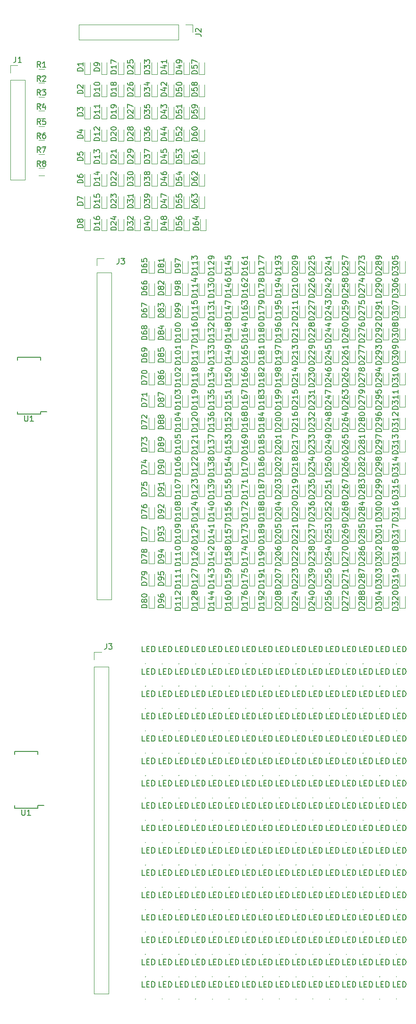
<source format=gbr>
%TF.GenerationSoftware,KiCad,Pcbnew,(5.1.9)-1*%
%TF.CreationDate,2021-06-16T16:09:48-07:00*%
%TF.ProjectId,noname,6e6f6e61-6d65-42e6-9b69-6361645f7063,rev?*%
%TF.SameCoordinates,Original*%
%TF.FileFunction,Legend,Top*%
%TF.FilePolarity,Positive*%
%FSLAX46Y46*%
G04 Gerber Fmt 4.6, Leading zero omitted, Abs format (unit mm)*
G04 Created by KiCad (PCBNEW (5.1.9)-1) date 2021-06-16 16:09:48*
%MOMM*%
%LPD*%
G01*
G04 APERTURE LIST*
%ADD10C,0.150000*%
%ADD11C,0.120000*%
%ADD12R,0.850000X0.400000*%
%ADD13O,2.100000X1.250000*%
%ADD14O,1.700000X1.700000*%
%ADD15R,1.700000X1.700000*%
%ADD16R,1.200000X0.400000*%
%ADD17R,0.800000X0.800000*%
%ADD18R,0.500000X0.900000*%
G04 APERTURE END LIST*
D10*
X84420000Y-186990000D02*
G75*
G03*
X84420000Y-186990000I-20000J0D01*
G01*
X84420000Y-182990000D02*
G75*
G03*
X84420000Y-182990000I-20000J0D01*
G01*
X84420000Y-178990000D02*
G75*
G03*
X84420000Y-178990000I-20000J0D01*
G01*
X84420000Y-174990000D02*
G75*
G03*
X84420000Y-174990000I-20000J0D01*
G01*
X84420000Y-170990000D02*
G75*
G03*
X84420000Y-170990000I-20000J0D01*
G01*
X84420000Y-166990000D02*
G75*
G03*
X84420000Y-166990000I-20000J0D01*
G01*
X84420000Y-162990000D02*
G75*
G03*
X84420000Y-162990000I-20000J0D01*
G01*
X84420000Y-158990000D02*
G75*
G03*
X84420000Y-158990000I-20000J0D01*
G01*
X84420000Y-154990000D02*
G75*
G03*
X84420000Y-154990000I-20000J0D01*
G01*
X84420000Y-150990000D02*
G75*
G03*
X84420000Y-150990000I-20000J0D01*
G01*
X84420000Y-146990000D02*
G75*
G03*
X84420000Y-146990000I-20000J0D01*
G01*
X84420000Y-142990000D02*
G75*
G03*
X84420000Y-142990000I-20000J0D01*
G01*
X84420000Y-138990000D02*
G75*
G03*
X84420000Y-138990000I-20000J0D01*
G01*
X84420000Y-134990000D02*
G75*
G03*
X84420000Y-134990000I-20000J0D01*
G01*
X84420000Y-130990000D02*
G75*
G03*
X84420000Y-130990000I-20000J0D01*
G01*
X84420000Y-126990000D02*
G75*
G03*
X84420000Y-126990000I-20000J0D01*
G01*
X81420000Y-186990000D02*
G75*
G03*
X81420000Y-186990000I-20000J0D01*
G01*
X81420000Y-182990000D02*
G75*
G03*
X81420000Y-182990000I-20000J0D01*
G01*
X81420000Y-178990000D02*
G75*
G03*
X81420000Y-178990000I-20000J0D01*
G01*
X81420000Y-174990000D02*
G75*
G03*
X81420000Y-174990000I-20000J0D01*
G01*
X81420000Y-170990000D02*
G75*
G03*
X81420000Y-170990000I-20000J0D01*
G01*
X81420000Y-166990000D02*
G75*
G03*
X81420000Y-166990000I-20000J0D01*
G01*
X81420000Y-162990000D02*
G75*
G03*
X81420000Y-162990000I-20000J0D01*
G01*
X81420000Y-158990000D02*
G75*
G03*
X81420000Y-158990000I-20000J0D01*
G01*
X81420000Y-154990000D02*
G75*
G03*
X81420000Y-154990000I-20000J0D01*
G01*
X81420000Y-150990000D02*
G75*
G03*
X81420000Y-150990000I-20000J0D01*
G01*
X81420000Y-146990000D02*
G75*
G03*
X81420000Y-146990000I-20000J0D01*
G01*
X81420000Y-142990000D02*
G75*
G03*
X81420000Y-142990000I-20000J0D01*
G01*
X81420000Y-138990000D02*
G75*
G03*
X81420000Y-138990000I-20000J0D01*
G01*
X81420000Y-134990000D02*
G75*
G03*
X81420000Y-134990000I-20000J0D01*
G01*
X81420000Y-130990000D02*
G75*
G03*
X81420000Y-130990000I-20000J0D01*
G01*
X81420000Y-126990000D02*
G75*
G03*
X81420000Y-126990000I-20000J0D01*
G01*
X78420000Y-186990000D02*
G75*
G03*
X78420000Y-186990000I-20000J0D01*
G01*
X78420000Y-182990000D02*
G75*
G03*
X78420000Y-182990000I-20000J0D01*
G01*
X78420000Y-178990000D02*
G75*
G03*
X78420000Y-178990000I-20000J0D01*
G01*
X78420000Y-174990000D02*
G75*
G03*
X78420000Y-174990000I-20000J0D01*
G01*
X78420000Y-170990000D02*
G75*
G03*
X78420000Y-170990000I-20000J0D01*
G01*
X78420000Y-166990000D02*
G75*
G03*
X78420000Y-166990000I-20000J0D01*
G01*
X78420000Y-162990000D02*
G75*
G03*
X78420000Y-162990000I-20000J0D01*
G01*
X78420000Y-158990000D02*
G75*
G03*
X78420000Y-158990000I-20000J0D01*
G01*
X78420000Y-154990000D02*
G75*
G03*
X78420000Y-154990000I-20000J0D01*
G01*
X78420000Y-150990000D02*
G75*
G03*
X78420000Y-150990000I-20000J0D01*
G01*
X78420000Y-146990000D02*
G75*
G03*
X78420000Y-146990000I-20000J0D01*
G01*
X78420000Y-142990000D02*
G75*
G03*
X78420000Y-142990000I-20000J0D01*
G01*
X78420000Y-138990000D02*
G75*
G03*
X78420000Y-138990000I-20000J0D01*
G01*
X78420000Y-134990000D02*
G75*
G03*
X78420000Y-134990000I-20000J0D01*
G01*
X78420000Y-130990000D02*
G75*
G03*
X78420000Y-130990000I-20000J0D01*
G01*
X78420000Y-126990000D02*
G75*
G03*
X78420000Y-126990000I-20000J0D01*
G01*
X75420000Y-186990000D02*
G75*
G03*
X75420000Y-186990000I-20000J0D01*
G01*
X75420000Y-182990000D02*
G75*
G03*
X75420000Y-182990000I-20000J0D01*
G01*
X75420000Y-178990000D02*
G75*
G03*
X75420000Y-178990000I-20000J0D01*
G01*
X75420000Y-174990000D02*
G75*
G03*
X75420000Y-174990000I-20000J0D01*
G01*
X75420000Y-170990000D02*
G75*
G03*
X75420000Y-170990000I-20000J0D01*
G01*
X75420000Y-166990000D02*
G75*
G03*
X75420000Y-166990000I-20000J0D01*
G01*
X75420000Y-162990000D02*
G75*
G03*
X75420000Y-162990000I-20000J0D01*
G01*
X75420000Y-158990000D02*
G75*
G03*
X75420000Y-158990000I-20000J0D01*
G01*
X75420000Y-154990000D02*
G75*
G03*
X75420000Y-154990000I-20000J0D01*
G01*
X75420000Y-150990000D02*
G75*
G03*
X75420000Y-150990000I-20000J0D01*
G01*
X75420000Y-146990000D02*
G75*
G03*
X75420000Y-146990000I-20000J0D01*
G01*
X75420000Y-142990000D02*
G75*
G03*
X75420000Y-142990000I-20000J0D01*
G01*
X75420000Y-138990000D02*
G75*
G03*
X75420000Y-138990000I-20000J0D01*
G01*
X75420000Y-134990000D02*
G75*
G03*
X75420000Y-134990000I-20000J0D01*
G01*
X75420000Y-130990000D02*
G75*
G03*
X75420000Y-130990000I-20000J0D01*
G01*
X75420000Y-126990000D02*
G75*
G03*
X75420000Y-126990000I-20000J0D01*
G01*
X72420000Y-186990000D02*
G75*
G03*
X72420000Y-186990000I-20000J0D01*
G01*
X72420000Y-182990000D02*
G75*
G03*
X72420000Y-182990000I-20000J0D01*
G01*
X72420000Y-178990000D02*
G75*
G03*
X72420000Y-178990000I-20000J0D01*
G01*
X72420000Y-174990000D02*
G75*
G03*
X72420000Y-174990000I-20000J0D01*
G01*
X72420000Y-170990000D02*
G75*
G03*
X72420000Y-170990000I-20000J0D01*
G01*
X72420000Y-166990000D02*
G75*
G03*
X72420000Y-166990000I-20000J0D01*
G01*
X72420000Y-162990000D02*
G75*
G03*
X72420000Y-162990000I-20000J0D01*
G01*
X72420000Y-158990000D02*
G75*
G03*
X72420000Y-158990000I-20000J0D01*
G01*
X72420000Y-154990000D02*
G75*
G03*
X72420000Y-154990000I-20000J0D01*
G01*
X72420000Y-150990000D02*
G75*
G03*
X72420000Y-150990000I-20000J0D01*
G01*
X72420000Y-146990000D02*
G75*
G03*
X72420000Y-146990000I-20000J0D01*
G01*
X72420000Y-142990000D02*
G75*
G03*
X72420000Y-142990000I-20000J0D01*
G01*
X72420000Y-138990000D02*
G75*
G03*
X72420000Y-138990000I-20000J0D01*
G01*
X72420000Y-134990000D02*
G75*
G03*
X72420000Y-134990000I-20000J0D01*
G01*
X72420000Y-130990000D02*
G75*
G03*
X72420000Y-130990000I-20000J0D01*
G01*
X72420000Y-126990000D02*
G75*
G03*
X72420000Y-126990000I-20000J0D01*
G01*
X69420000Y-186990000D02*
G75*
G03*
X69420000Y-186990000I-20000J0D01*
G01*
X69420000Y-182990000D02*
G75*
G03*
X69420000Y-182990000I-20000J0D01*
G01*
X69420000Y-178990000D02*
G75*
G03*
X69420000Y-178990000I-20000J0D01*
G01*
X69420000Y-174990000D02*
G75*
G03*
X69420000Y-174990000I-20000J0D01*
G01*
X69420000Y-170990000D02*
G75*
G03*
X69420000Y-170990000I-20000J0D01*
G01*
X69420000Y-166990000D02*
G75*
G03*
X69420000Y-166990000I-20000J0D01*
G01*
X69420000Y-162990000D02*
G75*
G03*
X69420000Y-162990000I-20000J0D01*
G01*
X69420000Y-158990000D02*
G75*
G03*
X69420000Y-158990000I-20000J0D01*
G01*
X69420000Y-154990000D02*
G75*
G03*
X69420000Y-154990000I-20000J0D01*
G01*
X69420000Y-150990000D02*
G75*
G03*
X69420000Y-150990000I-20000J0D01*
G01*
X69420000Y-146990000D02*
G75*
G03*
X69420000Y-146990000I-20000J0D01*
G01*
X69420000Y-142990000D02*
G75*
G03*
X69420000Y-142990000I-20000J0D01*
G01*
X69420000Y-138990000D02*
G75*
G03*
X69420000Y-138990000I-20000J0D01*
G01*
X69420000Y-134990000D02*
G75*
G03*
X69420000Y-134990000I-20000J0D01*
G01*
X69420000Y-130990000D02*
G75*
G03*
X69420000Y-130990000I-20000J0D01*
G01*
X69420000Y-126990000D02*
G75*
G03*
X69420000Y-126990000I-20000J0D01*
G01*
X66420000Y-186990000D02*
G75*
G03*
X66420000Y-186990000I-20000J0D01*
G01*
X66420000Y-182990000D02*
G75*
G03*
X66420000Y-182990000I-20000J0D01*
G01*
X66420000Y-178990000D02*
G75*
G03*
X66420000Y-178990000I-20000J0D01*
G01*
X66420000Y-174990000D02*
G75*
G03*
X66420000Y-174990000I-20000J0D01*
G01*
X66420000Y-170990000D02*
G75*
G03*
X66420000Y-170990000I-20000J0D01*
G01*
X66420000Y-166990000D02*
G75*
G03*
X66420000Y-166990000I-20000J0D01*
G01*
X66420000Y-162990000D02*
G75*
G03*
X66420000Y-162990000I-20000J0D01*
G01*
X66420000Y-158990000D02*
G75*
G03*
X66420000Y-158990000I-20000J0D01*
G01*
X66420000Y-154990000D02*
G75*
G03*
X66420000Y-154990000I-20000J0D01*
G01*
X66420000Y-150990000D02*
G75*
G03*
X66420000Y-150990000I-20000J0D01*
G01*
X66420000Y-146990000D02*
G75*
G03*
X66420000Y-146990000I-20000J0D01*
G01*
X66420000Y-142990000D02*
G75*
G03*
X66420000Y-142990000I-20000J0D01*
G01*
X66420000Y-138990000D02*
G75*
G03*
X66420000Y-138990000I-20000J0D01*
G01*
X66420000Y-134990000D02*
G75*
G03*
X66420000Y-134990000I-20000J0D01*
G01*
X66420000Y-130990000D02*
G75*
G03*
X66420000Y-130990000I-20000J0D01*
G01*
X66420000Y-126990000D02*
G75*
G03*
X66420000Y-126990000I-20000J0D01*
G01*
X63420000Y-186990000D02*
G75*
G03*
X63420000Y-186990000I-20000J0D01*
G01*
X63420000Y-182990000D02*
G75*
G03*
X63420000Y-182990000I-20000J0D01*
G01*
X63420000Y-178990000D02*
G75*
G03*
X63420000Y-178990000I-20000J0D01*
G01*
X63420000Y-174990000D02*
G75*
G03*
X63420000Y-174990000I-20000J0D01*
G01*
X63420000Y-170990000D02*
G75*
G03*
X63420000Y-170990000I-20000J0D01*
G01*
X63420000Y-166990000D02*
G75*
G03*
X63420000Y-166990000I-20000J0D01*
G01*
X63420000Y-162990000D02*
G75*
G03*
X63420000Y-162990000I-20000J0D01*
G01*
X63420000Y-158990000D02*
G75*
G03*
X63420000Y-158990000I-20000J0D01*
G01*
X63420000Y-154990000D02*
G75*
G03*
X63420000Y-154990000I-20000J0D01*
G01*
X63420000Y-150990000D02*
G75*
G03*
X63420000Y-150990000I-20000J0D01*
G01*
X63420000Y-146990000D02*
G75*
G03*
X63420000Y-146990000I-20000J0D01*
G01*
X63420000Y-142990000D02*
G75*
G03*
X63420000Y-142990000I-20000J0D01*
G01*
X63420000Y-138990000D02*
G75*
G03*
X63420000Y-138990000I-20000J0D01*
G01*
X63420000Y-134990000D02*
G75*
G03*
X63420000Y-134990000I-20000J0D01*
G01*
X63420000Y-130990000D02*
G75*
G03*
X63420000Y-130990000I-20000J0D01*
G01*
X63420000Y-126990000D02*
G75*
G03*
X63420000Y-126990000I-20000J0D01*
G01*
X60420000Y-186990000D02*
G75*
G03*
X60420000Y-186990000I-20000J0D01*
G01*
X60420000Y-182990000D02*
G75*
G03*
X60420000Y-182990000I-20000J0D01*
G01*
X60420000Y-178990000D02*
G75*
G03*
X60420000Y-178990000I-20000J0D01*
G01*
X60420000Y-174990000D02*
G75*
G03*
X60420000Y-174990000I-20000J0D01*
G01*
X60420000Y-170990000D02*
G75*
G03*
X60420000Y-170990000I-20000J0D01*
G01*
X60420000Y-166990000D02*
G75*
G03*
X60420000Y-166990000I-20000J0D01*
G01*
X60420000Y-162990000D02*
G75*
G03*
X60420000Y-162990000I-20000J0D01*
G01*
X60420000Y-158990000D02*
G75*
G03*
X60420000Y-158990000I-20000J0D01*
G01*
X60420000Y-154990000D02*
G75*
G03*
X60420000Y-154990000I-20000J0D01*
G01*
X60420000Y-150990000D02*
G75*
G03*
X60420000Y-150990000I-20000J0D01*
G01*
X60420000Y-146990000D02*
G75*
G03*
X60420000Y-146990000I-20000J0D01*
G01*
X60420000Y-142990000D02*
G75*
G03*
X60420000Y-142990000I-20000J0D01*
G01*
X60420000Y-138990000D02*
G75*
G03*
X60420000Y-138990000I-20000J0D01*
G01*
X60420000Y-134990000D02*
G75*
G03*
X60420000Y-134990000I-20000J0D01*
G01*
X60420000Y-130990000D02*
G75*
G03*
X60420000Y-130990000I-20000J0D01*
G01*
X60420000Y-126990000D02*
G75*
G03*
X60420000Y-126990000I-20000J0D01*
G01*
X57420000Y-186990000D02*
G75*
G03*
X57420000Y-186990000I-20000J0D01*
G01*
X57420000Y-182990000D02*
G75*
G03*
X57420000Y-182990000I-20000J0D01*
G01*
X57420000Y-178990000D02*
G75*
G03*
X57420000Y-178990000I-20000J0D01*
G01*
X57420000Y-174990000D02*
G75*
G03*
X57420000Y-174990000I-20000J0D01*
G01*
X57420000Y-170990000D02*
G75*
G03*
X57420000Y-170990000I-20000J0D01*
G01*
X57420000Y-166990000D02*
G75*
G03*
X57420000Y-166990000I-20000J0D01*
G01*
X57420000Y-162990000D02*
G75*
G03*
X57420000Y-162990000I-20000J0D01*
G01*
X57420000Y-158990000D02*
G75*
G03*
X57420000Y-158990000I-20000J0D01*
G01*
X57420000Y-154990000D02*
G75*
G03*
X57420000Y-154990000I-20000J0D01*
G01*
X57420000Y-150990000D02*
G75*
G03*
X57420000Y-150990000I-20000J0D01*
G01*
X57420000Y-146990000D02*
G75*
G03*
X57420000Y-146990000I-20000J0D01*
G01*
X57420000Y-142990000D02*
G75*
G03*
X57420000Y-142990000I-20000J0D01*
G01*
X57420000Y-138990000D02*
G75*
G03*
X57420000Y-138990000I-20000J0D01*
G01*
X57420000Y-134990000D02*
G75*
G03*
X57420000Y-134990000I-20000J0D01*
G01*
X57420000Y-130990000D02*
G75*
G03*
X57420000Y-130990000I-20000J0D01*
G01*
X57420000Y-126990000D02*
G75*
G03*
X57420000Y-126990000I-20000J0D01*
G01*
X54420000Y-186990000D02*
G75*
G03*
X54420000Y-186990000I-20000J0D01*
G01*
X54420000Y-182990000D02*
G75*
G03*
X54420000Y-182990000I-20000J0D01*
G01*
X54420000Y-178990000D02*
G75*
G03*
X54420000Y-178990000I-20000J0D01*
G01*
X54420000Y-174990000D02*
G75*
G03*
X54420000Y-174990000I-20000J0D01*
G01*
X54420000Y-170990000D02*
G75*
G03*
X54420000Y-170990000I-20000J0D01*
G01*
X54420000Y-166990000D02*
G75*
G03*
X54420000Y-166990000I-20000J0D01*
G01*
X54420000Y-162990000D02*
G75*
G03*
X54420000Y-162990000I-20000J0D01*
G01*
X54420000Y-158990000D02*
G75*
G03*
X54420000Y-158990000I-20000J0D01*
G01*
X54420000Y-154990000D02*
G75*
G03*
X54420000Y-154990000I-20000J0D01*
G01*
X54420000Y-150990000D02*
G75*
G03*
X54420000Y-150990000I-20000J0D01*
G01*
X54420000Y-146990000D02*
G75*
G03*
X54420000Y-146990000I-20000J0D01*
G01*
X54420000Y-142990000D02*
G75*
G03*
X54420000Y-142990000I-20000J0D01*
G01*
X54420000Y-138990000D02*
G75*
G03*
X54420000Y-138990000I-20000J0D01*
G01*
X54420000Y-134990000D02*
G75*
G03*
X54420000Y-134990000I-20000J0D01*
G01*
X54420000Y-130990000D02*
G75*
G03*
X54420000Y-130990000I-20000J0D01*
G01*
X54420000Y-126990000D02*
G75*
G03*
X54420000Y-126990000I-20000J0D01*
G01*
X51420000Y-186990000D02*
G75*
G03*
X51420000Y-186990000I-20000J0D01*
G01*
X51420000Y-182990000D02*
G75*
G03*
X51420000Y-182990000I-20000J0D01*
G01*
X51420000Y-178990000D02*
G75*
G03*
X51420000Y-178990000I-20000J0D01*
G01*
X51420000Y-174990000D02*
G75*
G03*
X51420000Y-174990000I-20000J0D01*
G01*
X51420000Y-170990000D02*
G75*
G03*
X51420000Y-170990000I-20000J0D01*
G01*
X51420000Y-166990000D02*
G75*
G03*
X51420000Y-166990000I-20000J0D01*
G01*
X51420000Y-162990000D02*
G75*
G03*
X51420000Y-162990000I-20000J0D01*
G01*
X51420000Y-158990000D02*
G75*
G03*
X51420000Y-158990000I-20000J0D01*
G01*
X51420000Y-154990000D02*
G75*
G03*
X51420000Y-154990000I-20000J0D01*
G01*
X51420000Y-150990000D02*
G75*
G03*
X51420000Y-150990000I-20000J0D01*
G01*
X51420000Y-146990000D02*
G75*
G03*
X51420000Y-146990000I-20000J0D01*
G01*
X51420000Y-142990000D02*
G75*
G03*
X51420000Y-142990000I-20000J0D01*
G01*
X51420000Y-138990000D02*
G75*
G03*
X51420000Y-138990000I-20000J0D01*
G01*
X51420000Y-134990000D02*
G75*
G03*
X51420000Y-134990000I-20000J0D01*
G01*
X51420000Y-130990000D02*
G75*
G03*
X51420000Y-130990000I-20000J0D01*
G01*
X51420000Y-126990000D02*
G75*
G03*
X51420000Y-126990000I-20000J0D01*
G01*
X48420000Y-186990000D02*
G75*
G03*
X48420000Y-186990000I-20000J0D01*
G01*
X48420000Y-182990000D02*
G75*
G03*
X48420000Y-182990000I-20000J0D01*
G01*
X48420000Y-178990000D02*
G75*
G03*
X48420000Y-178990000I-20000J0D01*
G01*
X48420000Y-174990000D02*
G75*
G03*
X48420000Y-174990000I-20000J0D01*
G01*
X48420000Y-170990000D02*
G75*
G03*
X48420000Y-170990000I-20000J0D01*
G01*
X48420000Y-166990000D02*
G75*
G03*
X48420000Y-166990000I-20000J0D01*
G01*
X48420000Y-162990000D02*
G75*
G03*
X48420000Y-162990000I-20000J0D01*
G01*
X48420000Y-158990000D02*
G75*
G03*
X48420000Y-158990000I-20000J0D01*
G01*
X48420000Y-154990000D02*
G75*
G03*
X48420000Y-154990000I-20000J0D01*
G01*
X48420000Y-150990000D02*
G75*
G03*
X48420000Y-150990000I-20000J0D01*
G01*
X48420000Y-146990000D02*
G75*
G03*
X48420000Y-146990000I-20000J0D01*
G01*
X48420000Y-142990000D02*
G75*
G03*
X48420000Y-142990000I-20000J0D01*
G01*
X48420000Y-138990000D02*
G75*
G03*
X48420000Y-138990000I-20000J0D01*
G01*
X48420000Y-134990000D02*
G75*
G03*
X48420000Y-134990000I-20000J0D01*
G01*
X48420000Y-130990000D02*
G75*
G03*
X48420000Y-130990000I-20000J0D01*
G01*
X48420000Y-126990000D02*
G75*
G03*
X48420000Y-126990000I-20000J0D01*
G01*
X45420000Y-186990000D02*
G75*
G03*
X45420000Y-186990000I-20000J0D01*
G01*
X45420000Y-182990000D02*
G75*
G03*
X45420000Y-182990000I-20000J0D01*
G01*
X45420000Y-178990000D02*
G75*
G03*
X45420000Y-178990000I-20000J0D01*
G01*
X45420000Y-174990000D02*
G75*
G03*
X45420000Y-174990000I-20000J0D01*
G01*
X45420000Y-170990000D02*
G75*
G03*
X45420000Y-170990000I-20000J0D01*
G01*
X45420000Y-166990000D02*
G75*
G03*
X45420000Y-166990000I-20000J0D01*
G01*
X45420000Y-162990000D02*
G75*
G03*
X45420000Y-162990000I-20000J0D01*
G01*
X45420000Y-158990000D02*
G75*
G03*
X45420000Y-158990000I-20000J0D01*
G01*
X45420000Y-154990000D02*
G75*
G03*
X45420000Y-154990000I-20000J0D01*
G01*
X45420000Y-150990000D02*
G75*
G03*
X45420000Y-150990000I-20000J0D01*
G01*
X45420000Y-146990000D02*
G75*
G03*
X45420000Y-146990000I-20000J0D01*
G01*
X45420000Y-142990000D02*
G75*
G03*
X45420000Y-142990000I-20000J0D01*
G01*
X45420000Y-138990000D02*
G75*
G03*
X45420000Y-138990000I-20000J0D01*
G01*
X45420000Y-134990000D02*
G75*
G03*
X45420000Y-134990000I-20000J0D01*
G01*
X45420000Y-130990000D02*
G75*
G03*
X45420000Y-130990000I-20000J0D01*
G01*
X45420000Y-126990000D02*
G75*
G03*
X45420000Y-126990000I-20000J0D01*
G01*
X42420000Y-186990000D02*
G75*
G03*
X42420000Y-186990000I-20000J0D01*
G01*
X42420000Y-182990000D02*
G75*
G03*
X42420000Y-182990000I-20000J0D01*
G01*
X42420000Y-178990000D02*
G75*
G03*
X42420000Y-178990000I-20000J0D01*
G01*
X42420000Y-174990000D02*
G75*
G03*
X42420000Y-174990000I-20000J0D01*
G01*
X42420000Y-170990000D02*
G75*
G03*
X42420000Y-170990000I-20000J0D01*
G01*
X42420000Y-166990000D02*
G75*
G03*
X42420000Y-166990000I-20000J0D01*
G01*
X42420000Y-162990000D02*
G75*
G03*
X42420000Y-162990000I-20000J0D01*
G01*
X42420000Y-158990000D02*
G75*
G03*
X42420000Y-158990000I-20000J0D01*
G01*
X42420000Y-154990000D02*
G75*
G03*
X42420000Y-154990000I-20000J0D01*
G01*
X42420000Y-150990000D02*
G75*
G03*
X42420000Y-150990000I-20000J0D01*
G01*
X42420000Y-146990000D02*
G75*
G03*
X42420000Y-146990000I-20000J0D01*
G01*
X42420000Y-142990000D02*
G75*
G03*
X42420000Y-142990000I-20000J0D01*
G01*
X42420000Y-138990000D02*
G75*
G03*
X42420000Y-138990000I-20000J0D01*
G01*
X42420000Y-134990000D02*
G75*
G03*
X42420000Y-134990000I-20000J0D01*
G01*
X42420000Y-130990000D02*
G75*
G03*
X42420000Y-130990000I-20000J0D01*
G01*
X42420000Y-126990000D02*
G75*
G03*
X42420000Y-126990000I-20000J0D01*
G01*
X39420000Y-186990000D02*
G75*
G03*
X39420000Y-186990000I-20000J0D01*
G01*
X39420000Y-182990000D02*
G75*
G03*
X39420000Y-182990000I-20000J0D01*
G01*
X39420000Y-178990000D02*
G75*
G03*
X39420000Y-178990000I-20000J0D01*
G01*
X39420000Y-174990000D02*
G75*
G03*
X39420000Y-174990000I-20000J0D01*
G01*
X39420000Y-170990000D02*
G75*
G03*
X39420000Y-170990000I-20000J0D01*
G01*
X39420000Y-166990000D02*
G75*
G03*
X39420000Y-166990000I-20000J0D01*
G01*
X39420000Y-162990000D02*
G75*
G03*
X39420000Y-162990000I-20000J0D01*
G01*
X39420000Y-158990000D02*
G75*
G03*
X39420000Y-158990000I-20000J0D01*
G01*
X39420000Y-154990000D02*
G75*
G03*
X39420000Y-154990000I-20000J0D01*
G01*
X39420000Y-150990000D02*
G75*
G03*
X39420000Y-150990000I-20000J0D01*
G01*
X39420000Y-146990000D02*
G75*
G03*
X39420000Y-146990000I-20000J0D01*
G01*
X39420000Y-142990000D02*
G75*
G03*
X39420000Y-142990000I-20000J0D01*
G01*
X39420000Y-138990000D02*
G75*
G03*
X39420000Y-138990000I-20000J0D01*
G01*
X39420000Y-134990000D02*
G75*
G03*
X39420000Y-134990000I-20000J0D01*
G01*
X39420000Y-130990000D02*
G75*
G03*
X39420000Y-130990000I-20000J0D01*
G01*
X39420000Y-126990000D02*
G75*
G03*
X39420000Y-126990000I-20000J0D01*
G01*
D11*
X30170000Y-186000000D02*
X32830000Y-186000000D01*
X30170000Y-127520000D02*
X30170000Y-186000000D01*
X32830000Y-127520000D02*
X32830000Y-186000000D01*
X30170000Y-127520000D02*
X32830000Y-127520000D01*
X30170000Y-126250000D02*
X30170000Y-124920000D01*
X30170000Y-124920000D02*
X31500000Y-124920000D01*
D10*
X20075000Y-152830000D02*
X20075000Y-152350000D01*
X15925000Y-152830000D02*
X15925000Y-152350000D01*
X15925000Y-142670000D02*
X15925000Y-143150000D01*
X20075000Y-142670000D02*
X20075000Y-143150000D01*
X20075000Y-152830000D02*
X15925000Y-152830000D01*
X20075000Y-142670000D02*
X15925000Y-142670000D01*
X20075000Y-152350000D02*
X21200000Y-152350000D01*
D11*
X28500000Y-21500000D02*
X28500000Y-19400000D01*
X29500000Y-21500000D02*
X29500000Y-19400000D01*
X28500000Y-21500000D02*
X29500000Y-21500000D01*
X28500000Y-25500000D02*
X28500000Y-23400000D01*
X29500000Y-25500000D02*
X29500000Y-23400000D01*
X28500000Y-25500000D02*
X29500000Y-25500000D01*
X28500000Y-29500000D02*
X28500000Y-27400000D01*
X29500000Y-29500000D02*
X29500000Y-27400000D01*
X28500000Y-29500000D02*
X29500000Y-29500000D01*
X28500000Y-33500000D02*
X28500000Y-31400000D01*
X29500000Y-33500000D02*
X29500000Y-31400000D01*
X28500000Y-33500000D02*
X29500000Y-33500000D01*
X28500000Y-37500000D02*
X28500000Y-35400000D01*
X29500000Y-37500000D02*
X29500000Y-35400000D01*
X28500000Y-37500000D02*
X29500000Y-37500000D01*
X28500000Y-41500000D02*
X28500000Y-39400000D01*
X29500000Y-41500000D02*
X29500000Y-39400000D01*
X28500000Y-41500000D02*
X29500000Y-41500000D01*
X28500000Y-45500000D02*
X28500000Y-43400000D01*
X29500000Y-45500000D02*
X29500000Y-43400000D01*
X28500000Y-45500000D02*
X29500000Y-45500000D01*
X28500000Y-49500000D02*
X28500000Y-47400000D01*
X29500000Y-49500000D02*
X29500000Y-47400000D01*
X28500000Y-49500000D02*
X29500000Y-49500000D01*
X31500000Y-21500000D02*
X31500000Y-19400000D01*
X32500000Y-21500000D02*
X32500000Y-19400000D01*
X31500000Y-21500000D02*
X32500000Y-21500000D01*
X31500000Y-25500000D02*
X31500000Y-23400000D01*
X32500000Y-25500000D02*
X32500000Y-23400000D01*
X31500000Y-25500000D02*
X32500000Y-25500000D01*
X31500000Y-29500000D02*
X31500000Y-27400000D01*
X32500000Y-29500000D02*
X32500000Y-27400000D01*
X31500000Y-29500000D02*
X32500000Y-29500000D01*
X31500000Y-33500000D02*
X31500000Y-31400000D01*
X32500000Y-33500000D02*
X32500000Y-31400000D01*
X31500000Y-33500000D02*
X32500000Y-33500000D01*
X31500000Y-37550000D02*
X31500000Y-35450000D01*
X32500000Y-37550000D02*
X32500000Y-35450000D01*
X31500000Y-37550000D02*
X32500000Y-37550000D01*
X31500000Y-41500000D02*
X31500000Y-39400000D01*
X32500000Y-41500000D02*
X32500000Y-39400000D01*
X31500000Y-41500000D02*
X32500000Y-41500000D01*
X31500000Y-45500000D02*
X31500000Y-43400000D01*
X32500000Y-45500000D02*
X32500000Y-43400000D01*
X31500000Y-45500000D02*
X32500000Y-45500000D01*
X31500000Y-49500000D02*
X31500000Y-47400000D01*
X32500000Y-49500000D02*
X32500000Y-47400000D01*
X31500000Y-49500000D02*
X32500000Y-49500000D01*
X34500000Y-21500000D02*
X34500000Y-19400000D01*
X35500000Y-21500000D02*
X35500000Y-19400000D01*
X34500000Y-21500000D02*
X35500000Y-21500000D01*
X34500000Y-25500000D02*
X34500000Y-23400000D01*
X35500000Y-25500000D02*
X35500000Y-23400000D01*
X34500000Y-25500000D02*
X35500000Y-25500000D01*
X34500000Y-29500000D02*
X34500000Y-27400000D01*
X35500000Y-29500000D02*
X35500000Y-27400000D01*
X34500000Y-29500000D02*
X35500000Y-29500000D01*
X34500000Y-33500000D02*
X34500000Y-31400000D01*
X35500000Y-33500000D02*
X35500000Y-31400000D01*
X34500000Y-33500000D02*
X35500000Y-33500000D01*
X34500000Y-37500000D02*
X34500000Y-35400000D01*
X35500000Y-37500000D02*
X35500000Y-35400000D01*
X34500000Y-37500000D02*
X35500000Y-37500000D01*
X34500000Y-41500000D02*
X34500000Y-39400000D01*
X35500000Y-41500000D02*
X35500000Y-39400000D01*
X34500000Y-41500000D02*
X35500000Y-41500000D01*
X34500000Y-45500000D02*
X34500000Y-43400000D01*
X35500000Y-45500000D02*
X35500000Y-43400000D01*
X34500000Y-45500000D02*
X35500000Y-45500000D01*
X34500000Y-49500000D02*
X34500000Y-47400000D01*
X35500000Y-49500000D02*
X35500000Y-47400000D01*
X34500000Y-49500000D02*
X35500000Y-49500000D01*
X37500000Y-21500000D02*
X37500000Y-19400000D01*
X38500000Y-21500000D02*
X38500000Y-19400000D01*
X37500000Y-21500000D02*
X38500000Y-21500000D01*
X37500000Y-25500000D02*
X37500000Y-23400000D01*
X38500000Y-25500000D02*
X38500000Y-23400000D01*
X37500000Y-25500000D02*
X38500000Y-25500000D01*
X37500000Y-29500000D02*
X37500000Y-27400000D01*
X38500000Y-29500000D02*
X38500000Y-27400000D01*
X37500000Y-29500000D02*
X38500000Y-29500000D01*
X37500000Y-33500000D02*
X37500000Y-31400000D01*
X38500000Y-33500000D02*
X38500000Y-31400000D01*
X37500000Y-33500000D02*
X38500000Y-33500000D01*
X37500000Y-37500000D02*
X37500000Y-35400000D01*
X38500000Y-37500000D02*
X38500000Y-35400000D01*
X37500000Y-37500000D02*
X38500000Y-37500000D01*
X37500000Y-41500000D02*
X37500000Y-39400000D01*
X38500000Y-41500000D02*
X38500000Y-39400000D01*
X37500000Y-41500000D02*
X38500000Y-41500000D01*
X37500000Y-45500000D02*
X37500000Y-43400000D01*
X38500000Y-45500000D02*
X38500000Y-43400000D01*
X37500000Y-45500000D02*
X38500000Y-45500000D01*
X37500000Y-49500000D02*
X37500000Y-47400000D01*
X38500000Y-49500000D02*
X38500000Y-47400000D01*
X37500000Y-49500000D02*
X38500000Y-49500000D01*
X40500000Y-21500000D02*
X40500000Y-19400000D01*
X41500000Y-21500000D02*
X41500000Y-19400000D01*
X40500000Y-21500000D02*
X41500000Y-21500000D01*
X40500000Y-25500000D02*
X40500000Y-23400000D01*
X41500000Y-25500000D02*
X41500000Y-23400000D01*
X40500000Y-25500000D02*
X41500000Y-25500000D01*
X40500000Y-29500000D02*
X40500000Y-27400000D01*
X41500000Y-29500000D02*
X41500000Y-27400000D01*
X40500000Y-29500000D02*
X41500000Y-29500000D01*
X40500000Y-33500000D02*
X40500000Y-31400000D01*
X41500000Y-33500000D02*
X41500000Y-31400000D01*
X40500000Y-33500000D02*
X41500000Y-33500000D01*
X40500000Y-37500000D02*
X40500000Y-35400000D01*
X41500000Y-37500000D02*
X41500000Y-35400000D01*
X40500000Y-37500000D02*
X41500000Y-37500000D01*
X40500000Y-41500000D02*
X40500000Y-39400000D01*
X41500000Y-41500000D02*
X41500000Y-39400000D01*
X40500000Y-41500000D02*
X41500000Y-41500000D01*
X40500000Y-45500000D02*
X40500000Y-43400000D01*
X41500000Y-45500000D02*
X41500000Y-43400000D01*
X40500000Y-45500000D02*
X41500000Y-45500000D01*
X40500000Y-49500000D02*
X40500000Y-47400000D01*
X41500000Y-49500000D02*
X41500000Y-47400000D01*
X40500000Y-49500000D02*
X41500000Y-49500000D01*
X43500000Y-21500000D02*
X43500000Y-19400000D01*
X44500000Y-21500000D02*
X44500000Y-19400000D01*
X43500000Y-21500000D02*
X44500000Y-21500000D01*
X43500000Y-25500000D02*
X43500000Y-23400000D01*
X44500000Y-25500000D02*
X44500000Y-23400000D01*
X43500000Y-25500000D02*
X44500000Y-25500000D01*
X43500000Y-29500000D02*
X43500000Y-27400000D01*
X44500000Y-29500000D02*
X44500000Y-27400000D01*
X43500000Y-29500000D02*
X44500000Y-29500000D01*
X43500000Y-33500000D02*
X43500000Y-31400000D01*
X44500000Y-33500000D02*
X44500000Y-31400000D01*
X43500000Y-33500000D02*
X44500000Y-33500000D01*
X43500000Y-37500000D02*
X43500000Y-35400000D01*
X44500000Y-37500000D02*
X44500000Y-35400000D01*
X43500000Y-37500000D02*
X44500000Y-37500000D01*
X43500000Y-41500000D02*
X43500000Y-39400000D01*
X44500000Y-41500000D02*
X44500000Y-39400000D01*
X43500000Y-41500000D02*
X44500000Y-41500000D01*
X43500000Y-45500000D02*
X43500000Y-43400000D01*
X44500000Y-45500000D02*
X44500000Y-43400000D01*
X43500000Y-45500000D02*
X44500000Y-45500000D01*
X43500000Y-49500000D02*
X43500000Y-47400000D01*
X44500000Y-49500000D02*
X44500000Y-47400000D01*
X43500000Y-49500000D02*
X44500000Y-49500000D01*
X46250000Y-21500000D02*
X46250000Y-19400000D01*
X47250000Y-21500000D02*
X47250000Y-19400000D01*
X46250000Y-21500000D02*
X47250000Y-21500000D01*
X46250000Y-25500000D02*
X46250000Y-23400000D01*
X47250000Y-25500000D02*
X47250000Y-23400000D01*
X46250000Y-25500000D02*
X47250000Y-25500000D01*
X46250000Y-29500000D02*
X46250000Y-27400000D01*
X47250000Y-29500000D02*
X47250000Y-27400000D01*
X46250000Y-29500000D02*
X47250000Y-29500000D01*
X46250000Y-33500000D02*
X46250000Y-31400000D01*
X47250000Y-33500000D02*
X47250000Y-31400000D01*
X46250000Y-33500000D02*
X47250000Y-33500000D01*
X46250000Y-37500000D02*
X46250000Y-35400000D01*
X47250000Y-37500000D02*
X47250000Y-35400000D01*
X46250000Y-37500000D02*
X47250000Y-37500000D01*
X46250000Y-41500000D02*
X46250000Y-39400000D01*
X47250000Y-41500000D02*
X47250000Y-39400000D01*
X46250000Y-41500000D02*
X47250000Y-41500000D01*
X46250000Y-45500000D02*
X46250000Y-43400000D01*
X47250000Y-45500000D02*
X47250000Y-43400000D01*
X46250000Y-45500000D02*
X47250000Y-45500000D01*
X46250000Y-49500000D02*
X46250000Y-47400000D01*
X47250000Y-49500000D02*
X47250000Y-47400000D01*
X46250000Y-49500000D02*
X47250000Y-49500000D01*
X49000000Y-21500000D02*
X49000000Y-19400000D01*
X50000000Y-21500000D02*
X50000000Y-19400000D01*
X49000000Y-21500000D02*
X50000000Y-21500000D01*
X49000000Y-25500000D02*
X49000000Y-23400000D01*
X50000000Y-25500000D02*
X50000000Y-23400000D01*
X49000000Y-25500000D02*
X50000000Y-25500000D01*
X49000000Y-29500000D02*
X49000000Y-27400000D01*
X50000000Y-29500000D02*
X50000000Y-27400000D01*
X49000000Y-29500000D02*
X50000000Y-29500000D01*
X49000000Y-33500000D02*
X49000000Y-31400000D01*
X50000000Y-33500000D02*
X50000000Y-31400000D01*
X49000000Y-33500000D02*
X50000000Y-33500000D01*
X49000000Y-37500000D02*
X49000000Y-35400000D01*
X50000000Y-37500000D02*
X50000000Y-35400000D01*
X49000000Y-37500000D02*
X50000000Y-37500000D01*
X49000000Y-41500000D02*
X49000000Y-39400000D01*
X50000000Y-41500000D02*
X50000000Y-39400000D01*
X49000000Y-41500000D02*
X50000000Y-41500000D01*
X49000000Y-45500000D02*
X49000000Y-43400000D01*
X50000000Y-45500000D02*
X50000000Y-43400000D01*
X49000000Y-45500000D02*
X50000000Y-45500000D01*
X49250000Y-49500000D02*
X49250000Y-47400000D01*
X50250000Y-49500000D02*
X50250000Y-47400000D01*
X49250000Y-49500000D02*
X50250000Y-49500000D01*
X40000000Y-57050000D02*
X40000000Y-54950000D01*
X41000000Y-57050000D02*
X41000000Y-54950000D01*
X40000000Y-57050000D02*
X41000000Y-57050000D01*
X40000000Y-61050000D02*
X40000000Y-58950000D01*
X41000000Y-61050000D02*
X41000000Y-58950000D01*
X40000000Y-61050000D02*
X41000000Y-61050000D01*
X40000000Y-65050000D02*
X40000000Y-62950000D01*
X41000000Y-65050000D02*
X41000000Y-62950000D01*
X40000000Y-65050000D02*
X41000000Y-65050000D01*
X40000000Y-69050000D02*
X40000000Y-66950000D01*
X41000000Y-69050000D02*
X41000000Y-66950000D01*
X40000000Y-69050000D02*
X41000000Y-69050000D01*
X40000000Y-73050000D02*
X40000000Y-70950000D01*
X41000000Y-73050000D02*
X41000000Y-70950000D01*
X40000000Y-73050000D02*
X41000000Y-73050000D01*
X40000000Y-77050000D02*
X40000000Y-74950000D01*
X41000000Y-77050000D02*
X41000000Y-74950000D01*
X40000000Y-77050000D02*
X41000000Y-77050000D01*
X40000000Y-81050000D02*
X40000000Y-78950000D01*
X41000000Y-81050000D02*
X41000000Y-78950000D01*
X40000000Y-81050000D02*
X41000000Y-81050000D01*
X40000000Y-85050000D02*
X40000000Y-82950000D01*
X41000000Y-85050000D02*
X41000000Y-82950000D01*
X40000000Y-85050000D02*
X41000000Y-85050000D01*
X40000000Y-89050000D02*
X40000000Y-86950000D01*
X41000000Y-89050000D02*
X41000000Y-86950000D01*
X40000000Y-89050000D02*
X41000000Y-89050000D01*
X40000000Y-93050000D02*
X40000000Y-90950000D01*
X41000000Y-93050000D02*
X41000000Y-90950000D01*
X40000000Y-93050000D02*
X41000000Y-93050000D01*
X40000000Y-97050000D02*
X40000000Y-94950000D01*
X41000000Y-97050000D02*
X41000000Y-94950000D01*
X40000000Y-97050000D02*
X41000000Y-97050000D01*
X40000000Y-101050000D02*
X40000000Y-98950000D01*
X41000000Y-101050000D02*
X41000000Y-98950000D01*
X40000000Y-101050000D02*
X41000000Y-101050000D01*
X40000000Y-105050000D02*
X40000000Y-102950000D01*
X41000000Y-105050000D02*
X41000000Y-102950000D01*
X40000000Y-105050000D02*
X41000000Y-105050000D01*
X40000000Y-109050000D02*
X40000000Y-106950000D01*
X41000000Y-109050000D02*
X41000000Y-106950000D01*
X40000000Y-109050000D02*
X41000000Y-109050000D01*
X40000000Y-113050000D02*
X40000000Y-110950000D01*
X41000000Y-113050000D02*
X41000000Y-110950000D01*
X40000000Y-113050000D02*
X41000000Y-113050000D01*
X40000000Y-117050000D02*
X40000000Y-114950000D01*
X41000000Y-117050000D02*
X41000000Y-114950000D01*
X40000000Y-117050000D02*
X41000000Y-117050000D01*
X43000000Y-57050000D02*
X43000000Y-54950000D01*
X44000000Y-57050000D02*
X44000000Y-54950000D01*
X43000000Y-57050000D02*
X44000000Y-57050000D01*
X43000000Y-61050000D02*
X43000000Y-58950000D01*
X44000000Y-61050000D02*
X44000000Y-58950000D01*
X43000000Y-61050000D02*
X44000000Y-61050000D01*
X43000000Y-65050000D02*
X43000000Y-62950000D01*
X44000000Y-65050000D02*
X44000000Y-62950000D01*
X43000000Y-65050000D02*
X44000000Y-65050000D01*
X43000000Y-69050000D02*
X43000000Y-66950000D01*
X44000000Y-69050000D02*
X44000000Y-66950000D01*
X43000000Y-69050000D02*
X44000000Y-69050000D01*
X43000000Y-73050000D02*
X43000000Y-70950000D01*
X44000000Y-73050000D02*
X44000000Y-70950000D01*
X43000000Y-73050000D02*
X44000000Y-73050000D01*
X43000000Y-77050000D02*
X43000000Y-74950000D01*
X44000000Y-77050000D02*
X44000000Y-74950000D01*
X43000000Y-77050000D02*
X44000000Y-77050000D01*
X43000000Y-81050000D02*
X43000000Y-78950000D01*
X44000000Y-81050000D02*
X44000000Y-78950000D01*
X43000000Y-81050000D02*
X44000000Y-81050000D01*
X43000000Y-85050000D02*
X43000000Y-82950000D01*
X44000000Y-85050000D02*
X44000000Y-82950000D01*
X43000000Y-85050000D02*
X44000000Y-85050000D01*
X43000000Y-89050000D02*
X43000000Y-86950000D01*
X44000000Y-89050000D02*
X44000000Y-86950000D01*
X43000000Y-89050000D02*
X44000000Y-89050000D01*
X43000000Y-93050000D02*
X43000000Y-90950000D01*
X44000000Y-93050000D02*
X44000000Y-90950000D01*
X43000000Y-93050000D02*
X44000000Y-93050000D01*
X43000000Y-97050000D02*
X43000000Y-94950000D01*
X44000000Y-97050000D02*
X44000000Y-94950000D01*
X43000000Y-97050000D02*
X44000000Y-97050000D01*
X43000000Y-101050000D02*
X43000000Y-98950000D01*
X44000000Y-101050000D02*
X44000000Y-98950000D01*
X43000000Y-101050000D02*
X44000000Y-101050000D01*
X43000000Y-105050000D02*
X43000000Y-102950000D01*
X44000000Y-105050000D02*
X44000000Y-102950000D01*
X43000000Y-105050000D02*
X44000000Y-105050000D01*
X43000000Y-109050000D02*
X43000000Y-106950000D01*
X44000000Y-109050000D02*
X44000000Y-106950000D01*
X43000000Y-109050000D02*
X44000000Y-109050000D01*
X43000000Y-113050000D02*
X43000000Y-110950000D01*
X44000000Y-113050000D02*
X44000000Y-110950000D01*
X43000000Y-113050000D02*
X44000000Y-113050000D01*
X43000000Y-117050000D02*
X43000000Y-114950000D01*
X44000000Y-117050000D02*
X44000000Y-114950000D01*
X43000000Y-117050000D02*
X44000000Y-117050000D01*
X46000000Y-57050000D02*
X46000000Y-54950000D01*
X47000000Y-57050000D02*
X47000000Y-54950000D01*
X46000000Y-57050000D02*
X47000000Y-57050000D01*
X46000000Y-61050000D02*
X46000000Y-58950000D01*
X47000000Y-61050000D02*
X47000000Y-58950000D01*
X46000000Y-61050000D02*
X47000000Y-61050000D01*
X46000000Y-65050000D02*
X46000000Y-62950000D01*
X47000000Y-65050000D02*
X47000000Y-62950000D01*
X46000000Y-65050000D02*
X47000000Y-65050000D01*
X46000000Y-69050000D02*
X46000000Y-66950000D01*
X47000000Y-69050000D02*
X47000000Y-66950000D01*
X46000000Y-69050000D02*
X47000000Y-69050000D01*
X46000000Y-73050000D02*
X46000000Y-70950000D01*
X47000000Y-73050000D02*
X47000000Y-70950000D01*
X46000000Y-73050000D02*
X47000000Y-73050000D01*
X46000000Y-77050000D02*
X46000000Y-74950000D01*
X47000000Y-77050000D02*
X47000000Y-74950000D01*
X46000000Y-77050000D02*
X47000000Y-77050000D01*
X46000000Y-81050000D02*
X46000000Y-78950000D01*
X47000000Y-81050000D02*
X47000000Y-78950000D01*
X46000000Y-81050000D02*
X47000000Y-81050000D01*
X46000000Y-85050000D02*
X46000000Y-82950000D01*
X47000000Y-85050000D02*
X47000000Y-82950000D01*
X46000000Y-85050000D02*
X47000000Y-85050000D01*
X46000000Y-89050000D02*
X46000000Y-86950000D01*
X47000000Y-89050000D02*
X47000000Y-86950000D01*
X46000000Y-89050000D02*
X47000000Y-89050000D01*
X46000000Y-93050000D02*
X46000000Y-90950000D01*
X47000000Y-93050000D02*
X47000000Y-90950000D01*
X46000000Y-93050000D02*
X47000000Y-93050000D01*
X46000000Y-97050000D02*
X46000000Y-94950000D01*
X47000000Y-97050000D02*
X47000000Y-94950000D01*
X46000000Y-97050000D02*
X47000000Y-97050000D01*
X46000000Y-101050000D02*
X46000000Y-98950000D01*
X47000000Y-101050000D02*
X47000000Y-98950000D01*
X46000000Y-101050000D02*
X47000000Y-101050000D01*
X46000000Y-105050000D02*
X46000000Y-102950000D01*
X47000000Y-105050000D02*
X47000000Y-102950000D01*
X46000000Y-105050000D02*
X47000000Y-105050000D01*
X46000000Y-109050000D02*
X46000000Y-106950000D01*
X47000000Y-109050000D02*
X47000000Y-106950000D01*
X46000000Y-109050000D02*
X47000000Y-109050000D01*
X46000000Y-113050000D02*
X46000000Y-110950000D01*
X47000000Y-113050000D02*
X47000000Y-110950000D01*
X46000000Y-113050000D02*
X47000000Y-113050000D01*
X46000000Y-117050000D02*
X46000000Y-114950000D01*
X47000000Y-117050000D02*
X47000000Y-114950000D01*
X46000000Y-117050000D02*
X47000000Y-117050000D01*
X49000000Y-57050000D02*
X49000000Y-54950000D01*
X50000000Y-57050000D02*
X50000000Y-54950000D01*
X49000000Y-57050000D02*
X50000000Y-57050000D01*
X49000000Y-61050000D02*
X49000000Y-58950000D01*
X50000000Y-61050000D02*
X50000000Y-58950000D01*
X49000000Y-61050000D02*
X50000000Y-61050000D01*
X49000000Y-65050000D02*
X49000000Y-62950000D01*
X50000000Y-65050000D02*
X50000000Y-62950000D01*
X49000000Y-65050000D02*
X50000000Y-65050000D01*
X49000000Y-69050000D02*
X49000000Y-66950000D01*
X50000000Y-69050000D02*
X50000000Y-66950000D01*
X49000000Y-69050000D02*
X50000000Y-69050000D01*
X49000000Y-73050000D02*
X49000000Y-70950000D01*
X50000000Y-73050000D02*
X50000000Y-70950000D01*
X49000000Y-73050000D02*
X50000000Y-73050000D01*
X49000000Y-77050000D02*
X49000000Y-74950000D01*
X50000000Y-77050000D02*
X50000000Y-74950000D01*
X49000000Y-77050000D02*
X50000000Y-77050000D01*
X49000000Y-81050000D02*
X49000000Y-78950000D01*
X50000000Y-81050000D02*
X50000000Y-78950000D01*
X49000000Y-81050000D02*
X50000000Y-81050000D01*
X49000000Y-85050000D02*
X49000000Y-82950000D01*
X50000000Y-85050000D02*
X50000000Y-82950000D01*
X49000000Y-85050000D02*
X50000000Y-85050000D01*
X49000000Y-89050000D02*
X49000000Y-86950000D01*
X50000000Y-89050000D02*
X50000000Y-86950000D01*
X49000000Y-89050000D02*
X50000000Y-89050000D01*
X49000000Y-93050000D02*
X49000000Y-90950000D01*
X50000000Y-93050000D02*
X50000000Y-90950000D01*
X49000000Y-93050000D02*
X50000000Y-93050000D01*
X49000000Y-97050000D02*
X49000000Y-94950000D01*
X50000000Y-97050000D02*
X50000000Y-94950000D01*
X49000000Y-97050000D02*
X50000000Y-97050000D01*
X49000000Y-101050000D02*
X49000000Y-98950000D01*
X50000000Y-101050000D02*
X50000000Y-98950000D01*
X49000000Y-101050000D02*
X50000000Y-101050000D01*
X49000000Y-105050000D02*
X49000000Y-102950000D01*
X50000000Y-105050000D02*
X50000000Y-102950000D01*
X49000000Y-105050000D02*
X50000000Y-105050000D01*
X49000000Y-109050000D02*
X49000000Y-106950000D01*
X50000000Y-109050000D02*
X50000000Y-106950000D01*
X49000000Y-109050000D02*
X50000000Y-109050000D01*
X49000000Y-113050000D02*
X49000000Y-110950000D01*
X50000000Y-113050000D02*
X50000000Y-110950000D01*
X49000000Y-113050000D02*
X50000000Y-113050000D01*
X49000000Y-117050000D02*
X49000000Y-114950000D01*
X50000000Y-117050000D02*
X50000000Y-114950000D01*
X49000000Y-117050000D02*
X50000000Y-117050000D01*
X52000000Y-57050000D02*
X52000000Y-54950000D01*
X53000000Y-57050000D02*
X53000000Y-54950000D01*
X52000000Y-57050000D02*
X53000000Y-57050000D01*
X52000000Y-61050000D02*
X52000000Y-58950000D01*
X53000000Y-61050000D02*
X53000000Y-58950000D01*
X52000000Y-61050000D02*
X53000000Y-61050000D01*
X52000000Y-65050000D02*
X52000000Y-62950000D01*
X53000000Y-65050000D02*
X53000000Y-62950000D01*
X52000000Y-65050000D02*
X53000000Y-65050000D01*
X52000000Y-69050000D02*
X52000000Y-66950000D01*
X53000000Y-69050000D02*
X53000000Y-66950000D01*
X52000000Y-69050000D02*
X53000000Y-69050000D01*
X52000000Y-73050000D02*
X52000000Y-70950000D01*
X53000000Y-73050000D02*
X53000000Y-70950000D01*
X52000000Y-73050000D02*
X53000000Y-73050000D01*
X52000000Y-77050000D02*
X52000000Y-74950000D01*
X53000000Y-77050000D02*
X53000000Y-74950000D01*
X52000000Y-77050000D02*
X53000000Y-77050000D01*
X52000000Y-81050000D02*
X52000000Y-78950000D01*
X53000000Y-81050000D02*
X53000000Y-78950000D01*
X52000000Y-81050000D02*
X53000000Y-81050000D01*
X52000000Y-85050000D02*
X52000000Y-82950000D01*
X53000000Y-85050000D02*
X53000000Y-82950000D01*
X52000000Y-85050000D02*
X53000000Y-85050000D01*
X52000000Y-89050000D02*
X52000000Y-86950000D01*
X53000000Y-89050000D02*
X53000000Y-86950000D01*
X52000000Y-89050000D02*
X53000000Y-89050000D01*
X52000000Y-93050000D02*
X52000000Y-90950000D01*
X53000000Y-93050000D02*
X53000000Y-90950000D01*
X52000000Y-93050000D02*
X53000000Y-93050000D01*
X52000000Y-97050000D02*
X52000000Y-94950000D01*
X53000000Y-97050000D02*
X53000000Y-94950000D01*
X52000000Y-97050000D02*
X53000000Y-97050000D01*
X52000000Y-101050000D02*
X52000000Y-98950000D01*
X53000000Y-101050000D02*
X53000000Y-98950000D01*
X52000000Y-101050000D02*
X53000000Y-101050000D01*
X52000000Y-105050000D02*
X52000000Y-102950000D01*
X53000000Y-105050000D02*
X53000000Y-102950000D01*
X52000000Y-105050000D02*
X53000000Y-105050000D01*
X52000000Y-109050000D02*
X52000000Y-106950000D01*
X53000000Y-109050000D02*
X53000000Y-106950000D01*
X52000000Y-109050000D02*
X53000000Y-109050000D01*
X52000000Y-113050000D02*
X52000000Y-110950000D01*
X53000000Y-113050000D02*
X53000000Y-110950000D01*
X52000000Y-113050000D02*
X53000000Y-113050000D01*
X52000000Y-117050000D02*
X52000000Y-114950000D01*
X53000000Y-117050000D02*
X53000000Y-114950000D01*
X52000000Y-117050000D02*
X53000000Y-117050000D01*
X55000000Y-57050000D02*
X55000000Y-54950000D01*
X56000000Y-57050000D02*
X56000000Y-54950000D01*
X55000000Y-57050000D02*
X56000000Y-57050000D01*
X55000000Y-61050000D02*
X55000000Y-58950000D01*
X56000000Y-61050000D02*
X56000000Y-58950000D01*
X55000000Y-61050000D02*
X56000000Y-61050000D01*
X55000000Y-65050000D02*
X55000000Y-62950000D01*
X56000000Y-65050000D02*
X56000000Y-62950000D01*
X55000000Y-65050000D02*
X56000000Y-65050000D01*
X55000000Y-69050000D02*
X55000000Y-66950000D01*
X56000000Y-69050000D02*
X56000000Y-66950000D01*
X55000000Y-69050000D02*
X56000000Y-69050000D01*
X55000000Y-73050000D02*
X55000000Y-70950000D01*
X56000000Y-73050000D02*
X56000000Y-70950000D01*
X55000000Y-73050000D02*
X56000000Y-73050000D01*
X55000000Y-77050000D02*
X55000000Y-74950000D01*
X56000000Y-77050000D02*
X56000000Y-74950000D01*
X55000000Y-77050000D02*
X56000000Y-77050000D01*
X55000000Y-81050000D02*
X55000000Y-78950000D01*
X56000000Y-81050000D02*
X56000000Y-78950000D01*
X55000000Y-81050000D02*
X56000000Y-81050000D01*
X55000000Y-85050000D02*
X55000000Y-82950000D01*
X56000000Y-85050000D02*
X56000000Y-82950000D01*
X55000000Y-85050000D02*
X56000000Y-85050000D01*
X55000000Y-89050000D02*
X55000000Y-86950000D01*
X56000000Y-89050000D02*
X56000000Y-86950000D01*
X55000000Y-89050000D02*
X56000000Y-89050000D01*
X55000000Y-93050000D02*
X55000000Y-90950000D01*
X56000000Y-93050000D02*
X56000000Y-90950000D01*
X55000000Y-93050000D02*
X56000000Y-93050000D01*
X55000000Y-97050000D02*
X55000000Y-94950000D01*
X56000000Y-97050000D02*
X56000000Y-94950000D01*
X55000000Y-97050000D02*
X56000000Y-97050000D01*
X55000000Y-101050000D02*
X55000000Y-98950000D01*
X56000000Y-101050000D02*
X56000000Y-98950000D01*
X55000000Y-101050000D02*
X56000000Y-101050000D01*
X55000000Y-105050000D02*
X55000000Y-102950000D01*
X56000000Y-105050000D02*
X56000000Y-102950000D01*
X55000000Y-105050000D02*
X56000000Y-105050000D01*
X55000000Y-109050000D02*
X55000000Y-106950000D01*
X56000000Y-109050000D02*
X56000000Y-106950000D01*
X55000000Y-109050000D02*
X56000000Y-109050000D01*
X55000000Y-113050000D02*
X55000000Y-110950000D01*
X56000000Y-113050000D02*
X56000000Y-110950000D01*
X55000000Y-113050000D02*
X56000000Y-113050000D01*
X55000000Y-117050000D02*
X55000000Y-114950000D01*
X56000000Y-117050000D02*
X56000000Y-114950000D01*
X55000000Y-117050000D02*
X56000000Y-117050000D01*
X58000000Y-57050000D02*
X58000000Y-54950000D01*
X59000000Y-57050000D02*
X59000000Y-54950000D01*
X58000000Y-57050000D02*
X59000000Y-57050000D01*
X58000000Y-61050000D02*
X58000000Y-58950000D01*
X59000000Y-61050000D02*
X59000000Y-58950000D01*
X58000000Y-61050000D02*
X59000000Y-61050000D01*
X58000000Y-65050000D02*
X58000000Y-62950000D01*
X59000000Y-65050000D02*
X59000000Y-62950000D01*
X58000000Y-65050000D02*
X59000000Y-65050000D01*
X58000000Y-69050000D02*
X58000000Y-66950000D01*
X59000000Y-69050000D02*
X59000000Y-66950000D01*
X58000000Y-69050000D02*
X59000000Y-69050000D01*
X58000000Y-73050000D02*
X58000000Y-70950000D01*
X59000000Y-73050000D02*
X59000000Y-70950000D01*
X58000000Y-73050000D02*
X59000000Y-73050000D01*
X58000000Y-77050000D02*
X58000000Y-74950000D01*
X59000000Y-77050000D02*
X59000000Y-74950000D01*
X58000000Y-77050000D02*
X59000000Y-77050000D01*
X58000000Y-81050000D02*
X58000000Y-78950000D01*
X59000000Y-81050000D02*
X59000000Y-78950000D01*
X58000000Y-81050000D02*
X59000000Y-81050000D01*
X58000000Y-85050000D02*
X58000000Y-82950000D01*
X59000000Y-85050000D02*
X59000000Y-82950000D01*
X58000000Y-85050000D02*
X59000000Y-85050000D01*
X58000000Y-89050000D02*
X58000000Y-86950000D01*
X59000000Y-89050000D02*
X59000000Y-86950000D01*
X58000000Y-89050000D02*
X59000000Y-89050000D01*
X58000000Y-93050000D02*
X58000000Y-90950000D01*
X59000000Y-93050000D02*
X59000000Y-90950000D01*
X58000000Y-93050000D02*
X59000000Y-93050000D01*
X58000000Y-97050000D02*
X58000000Y-94950000D01*
X59000000Y-97050000D02*
X59000000Y-94950000D01*
X58000000Y-97050000D02*
X59000000Y-97050000D01*
X58000000Y-101050000D02*
X58000000Y-98950000D01*
X59000000Y-101050000D02*
X59000000Y-98950000D01*
X58000000Y-101050000D02*
X59000000Y-101050000D01*
X58000000Y-105050000D02*
X58000000Y-102950000D01*
X59000000Y-105050000D02*
X59000000Y-102950000D01*
X58000000Y-105050000D02*
X59000000Y-105050000D01*
X58000000Y-109050000D02*
X58000000Y-106950000D01*
X59000000Y-109050000D02*
X59000000Y-106950000D01*
X58000000Y-109050000D02*
X59000000Y-109050000D01*
X58000000Y-113050000D02*
X58000000Y-110950000D01*
X59000000Y-113050000D02*
X59000000Y-110950000D01*
X58000000Y-113050000D02*
X59000000Y-113050000D01*
X58000000Y-117050000D02*
X58000000Y-114950000D01*
X59000000Y-117050000D02*
X59000000Y-114950000D01*
X58000000Y-117050000D02*
X59000000Y-117050000D01*
X61000000Y-57050000D02*
X61000000Y-54950000D01*
X62000000Y-57050000D02*
X62000000Y-54950000D01*
X61000000Y-57050000D02*
X62000000Y-57050000D01*
X61000000Y-61050000D02*
X61000000Y-58950000D01*
X62000000Y-61050000D02*
X62000000Y-58950000D01*
X61000000Y-61050000D02*
X62000000Y-61050000D01*
X61000000Y-65050000D02*
X61000000Y-62950000D01*
X62000000Y-65050000D02*
X62000000Y-62950000D01*
X61000000Y-65050000D02*
X62000000Y-65050000D01*
X61000000Y-69050000D02*
X61000000Y-66950000D01*
X62000000Y-69050000D02*
X62000000Y-66950000D01*
X61000000Y-69050000D02*
X62000000Y-69050000D01*
X61000000Y-73050000D02*
X61000000Y-70950000D01*
X62000000Y-73050000D02*
X62000000Y-70950000D01*
X61000000Y-73050000D02*
X62000000Y-73050000D01*
X61000000Y-77050000D02*
X61000000Y-74950000D01*
X62000000Y-77050000D02*
X62000000Y-74950000D01*
X61000000Y-77050000D02*
X62000000Y-77050000D01*
X61000000Y-81050000D02*
X61000000Y-78950000D01*
X62000000Y-81050000D02*
X62000000Y-78950000D01*
X61000000Y-81050000D02*
X62000000Y-81050000D01*
X61000000Y-85050000D02*
X61000000Y-82950000D01*
X62000000Y-85050000D02*
X62000000Y-82950000D01*
X61000000Y-85050000D02*
X62000000Y-85050000D01*
X61000000Y-89050000D02*
X61000000Y-86950000D01*
X62000000Y-89050000D02*
X62000000Y-86950000D01*
X61000000Y-89050000D02*
X62000000Y-89050000D01*
X61000000Y-93050000D02*
X61000000Y-90950000D01*
X62000000Y-93050000D02*
X62000000Y-90950000D01*
X61000000Y-93050000D02*
X62000000Y-93050000D01*
X61000000Y-97050000D02*
X61000000Y-94950000D01*
X62000000Y-97050000D02*
X62000000Y-94950000D01*
X61000000Y-97050000D02*
X62000000Y-97050000D01*
X61000000Y-101050000D02*
X61000000Y-98950000D01*
X62000000Y-101050000D02*
X62000000Y-98950000D01*
X61000000Y-101050000D02*
X62000000Y-101050000D01*
X61000000Y-105050000D02*
X61000000Y-102950000D01*
X62000000Y-105050000D02*
X62000000Y-102950000D01*
X61000000Y-105050000D02*
X62000000Y-105050000D01*
X61000000Y-109050000D02*
X61000000Y-106950000D01*
X62000000Y-109050000D02*
X62000000Y-106950000D01*
X61000000Y-109050000D02*
X62000000Y-109050000D01*
X61000000Y-113050000D02*
X61000000Y-110950000D01*
X62000000Y-113050000D02*
X62000000Y-110950000D01*
X61000000Y-113050000D02*
X62000000Y-113050000D01*
X61000000Y-117050000D02*
X61000000Y-114950000D01*
X62000000Y-117050000D02*
X62000000Y-114950000D01*
X61000000Y-117050000D02*
X62000000Y-117050000D01*
X64000000Y-57050000D02*
X64000000Y-54950000D01*
X65000000Y-57050000D02*
X65000000Y-54950000D01*
X64000000Y-57050000D02*
X65000000Y-57050000D01*
X64000000Y-61050000D02*
X64000000Y-58950000D01*
X65000000Y-61050000D02*
X65000000Y-58950000D01*
X64000000Y-61050000D02*
X65000000Y-61050000D01*
X64000000Y-65050000D02*
X64000000Y-62950000D01*
X65000000Y-65050000D02*
X65000000Y-62950000D01*
X64000000Y-65050000D02*
X65000000Y-65050000D01*
X64000000Y-69050000D02*
X64000000Y-66950000D01*
X65000000Y-69050000D02*
X65000000Y-66950000D01*
X64000000Y-69050000D02*
X65000000Y-69050000D01*
X64000000Y-73050000D02*
X64000000Y-70950000D01*
X65000000Y-73050000D02*
X65000000Y-70950000D01*
X64000000Y-73050000D02*
X65000000Y-73050000D01*
X64000000Y-77050000D02*
X64000000Y-74950000D01*
X65000000Y-77050000D02*
X65000000Y-74950000D01*
X64000000Y-77050000D02*
X65000000Y-77050000D01*
X64000000Y-81050000D02*
X64000000Y-78950000D01*
X65000000Y-81050000D02*
X65000000Y-78950000D01*
X64000000Y-81050000D02*
X65000000Y-81050000D01*
X64000000Y-85050000D02*
X64000000Y-82950000D01*
X65000000Y-85050000D02*
X65000000Y-82950000D01*
X64000000Y-85050000D02*
X65000000Y-85050000D01*
X64000000Y-89050000D02*
X64000000Y-86950000D01*
X65000000Y-89050000D02*
X65000000Y-86950000D01*
X64000000Y-89050000D02*
X65000000Y-89050000D01*
X64000000Y-93050000D02*
X64000000Y-90950000D01*
X65000000Y-93050000D02*
X65000000Y-90950000D01*
X64000000Y-93050000D02*
X65000000Y-93050000D01*
X64000000Y-97050000D02*
X64000000Y-94950000D01*
X65000000Y-97050000D02*
X65000000Y-94950000D01*
X64000000Y-97050000D02*
X65000000Y-97050000D01*
X64000000Y-101050000D02*
X64000000Y-98950000D01*
X65000000Y-101050000D02*
X65000000Y-98950000D01*
X64000000Y-101050000D02*
X65000000Y-101050000D01*
X64000000Y-105050000D02*
X64000000Y-102950000D01*
X65000000Y-105050000D02*
X65000000Y-102950000D01*
X64000000Y-105050000D02*
X65000000Y-105050000D01*
X64000000Y-109050000D02*
X64000000Y-106950000D01*
X65000000Y-109050000D02*
X65000000Y-106950000D01*
X64000000Y-109050000D02*
X65000000Y-109050000D01*
X64000000Y-113050000D02*
X64000000Y-110950000D01*
X65000000Y-113050000D02*
X65000000Y-110950000D01*
X64000000Y-113050000D02*
X65000000Y-113050000D01*
X64000000Y-117050000D02*
X64000000Y-114950000D01*
X65000000Y-117050000D02*
X65000000Y-114950000D01*
X64000000Y-117050000D02*
X65000000Y-117050000D01*
X67000000Y-57050000D02*
X67000000Y-54950000D01*
X68000000Y-57050000D02*
X68000000Y-54950000D01*
X67000000Y-57050000D02*
X68000000Y-57050000D01*
X67000000Y-61050000D02*
X67000000Y-58950000D01*
X68000000Y-61050000D02*
X68000000Y-58950000D01*
X67000000Y-61050000D02*
X68000000Y-61050000D01*
X67000000Y-65050000D02*
X67000000Y-62950000D01*
X68000000Y-65050000D02*
X68000000Y-62950000D01*
X67000000Y-65050000D02*
X68000000Y-65050000D01*
X67000000Y-69050000D02*
X67000000Y-66950000D01*
X68000000Y-69050000D02*
X68000000Y-66950000D01*
X67000000Y-69050000D02*
X68000000Y-69050000D01*
X67000000Y-73050000D02*
X67000000Y-70950000D01*
X68000000Y-73050000D02*
X68000000Y-70950000D01*
X67000000Y-73050000D02*
X68000000Y-73050000D01*
X67000000Y-77050000D02*
X67000000Y-74950000D01*
X68000000Y-77050000D02*
X68000000Y-74950000D01*
X67000000Y-77050000D02*
X68000000Y-77050000D01*
X67000000Y-81050000D02*
X67000000Y-78950000D01*
X68000000Y-81050000D02*
X68000000Y-78950000D01*
X67000000Y-81050000D02*
X68000000Y-81050000D01*
X67000000Y-85050000D02*
X67000000Y-82950000D01*
X68000000Y-85050000D02*
X68000000Y-82950000D01*
X67000000Y-85050000D02*
X68000000Y-85050000D01*
X67000000Y-89050000D02*
X67000000Y-86950000D01*
X68000000Y-89050000D02*
X68000000Y-86950000D01*
X67000000Y-89050000D02*
X68000000Y-89050000D01*
X67000000Y-93050000D02*
X67000000Y-90950000D01*
X68000000Y-93050000D02*
X68000000Y-90950000D01*
X67000000Y-93050000D02*
X68000000Y-93050000D01*
X67000000Y-97050000D02*
X67000000Y-94950000D01*
X68000000Y-97050000D02*
X68000000Y-94950000D01*
X67000000Y-97050000D02*
X68000000Y-97050000D01*
X67000000Y-101050000D02*
X67000000Y-98950000D01*
X68000000Y-101050000D02*
X68000000Y-98950000D01*
X67000000Y-101050000D02*
X68000000Y-101050000D01*
X67000000Y-105050000D02*
X67000000Y-102950000D01*
X68000000Y-105050000D02*
X68000000Y-102950000D01*
X67000000Y-105050000D02*
X68000000Y-105050000D01*
X67000000Y-109050000D02*
X67000000Y-106950000D01*
X68000000Y-109050000D02*
X68000000Y-106950000D01*
X67000000Y-109050000D02*
X68000000Y-109050000D01*
X67000000Y-113050000D02*
X67000000Y-110950000D01*
X68000000Y-113050000D02*
X68000000Y-110950000D01*
X67000000Y-113050000D02*
X68000000Y-113050000D01*
X67000000Y-117050000D02*
X67000000Y-114950000D01*
X68000000Y-117050000D02*
X68000000Y-114950000D01*
X67000000Y-117050000D02*
X68000000Y-117050000D01*
X70000000Y-57050000D02*
X70000000Y-54950000D01*
X71000000Y-57050000D02*
X71000000Y-54950000D01*
X70000000Y-57050000D02*
X71000000Y-57050000D01*
X70000000Y-61050000D02*
X70000000Y-58950000D01*
X71000000Y-61050000D02*
X71000000Y-58950000D01*
X70000000Y-61050000D02*
X71000000Y-61050000D01*
X70000000Y-65050000D02*
X70000000Y-62950000D01*
X71000000Y-65050000D02*
X71000000Y-62950000D01*
X70000000Y-65050000D02*
X71000000Y-65050000D01*
X70000000Y-69050000D02*
X70000000Y-66950000D01*
X71000000Y-69050000D02*
X71000000Y-66950000D01*
X70000000Y-69050000D02*
X71000000Y-69050000D01*
X70000000Y-73050000D02*
X70000000Y-70950000D01*
X71000000Y-73050000D02*
X71000000Y-70950000D01*
X70000000Y-73050000D02*
X71000000Y-73050000D01*
X70000000Y-77050000D02*
X70000000Y-74950000D01*
X71000000Y-77050000D02*
X71000000Y-74950000D01*
X70000000Y-77050000D02*
X71000000Y-77050000D01*
X70000000Y-81050000D02*
X70000000Y-78950000D01*
X71000000Y-81050000D02*
X71000000Y-78950000D01*
X70000000Y-81050000D02*
X71000000Y-81050000D01*
X70000000Y-85050000D02*
X70000000Y-82950000D01*
X71000000Y-85050000D02*
X71000000Y-82950000D01*
X70000000Y-85050000D02*
X71000000Y-85050000D01*
X70000000Y-89050000D02*
X70000000Y-86950000D01*
X71000000Y-89050000D02*
X71000000Y-86950000D01*
X70000000Y-89050000D02*
X71000000Y-89050000D01*
X70000000Y-93050000D02*
X70000000Y-90950000D01*
X71000000Y-93050000D02*
X71000000Y-90950000D01*
X70000000Y-93050000D02*
X71000000Y-93050000D01*
X70000000Y-97050000D02*
X70000000Y-94950000D01*
X71000000Y-97050000D02*
X71000000Y-94950000D01*
X70000000Y-97050000D02*
X71000000Y-97050000D01*
X70000000Y-101050000D02*
X70000000Y-98950000D01*
X71000000Y-101050000D02*
X71000000Y-98950000D01*
X70000000Y-101050000D02*
X71000000Y-101050000D01*
X70000000Y-105050000D02*
X70000000Y-102950000D01*
X71000000Y-105050000D02*
X71000000Y-102950000D01*
X70000000Y-105050000D02*
X71000000Y-105050000D01*
X70000000Y-109050000D02*
X70000000Y-106950000D01*
X71000000Y-109050000D02*
X71000000Y-106950000D01*
X70000000Y-109050000D02*
X71000000Y-109050000D01*
X70000000Y-113050000D02*
X70000000Y-110950000D01*
X71000000Y-113050000D02*
X71000000Y-110950000D01*
X70000000Y-113050000D02*
X71000000Y-113050000D01*
X70000000Y-117050000D02*
X70000000Y-114950000D01*
X71000000Y-117050000D02*
X71000000Y-114950000D01*
X70000000Y-117050000D02*
X71000000Y-117050000D01*
X73000000Y-57050000D02*
X73000000Y-54950000D01*
X74000000Y-57050000D02*
X74000000Y-54950000D01*
X73000000Y-57050000D02*
X74000000Y-57050000D01*
X73000000Y-61050000D02*
X73000000Y-58950000D01*
X74000000Y-61050000D02*
X74000000Y-58950000D01*
X73000000Y-61050000D02*
X74000000Y-61050000D01*
X73000000Y-65050000D02*
X73000000Y-62950000D01*
X74000000Y-65050000D02*
X74000000Y-62950000D01*
X73000000Y-65050000D02*
X74000000Y-65050000D01*
X73000000Y-69050000D02*
X73000000Y-66950000D01*
X74000000Y-69050000D02*
X74000000Y-66950000D01*
X73000000Y-69050000D02*
X74000000Y-69050000D01*
X73000000Y-73050000D02*
X73000000Y-70950000D01*
X74000000Y-73050000D02*
X74000000Y-70950000D01*
X73000000Y-73050000D02*
X74000000Y-73050000D01*
X73000000Y-77050000D02*
X73000000Y-74950000D01*
X74000000Y-77050000D02*
X74000000Y-74950000D01*
X73000000Y-77050000D02*
X74000000Y-77050000D01*
X73000000Y-81050000D02*
X73000000Y-78950000D01*
X74000000Y-81050000D02*
X74000000Y-78950000D01*
X73000000Y-81050000D02*
X74000000Y-81050000D01*
X73000000Y-85050000D02*
X73000000Y-82950000D01*
X74000000Y-85050000D02*
X74000000Y-82950000D01*
X73000000Y-85050000D02*
X74000000Y-85050000D01*
X73000000Y-89050000D02*
X73000000Y-86950000D01*
X74000000Y-89050000D02*
X74000000Y-86950000D01*
X73000000Y-89050000D02*
X74000000Y-89050000D01*
X73000000Y-93050000D02*
X73000000Y-90950000D01*
X74000000Y-93050000D02*
X74000000Y-90950000D01*
X73000000Y-93050000D02*
X74000000Y-93050000D01*
X73000000Y-97050000D02*
X73000000Y-94950000D01*
X74000000Y-97050000D02*
X74000000Y-94950000D01*
X73000000Y-97050000D02*
X74000000Y-97050000D01*
X73000000Y-101050000D02*
X73000000Y-98950000D01*
X74000000Y-101050000D02*
X74000000Y-98950000D01*
X73000000Y-101050000D02*
X74000000Y-101050000D01*
X73000000Y-105050000D02*
X73000000Y-102950000D01*
X74000000Y-105050000D02*
X74000000Y-102950000D01*
X73000000Y-105050000D02*
X74000000Y-105050000D01*
X73000000Y-109050000D02*
X73000000Y-106950000D01*
X74000000Y-109050000D02*
X74000000Y-106950000D01*
X73000000Y-109050000D02*
X74000000Y-109050000D01*
X73000000Y-113050000D02*
X73000000Y-110950000D01*
X74000000Y-113050000D02*
X74000000Y-110950000D01*
X73000000Y-113050000D02*
X74000000Y-113050000D01*
X73000000Y-117050000D02*
X73000000Y-114950000D01*
X74000000Y-117050000D02*
X74000000Y-114950000D01*
X73000000Y-117050000D02*
X74000000Y-117050000D01*
X76000000Y-57050000D02*
X76000000Y-54950000D01*
X77000000Y-57050000D02*
X77000000Y-54950000D01*
X76000000Y-57050000D02*
X77000000Y-57050000D01*
X76000000Y-61050000D02*
X76000000Y-58950000D01*
X77000000Y-61050000D02*
X77000000Y-58950000D01*
X76000000Y-61050000D02*
X77000000Y-61050000D01*
X76000000Y-65050000D02*
X76000000Y-62950000D01*
X77000000Y-65050000D02*
X77000000Y-62950000D01*
X76000000Y-65050000D02*
X77000000Y-65050000D01*
X76000000Y-69050000D02*
X76000000Y-66950000D01*
X77000000Y-69050000D02*
X77000000Y-66950000D01*
X76000000Y-69050000D02*
X77000000Y-69050000D01*
X76000000Y-73050000D02*
X76000000Y-70950000D01*
X77000000Y-73050000D02*
X77000000Y-70950000D01*
X76000000Y-73050000D02*
X77000000Y-73050000D01*
X76000000Y-77050000D02*
X76000000Y-74950000D01*
X77000000Y-77050000D02*
X77000000Y-74950000D01*
X76000000Y-77050000D02*
X77000000Y-77050000D01*
X76000000Y-81050000D02*
X76000000Y-78950000D01*
X77000000Y-81050000D02*
X77000000Y-78950000D01*
X76000000Y-81050000D02*
X77000000Y-81050000D01*
X76000000Y-85050000D02*
X76000000Y-82950000D01*
X77000000Y-85050000D02*
X77000000Y-82950000D01*
X76000000Y-85050000D02*
X77000000Y-85050000D01*
X76000000Y-89050000D02*
X76000000Y-86950000D01*
X77000000Y-89050000D02*
X77000000Y-86950000D01*
X76000000Y-89050000D02*
X77000000Y-89050000D01*
X76000000Y-93050000D02*
X76000000Y-90950000D01*
X77000000Y-93050000D02*
X77000000Y-90950000D01*
X76000000Y-93050000D02*
X77000000Y-93050000D01*
X76000000Y-97050000D02*
X76000000Y-94950000D01*
X77000000Y-97050000D02*
X77000000Y-94950000D01*
X76000000Y-97050000D02*
X77000000Y-97050000D01*
X76000000Y-101050000D02*
X76000000Y-98950000D01*
X77000000Y-101050000D02*
X77000000Y-98950000D01*
X76000000Y-101050000D02*
X77000000Y-101050000D01*
X76000000Y-105050000D02*
X76000000Y-102950000D01*
X77000000Y-105050000D02*
X77000000Y-102950000D01*
X76000000Y-105050000D02*
X77000000Y-105050000D01*
X76000000Y-109050000D02*
X76000000Y-106950000D01*
X77000000Y-109050000D02*
X77000000Y-106950000D01*
X76000000Y-109050000D02*
X77000000Y-109050000D01*
X76000000Y-113050000D02*
X76000000Y-110950000D01*
X77000000Y-113050000D02*
X77000000Y-110950000D01*
X76000000Y-113050000D02*
X77000000Y-113050000D01*
X76000000Y-117050000D02*
X76000000Y-114950000D01*
X77000000Y-117050000D02*
X77000000Y-114950000D01*
X76000000Y-117050000D02*
X77000000Y-117050000D01*
X79000000Y-57050000D02*
X79000000Y-54950000D01*
X80000000Y-57050000D02*
X80000000Y-54950000D01*
X79000000Y-57050000D02*
X80000000Y-57050000D01*
X79000000Y-61050000D02*
X79000000Y-58950000D01*
X80000000Y-61050000D02*
X80000000Y-58950000D01*
X79000000Y-61050000D02*
X80000000Y-61050000D01*
X79000000Y-65050000D02*
X79000000Y-62950000D01*
X80000000Y-65050000D02*
X80000000Y-62950000D01*
X79000000Y-65050000D02*
X80000000Y-65050000D01*
X79000000Y-69050000D02*
X79000000Y-66950000D01*
X80000000Y-69050000D02*
X80000000Y-66950000D01*
X79000000Y-69050000D02*
X80000000Y-69050000D01*
X79000000Y-73050000D02*
X79000000Y-70950000D01*
X80000000Y-73050000D02*
X80000000Y-70950000D01*
X79000000Y-73050000D02*
X80000000Y-73050000D01*
X79000000Y-77050000D02*
X79000000Y-74950000D01*
X80000000Y-77050000D02*
X80000000Y-74950000D01*
X79000000Y-77050000D02*
X80000000Y-77050000D01*
X79000000Y-81050000D02*
X79000000Y-78950000D01*
X80000000Y-81050000D02*
X80000000Y-78950000D01*
X79000000Y-81050000D02*
X80000000Y-81050000D01*
X79000000Y-85050000D02*
X79000000Y-82950000D01*
X80000000Y-85050000D02*
X80000000Y-82950000D01*
X79000000Y-85050000D02*
X80000000Y-85050000D01*
X79000000Y-89050000D02*
X79000000Y-86950000D01*
X80000000Y-89050000D02*
X80000000Y-86950000D01*
X79000000Y-89050000D02*
X80000000Y-89050000D01*
X79000000Y-93050000D02*
X79000000Y-90950000D01*
X80000000Y-93050000D02*
X80000000Y-90950000D01*
X79000000Y-93050000D02*
X80000000Y-93050000D01*
X79000000Y-97050000D02*
X79000000Y-94950000D01*
X80000000Y-97050000D02*
X80000000Y-94950000D01*
X79000000Y-97050000D02*
X80000000Y-97050000D01*
X79000000Y-101050000D02*
X79000000Y-98950000D01*
X80000000Y-101050000D02*
X80000000Y-98950000D01*
X79000000Y-101050000D02*
X80000000Y-101050000D01*
X79000000Y-105050000D02*
X79000000Y-102950000D01*
X80000000Y-105050000D02*
X80000000Y-102950000D01*
X79000000Y-105050000D02*
X80000000Y-105050000D01*
X79000000Y-109050000D02*
X79000000Y-106950000D01*
X80000000Y-109050000D02*
X80000000Y-106950000D01*
X79000000Y-109050000D02*
X80000000Y-109050000D01*
X79000000Y-113050000D02*
X79000000Y-110950000D01*
X80000000Y-113050000D02*
X80000000Y-110950000D01*
X79000000Y-113050000D02*
X80000000Y-113050000D01*
X79000000Y-117050000D02*
X79000000Y-114950000D01*
X80000000Y-117050000D02*
X80000000Y-114950000D01*
X79000000Y-117050000D02*
X80000000Y-117050000D01*
X82000000Y-57050000D02*
X82000000Y-54950000D01*
X83000000Y-57050000D02*
X83000000Y-54950000D01*
X82000000Y-57050000D02*
X83000000Y-57050000D01*
X82000000Y-61050000D02*
X82000000Y-58950000D01*
X83000000Y-61050000D02*
X83000000Y-58950000D01*
X82000000Y-61050000D02*
X83000000Y-61050000D01*
X82000000Y-65050000D02*
X82000000Y-62950000D01*
X83000000Y-65050000D02*
X83000000Y-62950000D01*
X82000000Y-65050000D02*
X83000000Y-65050000D01*
X82000000Y-69050000D02*
X82000000Y-66950000D01*
X83000000Y-69050000D02*
X83000000Y-66950000D01*
X82000000Y-69050000D02*
X83000000Y-69050000D01*
X82000000Y-73050000D02*
X82000000Y-70950000D01*
X83000000Y-73050000D02*
X83000000Y-70950000D01*
X82000000Y-73050000D02*
X83000000Y-73050000D01*
X82000000Y-77050000D02*
X82000000Y-74950000D01*
X83000000Y-77050000D02*
X83000000Y-74950000D01*
X82000000Y-77050000D02*
X83000000Y-77050000D01*
X82000000Y-81050000D02*
X82000000Y-78950000D01*
X83000000Y-81050000D02*
X83000000Y-78950000D01*
X82000000Y-81050000D02*
X83000000Y-81050000D01*
X82000000Y-85050000D02*
X82000000Y-82950000D01*
X83000000Y-85050000D02*
X83000000Y-82950000D01*
X82000000Y-85050000D02*
X83000000Y-85050000D01*
X82000000Y-89050000D02*
X82000000Y-86950000D01*
X83000000Y-89050000D02*
X83000000Y-86950000D01*
X82000000Y-89050000D02*
X83000000Y-89050000D01*
X82000000Y-93050000D02*
X82000000Y-90950000D01*
X83000000Y-93050000D02*
X83000000Y-90950000D01*
X82000000Y-93050000D02*
X83000000Y-93050000D01*
X82000000Y-97050000D02*
X82000000Y-94950000D01*
X83000000Y-97050000D02*
X83000000Y-94950000D01*
X82000000Y-97050000D02*
X83000000Y-97050000D01*
X82000000Y-101050000D02*
X82000000Y-98950000D01*
X83000000Y-101050000D02*
X83000000Y-98950000D01*
X82000000Y-101050000D02*
X83000000Y-101050000D01*
X82000000Y-105050000D02*
X82000000Y-102950000D01*
X83000000Y-105050000D02*
X83000000Y-102950000D01*
X82000000Y-105050000D02*
X83000000Y-105050000D01*
X82000000Y-109050000D02*
X82000000Y-106950000D01*
X83000000Y-109050000D02*
X83000000Y-106950000D01*
X82000000Y-109050000D02*
X83000000Y-109050000D01*
X82000000Y-113050000D02*
X82000000Y-110950000D01*
X83000000Y-113050000D02*
X83000000Y-110950000D01*
X82000000Y-113050000D02*
X83000000Y-113050000D01*
X82000000Y-117050000D02*
X82000000Y-114950000D01*
X83000000Y-117050000D02*
X83000000Y-114950000D01*
X82000000Y-117050000D02*
X83000000Y-117050000D01*
X85000000Y-57050000D02*
X85000000Y-54950000D01*
X86000000Y-57050000D02*
X86000000Y-54950000D01*
X85000000Y-57050000D02*
X86000000Y-57050000D01*
X85000000Y-61050000D02*
X85000000Y-58950000D01*
X86000000Y-61050000D02*
X86000000Y-58950000D01*
X85000000Y-61050000D02*
X86000000Y-61050000D01*
X85000000Y-65050000D02*
X85000000Y-62950000D01*
X86000000Y-65050000D02*
X86000000Y-62950000D01*
X85000000Y-65050000D02*
X86000000Y-65050000D01*
X85000000Y-69050000D02*
X85000000Y-66950000D01*
X86000000Y-69050000D02*
X86000000Y-66950000D01*
X85000000Y-69050000D02*
X86000000Y-69050000D01*
X85000000Y-73050000D02*
X85000000Y-70950000D01*
X86000000Y-73050000D02*
X86000000Y-70950000D01*
X85000000Y-73050000D02*
X86000000Y-73050000D01*
X85000000Y-77050000D02*
X85000000Y-74950000D01*
X86000000Y-77050000D02*
X86000000Y-74950000D01*
X85000000Y-77050000D02*
X86000000Y-77050000D01*
X85000000Y-81050000D02*
X85000000Y-78950000D01*
X86000000Y-81050000D02*
X86000000Y-78950000D01*
X85000000Y-81050000D02*
X86000000Y-81050000D01*
X85000000Y-85050000D02*
X85000000Y-82950000D01*
X86000000Y-85050000D02*
X86000000Y-82950000D01*
X85000000Y-85050000D02*
X86000000Y-85050000D01*
X85000000Y-89050000D02*
X85000000Y-86950000D01*
X86000000Y-89050000D02*
X86000000Y-86950000D01*
X85000000Y-89050000D02*
X86000000Y-89050000D01*
X85000000Y-93050000D02*
X85000000Y-90950000D01*
X86000000Y-93050000D02*
X86000000Y-90950000D01*
X85000000Y-93050000D02*
X86000000Y-93050000D01*
X85000000Y-97050000D02*
X85000000Y-94950000D01*
X86000000Y-97050000D02*
X86000000Y-94950000D01*
X85000000Y-97050000D02*
X86000000Y-97050000D01*
X85000000Y-101050000D02*
X85000000Y-98950000D01*
X86000000Y-101050000D02*
X86000000Y-98950000D01*
X85000000Y-101050000D02*
X86000000Y-101050000D01*
X85000000Y-105050000D02*
X85000000Y-102950000D01*
X86000000Y-105050000D02*
X86000000Y-102950000D01*
X85000000Y-105050000D02*
X86000000Y-105050000D01*
X85000000Y-109050000D02*
X85000000Y-106950000D01*
X86000000Y-109050000D02*
X86000000Y-106950000D01*
X85000000Y-109050000D02*
X86000000Y-109050000D01*
X85000000Y-113050000D02*
X85000000Y-110950000D01*
X86000000Y-113050000D02*
X86000000Y-110950000D01*
X85000000Y-113050000D02*
X86000000Y-113050000D01*
X85000000Y-117050000D02*
X85000000Y-114950000D01*
X86000000Y-117050000D02*
X86000000Y-114950000D01*
X85000000Y-117050000D02*
X86000000Y-117050000D01*
X30670000Y-54420000D02*
X32000000Y-54420000D01*
X30670000Y-55750000D02*
X30670000Y-54420000D01*
X30670000Y-57020000D02*
X33330000Y-57020000D01*
X33330000Y-57020000D02*
X33330000Y-115500000D01*
X30670000Y-57020000D02*
X30670000Y-115500000D01*
X30670000Y-115500000D02*
X33330000Y-115500000D01*
D10*
X20575000Y-81850000D02*
X21700000Y-81850000D01*
X20575000Y-72170000D02*
X16425000Y-72170000D01*
X20575000Y-82330000D02*
X16425000Y-82330000D01*
X20575000Y-72170000D02*
X20575000Y-72650000D01*
X16425000Y-72170000D02*
X16425000Y-72650000D01*
X16425000Y-82330000D02*
X16425000Y-81850000D01*
X20575000Y-82330000D02*
X20575000Y-81850000D01*
D11*
X20250000Y-38320000D02*
X21250000Y-38320000D01*
X21250000Y-39680000D02*
X20250000Y-39680000D01*
X20250000Y-35820000D02*
X21250000Y-35820000D01*
X21250000Y-37180000D02*
X20250000Y-37180000D01*
X20250000Y-33320000D02*
X21250000Y-33320000D01*
X21250000Y-34680000D02*
X20250000Y-34680000D01*
X20250000Y-30820000D02*
X21250000Y-30820000D01*
X21250000Y-32180000D02*
X20250000Y-32180000D01*
X20250000Y-28070000D02*
X21250000Y-28070000D01*
X21250000Y-29430000D02*
X20250000Y-29430000D01*
X20250000Y-25570000D02*
X21250000Y-25570000D01*
X21250000Y-26930000D02*
X20250000Y-26930000D01*
X20250000Y-23070000D02*
X21250000Y-23070000D01*
X21250000Y-24430000D02*
X20250000Y-24430000D01*
X20250000Y-20570000D02*
X21250000Y-20570000D01*
X21250000Y-21930000D02*
X20250000Y-21930000D01*
X47910000Y-12670000D02*
X47910000Y-14000000D01*
X46580000Y-12670000D02*
X47910000Y-12670000D01*
X45310000Y-12670000D02*
X45310000Y-15330000D01*
X45310000Y-15330000D02*
X27470000Y-15330000D01*
X45310000Y-12670000D02*
X27470000Y-12670000D01*
X27470000Y-12670000D02*
X27470000Y-15330000D01*
X15170000Y-19920000D02*
X16500000Y-19920000D01*
X15170000Y-21250000D02*
X15170000Y-19920000D01*
X15170000Y-22520000D02*
X17830000Y-22520000D01*
X17830000Y-22520000D02*
X17830000Y-40360000D01*
X15170000Y-22520000D02*
X15170000Y-40360000D01*
X15170000Y-40360000D02*
X17830000Y-40360000D01*
D10*
X84307142Y-184852380D02*
X83830952Y-184852380D01*
X83830952Y-183852380D01*
X84640476Y-184328571D02*
X84973809Y-184328571D01*
X85116666Y-184852380D02*
X84640476Y-184852380D01*
X84640476Y-183852380D01*
X85116666Y-183852380D01*
X85545238Y-184852380D02*
X85545238Y-183852380D01*
X85783333Y-183852380D01*
X85926190Y-183900000D01*
X86021428Y-183995238D01*
X86069047Y-184090476D01*
X86116666Y-184280952D01*
X86116666Y-184423809D01*
X86069047Y-184614285D01*
X86021428Y-184709523D01*
X85926190Y-184804761D01*
X85783333Y-184852380D01*
X85545238Y-184852380D01*
X84307142Y-180852380D02*
X83830952Y-180852380D01*
X83830952Y-179852380D01*
X84640476Y-180328571D02*
X84973809Y-180328571D01*
X85116666Y-180852380D02*
X84640476Y-180852380D01*
X84640476Y-179852380D01*
X85116666Y-179852380D01*
X85545238Y-180852380D02*
X85545238Y-179852380D01*
X85783333Y-179852380D01*
X85926190Y-179900000D01*
X86021428Y-179995238D01*
X86069047Y-180090476D01*
X86116666Y-180280952D01*
X86116666Y-180423809D01*
X86069047Y-180614285D01*
X86021428Y-180709523D01*
X85926190Y-180804761D01*
X85783333Y-180852380D01*
X85545238Y-180852380D01*
X84307142Y-176852380D02*
X83830952Y-176852380D01*
X83830952Y-175852380D01*
X84640476Y-176328571D02*
X84973809Y-176328571D01*
X85116666Y-176852380D02*
X84640476Y-176852380D01*
X84640476Y-175852380D01*
X85116666Y-175852380D01*
X85545238Y-176852380D02*
X85545238Y-175852380D01*
X85783333Y-175852380D01*
X85926190Y-175900000D01*
X86021428Y-175995238D01*
X86069047Y-176090476D01*
X86116666Y-176280952D01*
X86116666Y-176423809D01*
X86069047Y-176614285D01*
X86021428Y-176709523D01*
X85926190Y-176804761D01*
X85783333Y-176852380D01*
X85545238Y-176852380D01*
X84307142Y-172852380D02*
X83830952Y-172852380D01*
X83830952Y-171852380D01*
X84640476Y-172328571D02*
X84973809Y-172328571D01*
X85116666Y-172852380D02*
X84640476Y-172852380D01*
X84640476Y-171852380D01*
X85116666Y-171852380D01*
X85545238Y-172852380D02*
X85545238Y-171852380D01*
X85783333Y-171852380D01*
X85926190Y-171900000D01*
X86021428Y-171995238D01*
X86069047Y-172090476D01*
X86116666Y-172280952D01*
X86116666Y-172423809D01*
X86069047Y-172614285D01*
X86021428Y-172709523D01*
X85926190Y-172804761D01*
X85783333Y-172852380D01*
X85545238Y-172852380D01*
X84307142Y-168852380D02*
X83830952Y-168852380D01*
X83830952Y-167852380D01*
X84640476Y-168328571D02*
X84973809Y-168328571D01*
X85116666Y-168852380D02*
X84640476Y-168852380D01*
X84640476Y-167852380D01*
X85116666Y-167852380D01*
X85545238Y-168852380D02*
X85545238Y-167852380D01*
X85783333Y-167852380D01*
X85926190Y-167900000D01*
X86021428Y-167995238D01*
X86069047Y-168090476D01*
X86116666Y-168280952D01*
X86116666Y-168423809D01*
X86069047Y-168614285D01*
X86021428Y-168709523D01*
X85926190Y-168804761D01*
X85783333Y-168852380D01*
X85545238Y-168852380D01*
X84307142Y-164852380D02*
X83830952Y-164852380D01*
X83830952Y-163852380D01*
X84640476Y-164328571D02*
X84973809Y-164328571D01*
X85116666Y-164852380D02*
X84640476Y-164852380D01*
X84640476Y-163852380D01*
X85116666Y-163852380D01*
X85545238Y-164852380D02*
X85545238Y-163852380D01*
X85783333Y-163852380D01*
X85926190Y-163900000D01*
X86021428Y-163995238D01*
X86069047Y-164090476D01*
X86116666Y-164280952D01*
X86116666Y-164423809D01*
X86069047Y-164614285D01*
X86021428Y-164709523D01*
X85926190Y-164804761D01*
X85783333Y-164852380D01*
X85545238Y-164852380D01*
X84307142Y-160852380D02*
X83830952Y-160852380D01*
X83830952Y-159852380D01*
X84640476Y-160328571D02*
X84973809Y-160328571D01*
X85116666Y-160852380D02*
X84640476Y-160852380D01*
X84640476Y-159852380D01*
X85116666Y-159852380D01*
X85545238Y-160852380D02*
X85545238Y-159852380D01*
X85783333Y-159852380D01*
X85926190Y-159900000D01*
X86021428Y-159995238D01*
X86069047Y-160090476D01*
X86116666Y-160280952D01*
X86116666Y-160423809D01*
X86069047Y-160614285D01*
X86021428Y-160709523D01*
X85926190Y-160804761D01*
X85783333Y-160852380D01*
X85545238Y-160852380D01*
X84307142Y-156852380D02*
X83830952Y-156852380D01*
X83830952Y-155852380D01*
X84640476Y-156328571D02*
X84973809Y-156328571D01*
X85116666Y-156852380D02*
X84640476Y-156852380D01*
X84640476Y-155852380D01*
X85116666Y-155852380D01*
X85545238Y-156852380D02*
X85545238Y-155852380D01*
X85783333Y-155852380D01*
X85926190Y-155900000D01*
X86021428Y-155995238D01*
X86069047Y-156090476D01*
X86116666Y-156280952D01*
X86116666Y-156423809D01*
X86069047Y-156614285D01*
X86021428Y-156709523D01*
X85926190Y-156804761D01*
X85783333Y-156852380D01*
X85545238Y-156852380D01*
X84307142Y-152852380D02*
X83830952Y-152852380D01*
X83830952Y-151852380D01*
X84640476Y-152328571D02*
X84973809Y-152328571D01*
X85116666Y-152852380D02*
X84640476Y-152852380D01*
X84640476Y-151852380D01*
X85116666Y-151852380D01*
X85545238Y-152852380D02*
X85545238Y-151852380D01*
X85783333Y-151852380D01*
X85926190Y-151900000D01*
X86021428Y-151995238D01*
X86069047Y-152090476D01*
X86116666Y-152280952D01*
X86116666Y-152423809D01*
X86069047Y-152614285D01*
X86021428Y-152709523D01*
X85926190Y-152804761D01*
X85783333Y-152852380D01*
X85545238Y-152852380D01*
X84307142Y-148852380D02*
X83830952Y-148852380D01*
X83830952Y-147852380D01*
X84640476Y-148328571D02*
X84973809Y-148328571D01*
X85116666Y-148852380D02*
X84640476Y-148852380D01*
X84640476Y-147852380D01*
X85116666Y-147852380D01*
X85545238Y-148852380D02*
X85545238Y-147852380D01*
X85783333Y-147852380D01*
X85926190Y-147900000D01*
X86021428Y-147995238D01*
X86069047Y-148090476D01*
X86116666Y-148280952D01*
X86116666Y-148423809D01*
X86069047Y-148614285D01*
X86021428Y-148709523D01*
X85926190Y-148804761D01*
X85783333Y-148852380D01*
X85545238Y-148852380D01*
X84307142Y-144852380D02*
X83830952Y-144852380D01*
X83830952Y-143852380D01*
X84640476Y-144328571D02*
X84973809Y-144328571D01*
X85116666Y-144852380D02*
X84640476Y-144852380D01*
X84640476Y-143852380D01*
X85116666Y-143852380D01*
X85545238Y-144852380D02*
X85545238Y-143852380D01*
X85783333Y-143852380D01*
X85926190Y-143900000D01*
X86021428Y-143995238D01*
X86069047Y-144090476D01*
X86116666Y-144280952D01*
X86116666Y-144423809D01*
X86069047Y-144614285D01*
X86021428Y-144709523D01*
X85926190Y-144804761D01*
X85783333Y-144852380D01*
X85545238Y-144852380D01*
X84307142Y-140852380D02*
X83830952Y-140852380D01*
X83830952Y-139852380D01*
X84640476Y-140328571D02*
X84973809Y-140328571D01*
X85116666Y-140852380D02*
X84640476Y-140852380D01*
X84640476Y-139852380D01*
X85116666Y-139852380D01*
X85545238Y-140852380D02*
X85545238Y-139852380D01*
X85783333Y-139852380D01*
X85926190Y-139900000D01*
X86021428Y-139995238D01*
X86069047Y-140090476D01*
X86116666Y-140280952D01*
X86116666Y-140423809D01*
X86069047Y-140614285D01*
X86021428Y-140709523D01*
X85926190Y-140804761D01*
X85783333Y-140852380D01*
X85545238Y-140852380D01*
X84307142Y-136852380D02*
X83830952Y-136852380D01*
X83830952Y-135852380D01*
X84640476Y-136328571D02*
X84973809Y-136328571D01*
X85116666Y-136852380D02*
X84640476Y-136852380D01*
X84640476Y-135852380D01*
X85116666Y-135852380D01*
X85545238Y-136852380D02*
X85545238Y-135852380D01*
X85783333Y-135852380D01*
X85926190Y-135900000D01*
X86021428Y-135995238D01*
X86069047Y-136090476D01*
X86116666Y-136280952D01*
X86116666Y-136423809D01*
X86069047Y-136614285D01*
X86021428Y-136709523D01*
X85926190Y-136804761D01*
X85783333Y-136852380D01*
X85545238Y-136852380D01*
X84307142Y-132852380D02*
X83830952Y-132852380D01*
X83830952Y-131852380D01*
X84640476Y-132328571D02*
X84973809Y-132328571D01*
X85116666Y-132852380D02*
X84640476Y-132852380D01*
X84640476Y-131852380D01*
X85116666Y-131852380D01*
X85545238Y-132852380D02*
X85545238Y-131852380D01*
X85783333Y-131852380D01*
X85926190Y-131900000D01*
X86021428Y-131995238D01*
X86069047Y-132090476D01*
X86116666Y-132280952D01*
X86116666Y-132423809D01*
X86069047Y-132614285D01*
X86021428Y-132709523D01*
X85926190Y-132804761D01*
X85783333Y-132852380D01*
X85545238Y-132852380D01*
X84307142Y-128852380D02*
X83830952Y-128852380D01*
X83830952Y-127852380D01*
X84640476Y-128328571D02*
X84973809Y-128328571D01*
X85116666Y-128852380D02*
X84640476Y-128852380D01*
X84640476Y-127852380D01*
X85116666Y-127852380D01*
X85545238Y-128852380D02*
X85545238Y-127852380D01*
X85783333Y-127852380D01*
X85926190Y-127900000D01*
X86021428Y-127995238D01*
X86069047Y-128090476D01*
X86116666Y-128280952D01*
X86116666Y-128423809D01*
X86069047Y-128614285D01*
X86021428Y-128709523D01*
X85926190Y-128804761D01*
X85783333Y-128852380D01*
X85545238Y-128852380D01*
X84307142Y-124852380D02*
X83830952Y-124852380D01*
X83830952Y-123852380D01*
X84640476Y-124328571D02*
X84973809Y-124328571D01*
X85116666Y-124852380D02*
X84640476Y-124852380D01*
X84640476Y-123852380D01*
X85116666Y-123852380D01*
X85545238Y-124852380D02*
X85545238Y-123852380D01*
X85783333Y-123852380D01*
X85926190Y-123900000D01*
X86021428Y-123995238D01*
X86069047Y-124090476D01*
X86116666Y-124280952D01*
X86116666Y-124423809D01*
X86069047Y-124614285D01*
X86021428Y-124709523D01*
X85926190Y-124804761D01*
X85783333Y-124852380D01*
X85545238Y-124852380D01*
X81307142Y-184852380D02*
X80830952Y-184852380D01*
X80830952Y-183852380D01*
X81640476Y-184328571D02*
X81973809Y-184328571D01*
X82116666Y-184852380D02*
X81640476Y-184852380D01*
X81640476Y-183852380D01*
X82116666Y-183852380D01*
X82545238Y-184852380D02*
X82545238Y-183852380D01*
X82783333Y-183852380D01*
X82926190Y-183900000D01*
X83021428Y-183995238D01*
X83069047Y-184090476D01*
X83116666Y-184280952D01*
X83116666Y-184423809D01*
X83069047Y-184614285D01*
X83021428Y-184709523D01*
X82926190Y-184804761D01*
X82783333Y-184852380D01*
X82545238Y-184852380D01*
X81307142Y-180852380D02*
X80830952Y-180852380D01*
X80830952Y-179852380D01*
X81640476Y-180328571D02*
X81973809Y-180328571D01*
X82116666Y-180852380D02*
X81640476Y-180852380D01*
X81640476Y-179852380D01*
X82116666Y-179852380D01*
X82545238Y-180852380D02*
X82545238Y-179852380D01*
X82783333Y-179852380D01*
X82926190Y-179900000D01*
X83021428Y-179995238D01*
X83069047Y-180090476D01*
X83116666Y-180280952D01*
X83116666Y-180423809D01*
X83069047Y-180614285D01*
X83021428Y-180709523D01*
X82926190Y-180804761D01*
X82783333Y-180852380D01*
X82545238Y-180852380D01*
X81307142Y-176852380D02*
X80830952Y-176852380D01*
X80830952Y-175852380D01*
X81640476Y-176328571D02*
X81973809Y-176328571D01*
X82116666Y-176852380D02*
X81640476Y-176852380D01*
X81640476Y-175852380D01*
X82116666Y-175852380D01*
X82545238Y-176852380D02*
X82545238Y-175852380D01*
X82783333Y-175852380D01*
X82926190Y-175900000D01*
X83021428Y-175995238D01*
X83069047Y-176090476D01*
X83116666Y-176280952D01*
X83116666Y-176423809D01*
X83069047Y-176614285D01*
X83021428Y-176709523D01*
X82926190Y-176804761D01*
X82783333Y-176852380D01*
X82545238Y-176852380D01*
X81307142Y-172852380D02*
X80830952Y-172852380D01*
X80830952Y-171852380D01*
X81640476Y-172328571D02*
X81973809Y-172328571D01*
X82116666Y-172852380D02*
X81640476Y-172852380D01*
X81640476Y-171852380D01*
X82116666Y-171852380D01*
X82545238Y-172852380D02*
X82545238Y-171852380D01*
X82783333Y-171852380D01*
X82926190Y-171900000D01*
X83021428Y-171995238D01*
X83069047Y-172090476D01*
X83116666Y-172280952D01*
X83116666Y-172423809D01*
X83069047Y-172614285D01*
X83021428Y-172709523D01*
X82926190Y-172804761D01*
X82783333Y-172852380D01*
X82545238Y-172852380D01*
X81307142Y-168852380D02*
X80830952Y-168852380D01*
X80830952Y-167852380D01*
X81640476Y-168328571D02*
X81973809Y-168328571D01*
X82116666Y-168852380D02*
X81640476Y-168852380D01*
X81640476Y-167852380D01*
X82116666Y-167852380D01*
X82545238Y-168852380D02*
X82545238Y-167852380D01*
X82783333Y-167852380D01*
X82926190Y-167900000D01*
X83021428Y-167995238D01*
X83069047Y-168090476D01*
X83116666Y-168280952D01*
X83116666Y-168423809D01*
X83069047Y-168614285D01*
X83021428Y-168709523D01*
X82926190Y-168804761D01*
X82783333Y-168852380D01*
X82545238Y-168852380D01*
X81307142Y-164852380D02*
X80830952Y-164852380D01*
X80830952Y-163852380D01*
X81640476Y-164328571D02*
X81973809Y-164328571D01*
X82116666Y-164852380D02*
X81640476Y-164852380D01*
X81640476Y-163852380D01*
X82116666Y-163852380D01*
X82545238Y-164852380D02*
X82545238Y-163852380D01*
X82783333Y-163852380D01*
X82926190Y-163900000D01*
X83021428Y-163995238D01*
X83069047Y-164090476D01*
X83116666Y-164280952D01*
X83116666Y-164423809D01*
X83069047Y-164614285D01*
X83021428Y-164709523D01*
X82926190Y-164804761D01*
X82783333Y-164852380D01*
X82545238Y-164852380D01*
X81307142Y-160852380D02*
X80830952Y-160852380D01*
X80830952Y-159852380D01*
X81640476Y-160328571D02*
X81973809Y-160328571D01*
X82116666Y-160852380D02*
X81640476Y-160852380D01*
X81640476Y-159852380D01*
X82116666Y-159852380D01*
X82545238Y-160852380D02*
X82545238Y-159852380D01*
X82783333Y-159852380D01*
X82926190Y-159900000D01*
X83021428Y-159995238D01*
X83069047Y-160090476D01*
X83116666Y-160280952D01*
X83116666Y-160423809D01*
X83069047Y-160614285D01*
X83021428Y-160709523D01*
X82926190Y-160804761D01*
X82783333Y-160852380D01*
X82545238Y-160852380D01*
X81307142Y-156852380D02*
X80830952Y-156852380D01*
X80830952Y-155852380D01*
X81640476Y-156328571D02*
X81973809Y-156328571D01*
X82116666Y-156852380D02*
X81640476Y-156852380D01*
X81640476Y-155852380D01*
X82116666Y-155852380D01*
X82545238Y-156852380D02*
X82545238Y-155852380D01*
X82783333Y-155852380D01*
X82926190Y-155900000D01*
X83021428Y-155995238D01*
X83069047Y-156090476D01*
X83116666Y-156280952D01*
X83116666Y-156423809D01*
X83069047Y-156614285D01*
X83021428Y-156709523D01*
X82926190Y-156804761D01*
X82783333Y-156852380D01*
X82545238Y-156852380D01*
X81307142Y-152852380D02*
X80830952Y-152852380D01*
X80830952Y-151852380D01*
X81640476Y-152328571D02*
X81973809Y-152328571D01*
X82116666Y-152852380D02*
X81640476Y-152852380D01*
X81640476Y-151852380D01*
X82116666Y-151852380D01*
X82545238Y-152852380D02*
X82545238Y-151852380D01*
X82783333Y-151852380D01*
X82926190Y-151900000D01*
X83021428Y-151995238D01*
X83069047Y-152090476D01*
X83116666Y-152280952D01*
X83116666Y-152423809D01*
X83069047Y-152614285D01*
X83021428Y-152709523D01*
X82926190Y-152804761D01*
X82783333Y-152852380D01*
X82545238Y-152852380D01*
X81307142Y-148852380D02*
X80830952Y-148852380D01*
X80830952Y-147852380D01*
X81640476Y-148328571D02*
X81973809Y-148328571D01*
X82116666Y-148852380D02*
X81640476Y-148852380D01*
X81640476Y-147852380D01*
X82116666Y-147852380D01*
X82545238Y-148852380D02*
X82545238Y-147852380D01*
X82783333Y-147852380D01*
X82926190Y-147900000D01*
X83021428Y-147995238D01*
X83069047Y-148090476D01*
X83116666Y-148280952D01*
X83116666Y-148423809D01*
X83069047Y-148614285D01*
X83021428Y-148709523D01*
X82926190Y-148804761D01*
X82783333Y-148852380D01*
X82545238Y-148852380D01*
X81307142Y-144852380D02*
X80830952Y-144852380D01*
X80830952Y-143852380D01*
X81640476Y-144328571D02*
X81973809Y-144328571D01*
X82116666Y-144852380D02*
X81640476Y-144852380D01*
X81640476Y-143852380D01*
X82116666Y-143852380D01*
X82545238Y-144852380D02*
X82545238Y-143852380D01*
X82783333Y-143852380D01*
X82926190Y-143900000D01*
X83021428Y-143995238D01*
X83069047Y-144090476D01*
X83116666Y-144280952D01*
X83116666Y-144423809D01*
X83069047Y-144614285D01*
X83021428Y-144709523D01*
X82926190Y-144804761D01*
X82783333Y-144852380D01*
X82545238Y-144852380D01*
X81307142Y-140852380D02*
X80830952Y-140852380D01*
X80830952Y-139852380D01*
X81640476Y-140328571D02*
X81973809Y-140328571D01*
X82116666Y-140852380D02*
X81640476Y-140852380D01*
X81640476Y-139852380D01*
X82116666Y-139852380D01*
X82545238Y-140852380D02*
X82545238Y-139852380D01*
X82783333Y-139852380D01*
X82926190Y-139900000D01*
X83021428Y-139995238D01*
X83069047Y-140090476D01*
X83116666Y-140280952D01*
X83116666Y-140423809D01*
X83069047Y-140614285D01*
X83021428Y-140709523D01*
X82926190Y-140804761D01*
X82783333Y-140852380D01*
X82545238Y-140852380D01*
X81307142Y-136852380D02*
X80830952Y-136852380D01*
X80830952Y-135852380D01*
X81640476Y-136328571D02*
X81973809Y-136328571D01*
X82116666Y-136852380D02*
X81640476Y-136852380D01*
X81640476Y-135852380D01*
X82116666Y-135852380D01*
X82545238Y-136852380D02*
X82545238Y-135852380D01*
X82783333Y-135852380D01*
X82926190Y-135900000D01*
X83021428Y-135995238D01*
X83069047Y-136090476D01*
X83116666Y-136280952D01*
X83116666Y-136423809D01*
X83069047Y-136614285D01*
X83021428Y-136709523D01*
X82926190Y-136804761D01*
X82783333Y-136852380D01*
X82545238Y-136852380D01*
X81307142Y-132852380D02*
X80830952Y-132852380D01*
X80830952Y-131852380D01*
X81640476Y-132328571D02*
X81973809Y-132328571D01*
X82116666Y-132852380D02*
X81640476Y-132852380D01*
X81640476Y-131852380D01*
X82116666Y-131852380D01*
X82545238Y-132852380D02*
X82545238Y-131852380D01*
X82783333Y-131852380D01*
X82926190Y-131900000D01*
X83021428Y-131995238D01*
X83069047Y-132090476D01*
X83116666Y-132280952D01*
X83116666Y-132423809D01*
X83069047Y-132614285D01*
X83021428Y-132709523D01*
X82926190Y-132804761D01*
X82783333Y-132852380D01*
X82545238Y-132852380D01*
X81307142Y-128852380D02*
X80830952Y-128852380D01*
X80830952Y-127852380D01*
X81640476Y-128328571D02*
X81973809Y-128328571D01*
X82116666Y-128852380D02*
X81640476Y-128852380D01*
X81640476Y-127852380D01*
X82116666Y-127852380D01*
X82545238Y-128852380D02*
X82545238Y-127852380D01*
X82783333Y-127852380D01*
X82926190Y-127900000D01*
X83021428Y-127995238D01*
X83069047Y-128090476D01*
X83116666Y-128280952D01*
X83116666Y-128423809D01*
X83069047Y-128614285D01*
X83021428Y-128709523D01*
X82926190Y-128804761D01*
X82783333Y-128852380D01*
X82545238Y-128852380D01*
X81307142Y-124852380D02*
X80830952Y-124852380D01*
X80830952Y-123852380D01*
X81640476Y-124328571D02*
X81973809Y-124328571D01*
X82116666Y-124852380D02*
X81640476Y-124852380D01*
X81640476Y-123852380D01*
X82116666Y-123852380D01*
X82545238Y-124852380D02*
X82545238Y-123852380D01*
X82783333Y-123852380D01*
X82926190Y-123900000D01*
X83021428Y-123995238D01*
X83069047Y-124090476D01*
X83116666Y-124280952D01*
X83116666Y-124423809D01*
X83069047Y-124614285D01*
X83021428Y-124709523D01*
X82926190Y-124804761D01*
X82783333Y-124852380D01*
X82545238Y-124852380D01*
X78307142Y-184852380D02*
X77830952Y-184852380D01*
X77830952Y-183852380D01*
X78640476Y-184328571D02*
X78973809Y-184328571D01*
X79116666Y-184852380D02*
X78640476Y-184852380D01*
X78640476Y-183852380D01*
X79116666Y-183852380D01*
X79545238Y-184852380D02*
X79545238Y-183852380D01*
X79783333Y-183852380D01*
X79926190Y-183900000D01*
X80021428Y-183995238D01*
X80069047Y-184090476D01*
X80116666Y-184280952D01*
X80116666Y-184423809D01*
X80069047Y-184614285D01*
X80021428Y-184709523D01*
X79926190Y-184804761D01*
X79783333Y-184852380D01*
X79545238Y-184852380D01*
X78307142Y-180852380D02*
X77830952Y-180852380D01*
X77830952Y-179852380D01*
X78640476Y-180328571D02*
X78973809Y-180328571D01*
X79116666Y-180852380D02*
X78640476Y-180852380D01*
X78640476Y-179852380D01*
X79116666Y-179852380D01*
X79545238Y-180852380D02*
X79545238Y-179852380D01*
X79783333Y-179852380D01*
X79926190Y-179900000D01*
X80021428Y-179995238D01*
X80069047Y-180090476D01*
X80116666Y-180280952D01*
X80116666Y-180423809D01*
X80069047Y-180614285D01*
X80021428Y-180709523D01*
X79926190Y-180804761D01*
X79783333Y-180852380D01*
X79545238Y-180852380D01*
X78307142Y-176852380D02*
X77830952Y-176852380D01*
X77830952Y-175852380D01*
X78640476Y-176328571D02*
X78973809Y-176328571D01*
X79116666Y-176852380D02*
X78640476Y-176852380D01*
X78640476Y-175852380D01*
X79116666Y-175852380D01*
X79545238Y-176852380D02*
X79545238Y-175852380D01*
X79783333Y-175852380D01*
X79926190Y-175900000D01*
X80021428Y-175995238D01*
X80069047Y-176090476D01*
X80116666Y-176280952D01*
X80116666Y-176423809D01*
X80069047Y-176614285D01*
X80021428Y-176709523D01*
X79926190Y-176804761D01*
X79783333Y-176852380D01*
X79545238Y-176852380D01*
X78307142Y-172852380D02*
X77830952Y-172852380D01*
X77830952Y-171852380D01*
X78640476Y-172328571D02*
X78973809Y-172328571D01*
X79116666Y-172852380D02*
X78640476Y-172852380D01*
X78640476Y-171852380D01*
X79116666Y-171852380D01*
X79545238Y-172852380D02*
X79545238Y-171852380D01*
X79783333Y-171852380D01*
X79926190Y-171900000D01*
X80021428Y-171995238D01*
X80069047Y-172090476D01*
X80116666Y-172280952D01*
X80116666Y-172423809D01*
X80069047Y-172614285D01*
X80021428Y-172709523D01*
X79926190Y-172804761D01*
X79783333Y-172852380D01*
X79545238Y-172852380D01*
X78307142Y-168852380D02*
X77830952Y-168852380D01*
X77830952Y-167852380D01*
X78640476Y-168328571D02*
X78973809Y-168328571D01*
X79116666Y-168852380D02*
X78640476Y-168852380D01*
X78640476Y-167852380D01*
X79116666Y-167852380D01*
X79545238Y-168852380D02*
X79545238Y-167852380D01*
X79783333Y-167852380D01*
X79926190Y-167900000D01*
X80021428Y-167995238D01*
X80069047Y-168090476D01*
X80116666Y-168280952D01*
X80116666Y-168423809D01*
X80069047Y-168614285D01*
X80021428Y-168709523D01*
X79926190Y-168804761D01*
X79783333Y-168852380D01*
X79545238Y-168852380D01*
X78307142Y-164852380D02*
X77830952Y-164852380D01*
X77830952Y-163852380D01*
X78640476Y-164328571D02*
X78973809Y-164328571D01*
X79116666Y-164852380D02*
X78640476Y-164852380D01*
X78640476Y-163852380D01*
X79116666Y-163852380D01*
X79545238Y-164852380D02*
X79545238Y-163852380D01*
X79783333Y-163852380D01*
X79926190Y-163900000D01*
X80021428Y-163995238D01*
X80069047Y-164090476D01*
X80116666Y-164280952D01*
X80116666Y-164423809D01*
X80069047Y-164614285D01*
X80021428Y-164709523D01*
X79926190Y-164804761D01*
X79783333Y-164852380D01*
X79545238Y-164852380D01*
X78307142Y-160852380D02*
X77830952Y-160852380D01*
X77830952Y-159852380D01*
X78640476Y-160328571D02*
X78973809Y-160328571D01*
X79116666Y-160852380D02*
X78640476Y-160852380D01*
X78640476Y-159852380D01*
X79116666Y-159852380D01*
X79545238Y-160852380D02*
X79545238Y-159852380D01*
X79783333Y-159852380D01*
X79926190Y-159900000D01*
X80021428Y-159995238D01*
X80069047Y-160090476D01*
X80116666Y-160280952D01*
X80116666Y-160423809D01*
X80069047Y-160614285D01*
X80021428Y-160709523D01*
X79926190Y-160804761D01*
X79783333Y-160852380D01*
X79545238Y-160852380D01*
X78307142Y-156852380D02*
X77830952Y-156852380D01*
X77830952Y-155852380D01*
X78640476Y-156328571D02*
X78973809Y-156328571D01*
X79116666Y-156852380D02*
X78640476Y-156852380D01*
X78640476Y-155852380D01*
X79116666Y-155852380D01*
X79545238Y-156852380D02*
X79545238Y-155852380D01*
X79783333Y-155852380D01*
X79926190Y-155900000D01*
X80021428Y-155995238D01*
X80069047Y-156090476D01*
X80116666Y-156280952D01*
X80116666Y-156423809D01*
X80069047Y-156614285D01*
X80021428Y-156709523D01*
X79926190Y-156804761D01*
X79783333Y-156852380D01*
X79545238Y-156852380D01*
X78307142Y-152852380D02*
X77830952Y-152852380D01*
X77830952Y-151852380D01*
X78640476Y-152328571D02*
X78973809Y-152328571D01*
X79116666Y-152852380D02*
X78640476Y-152852380D01*
X78640476Y-151852380D01*
X79116666Y-151852380D01*
X79545238Y-152852380D02*
X79545238Y-151852380D01*
X79783333Y-151852380D01*
X79926190Y-151900000D01*
X80021428Y-151995238D01*
X80069047Y-152090476D01*
X80116666Y-152280952D01*
X80116666Y-152423809D01*
X80069047Y-152614285D01*
X80021428Y-152709523D01*
X79926190Y-152804761D01*
X79783333Y-152852380D01*
X79545238Y-152852380D01*
X78307142Y-148852380D02*
X77830952Y-148852380D01*
X77830952Y-147852380D01*
X78640476Y-148328571D02*
X78973809Y-148328571D01*
X79116666Y-148852380D02*
X78640476Y-148852380D01*
X78640476Y-147852380D01*
X79116666Y-147852380D01*
X79545238Y-148852380D02*
X79545238Y-147852380D01*
X79783333Y-147852380D01*
X79926190Y-147900000D01*
X80021428Y-147995238D01*
X80069047Y-148090476D01*
X80116666Y-148280952D01*
X80116666Y-148423809D01*
X80069047Y-148614285D01*
X80021428Y-148709523D01*
X79926190Y-148804761D01*
X79783333Y-148852380D01*
X79545238Y-148852380D01*
X78307142Y-144852380D02*
X77830952Y-144852380D01*
X77830952Y-143852380D01*
X78640476Y-144328571D02*
X78973809Y-144328571D01*
X79116666Y-144852380D02*
X78640476Y-144852380D01*
X78640476Y-143852380D01*
X79116666Y-143852380D01*
X79545238Y-144852380D02*
X79545238Y-143852380D01*
X79783333Y-143852380D01*
X79926190Y-143900000D01*
X80021428Y-143995238D01*
X80069047Y-144090476D01*
X80116666Y-144280952D01*
X80116666Y-144423809D01*
X80069047Y-144614285D01*
X80021428Y-144709523D01*
X79926190Y-144804761D01*
X79783333Y-144852380D01*
X79545238Y-144852380D01*
X78307142Y-140852380D02*
X77830952Y-140852380D01*
X77830952Y-139852380D01*
X78640476Y-140328571D02*
X78973809Y-140328571D01*
X79116666Y-140852380D02*
X78640476Y-140852380D01*
X78640476Y-139852380D01*
X79116666Y-139852380D01*
X79545238Y-140852380D02*
X79545238Y-139852380D01*
X79783333Y-139852380D01*
X79926190Y-139900000D01*
X80021428Y-139995238D01*
X80069047Y-140090476D01*
X80116666Y-140280952D01*
X80116666Y-140423809D01*
X80069047Y-140614285D01*
X80021428Y-140709523D01*
X79926190Y-140804761D01*
X79783333Y-140852380D01*
X79545238Y-140852380D01*
X78307142Y-136852380D02*
X77830952Y-136852380D01*
X77830952Y-135852380D01*
X78640476Y-136328571D02*
X78973809Y-136328571D01*
X79116666Y-136852380D02*
X78640476Y-136852380D01*
X78640476Y-135852380D01*
X79116666Y-135852380D01*
X79545238Y-136852380D02*
X79545238Y-135852380D01*
X79783333Y-135852380D01*
X79926190Y-135900000D01*
X80021428Y-135995238D01*
X80069047Y-136090476D01*
X80116666Y-136280952D01*
X80116666Y-136423809D01*
X80069047Y-136614285D01*
X80021428Y-136709523D01*
X79926190Y-136804761D01*
X79783333Y-136852380D01*
X79545238Y-136852380D01*
X78307142Y-132852380D02*
X77830952Y-132852380D01*
X77830952Y-131852380D01*
X78640476Y-132328571D02*
X78973809Y-132328571D01*
X79116666Y-132852380D02*
X78640476Y-132852380D01*
X78640476Y-131852380D01*
X79116666Y-131852380D01*
X79545238Y-132852380D02*
X79545238Y-131852380D01*
X79783333Y-131852380D01*
X79926190Y-131900000D01*
X80021428Y-131995238D01*
X80069047Y-132090476D01*
X80116666Y-132280952D01*
X80116666Y-132423809D01*
X80069047Y-132614285D01*
X80021428Y-132709523D01*
X79926190Y-132804761D01*
X79783333Y-132852380D01*
X79545238Y-132852380D01*
X78307142Y-128852380D02*
X77830952Y-128852380D01*
X77830952Y-127852380D01*
X78640476Y-128328571D02*
X78973809Y-128328571D01*
X79116666Y-128852380D02*
X78640476Y-128852380D01*
X78640476Y-127852380D01*
X79116666Y-127852380D01*
X79545238Y-128852380D02*
X79545238Y-127852380D01*
X79783333Y-127852380D01*
X79926190Y-127900000D01*
X80021428Y-127995238D01*
X80069047Y-128090476D01*
X80116666Y-128280952D01*
X80116666Y-128423809D01*
X80069047Y-128614285D01*
X80021428Y-128709523D01*
X79926190Y-128804761D01*
X79783333Y-128852380D01*
X79545238Y-128852380D01*
X78307142Y-124852380D02*
X77830952Y-124852380D01*
X77830952Y-123852380D01*
X78640476Y-124328571D02*
X78973809Y-124328571D01*
X79116666Y-124852380D02*
X78640476Y-124852380D01*
X78640476Y-123852380D01*
X79116666Y-123852380D01*
X79545238Y-124852380D02*
X79545238Y-123852380D01*
X79783333Y-123852380D01*
X79926190Y-123900000D01*
X80021428Y-123995238D01*
X80069047Y-124090476D01*
X80116666Y-124280952D01*
X80116666Y-124423809D01*
X80069047Y-124614285D01*
X80021428Y-124709523D01*
X79926190Y-124804761D01*
X79783333Y-124852380D01*
X79545238Y-124852380D01*
X75307142Y-184852380D02*
X74830952Y-184852380D01*
X74830952Y-183852380D01*
X75640476Y-184328571D02*
X75973809Y-184328571D01*
X76116666Y-184852380D02*
X75640476Y-184852380D01*
X75640476Y-183852380D01*
X76116666Y-183852380D01*
X76545238Y-184852380D02*
X76545238Y-183852380D01*
X76783333Y-183852380D01*
X76926190Y-183900000D01*
X77021428Y-183995238D01*
X77069047Y-184090476D01*
X77116666Y-184280952D01*
X77116666Y-184423809D01*
X77069047Y-184614285D01*
X77021428Y-184709523D01*
X76926190Y-184804761D01*
X76783333Y-184852380D01*
X76545238Y-184852380D01*
X75307142Y-180852380D02*
X74830952Y-180852380D01*
X74830952Y-179852380D01*
X75640476Y-180328571D02*
X75973809Y-180328571D01*
X76116666Y-180852380D02*
X75640476Y-180852380D01*
X75640476Y-179852380D01*
X76116666Y-179852380D01*
X76545238Y-180852380D02*
X76545238Y-179852380D01*
X76783333Y-179852380D01*
X76926190Y-179900000D01*
X77021428Y-179995238D01*
X77069047Y-180090476D01*
X77116666Y-180280952D01*
X77116666Y-180423809D01*
X77069047Y-180614285D01*
X77021428Y-180709523D01*
X76926190Y-180804761D01*
X76783333Y-180852380D01*
X76545238Y-180852380D01*
X75307142Y-176852380D02*
X74830952Y-176852380D01*
X74830952Y-175852380D01*
X75640476Y-176328571D02*
X75973809Y-176328571D01*
X76116666Y-176852380D02*
X75640476Y-176852380D01*
X75640476Y-175852380D01*
X76116666Y-175852380D01*
X76545238Y-176852380D02*
X76545238Y-175852380D01*
X76783333Y-175852380D01*
X76926190Y-175900000D01*
X77021428Y-175995238D01*
X77069047Y-176090476D01*
X77116666Y-176280952D01*
X77116666Y-176423809D01*
X77069047Y-176614285D01*
X77021428Y-176709523D01*
X76926190Y-176804761D01*
X76783333Y-176852380D01*
X76545238Y-176852380D01*
X75307142Y-172852380D02*
X74830952Y-172852380D01*
X74830952Y-171852380D01*
X75640476Y-172328571D02*
X75973809Y-172328571D01*
X76116666Y-172852380D02*
X75640476Y-172852380D01*
X75640476Y-171852380D01*
X76116666Y-171852380D01*
X76545238Y-172852380D02*
X76545238Y-171852380D01*
X76783333Y-171852380D01*
X76926190Y-171900000D01*
X77021428Y-171995238D01*
X77069047Y-172090476D01*
X77116666Y-172280952D01*
X77116666Y-172423809D01*
X77069047Y-172614285D01*
X77021428Y-172709523D01*
X76926190Y-172804761D01*
X76783333Y-172852380D01*
X76545238Y-172852380D01*
X75307142Y-168852380D02*
X74830952Y-168852380D01*
X74830952Y-167852380D01*
X75640476Y-168328571D02*
X75973809Y-168328571D01*
X76116666Y-168852380D02*
X75640476Y-168852380D01*
X75640476Y-167852380D01*
X76116666Y-167852380D01*
X76545238Y-168852380D02*
X76545238Y-167852380D01*
X76783333Y-167852380D01*
X76926190Y-167900000D01*
X77021428Y-167995238D01*
X77069047Y-168090476D01*
X77116666Y-168280952D01*
X77116666Y-168423809D01*
X77069047Y-168614285D01*
X77021428Y-168709523D01*
X76926190Y-168804761D01*
X76783333Y-168852380D01*
X76545238Y-168852380D01*
X75307142Y-164852380D02*
X74830952Y-164852380D01*
X74830952Y-163852380D01*
X75640476Y-164328571D02*
X75973809Y-164328571D01*
X76116666Y-164852380D02*
X75640476Y-164852380D01*
X75640476Y-163852380D01*
X76116666Y-163852380D01*
X76545238Y-164852380D02*
X76545238Y-163852380D01*
X76783333Y-163852380D01*
X76926190Y-163900000D01*
X77021428Y-163995238D01*
X77069047Y-164090476D01*
X77116666Y-164280952D01*
X77116666Y-164423809D01*
X77069047Y-164614285D01*
X77021428Y-164709523D01*
X76926190Y-164804761D01*
X76783333Y-164852380D01*
X76545238Y-164852380D01*
X75307142Y-160852380D02*
X74830952Y-160852380D01*
X74830952Y-159852380D01*
X75640476Y-160328571D02*
X75973809Y-160328571D01*
X76116666Y-160852380D02*
X75640476Y-160852380D01*
X75640476Y-159852380D01*
X76116666Y-159852380D01*
X76545238Y-160852380D02*
X76545238Y-159852380D01*
X76783333Y-159852380D01*
X76926190Y-159900000D01*
X77021428Y-159995238D01*
X77069047Y-160090476D01*
X77116666Y-160280952D01*
X77116666Y-160423809D01*
X77069047Y-160614285D01*
X77021428Y-160709523D01*
X76926190Y-160804761D01*
X76783333Y-160852380D01*
X76545238Y-160852380D01*
X75307142Y-156852380D02*
X74830952Y-156852380D01*
X74830952Y-155852380D01*
X75640476Y-156328571D02*
X75973809Y-156328571D01*
X76116666Y-156852380D02*
X75640476Y-156852380D01*
X75640476Y-155852380D01*
X76116666Y-155852380D01*
X76545238Y-156852380D02*
X76545238Y-155852380D01*
X76783333Y-155852380D01*
X76926190Y-155900000D01*
X77021428Y-155995238D01*
X77069047Y-156090476D01*
X77116666Y-156280952D01*
X77116666Y-156423809D01*
X77069047Y-156614285D01*
X77021428Y-156709523D01*
X76926190Y-156804761D01*
X76783333Y-156852380D01*
X76545238Y-156852380D01*
X75307142Y-152852380D02*
X74830952Y-152852380D01*
X74830952Y-151852380D01*
X75640476Y-152328571D02*
X75973809Y-152328571D01*
X76116666Y-152852380D02*
X75640476Y-152852380D01*
X75640476Y-151852380D01*
X76116666Y-151852380D01*
X76545238Y-152852380D02*
X76545238Y-151852380D01*
X76783333Y-151852380D01*
X76926190Y-151900000D01*
X77021428Y-151995238D01*
X77069047Y-152090476D01*
X77116666Y-152280952D01*
X77116666Y-152423809D01*
X77069047Y-152614285D01*
X77021428Y-152709523D01*
X76926190Y-152804761D01*
X76783333Y-152852380D01*
X76545238Y-152852380D01*
X75307142Y-148852380D02*
X74830952Y-148852380D01*
X74830952Y-147852380D01*
X75640476Y-148328571D02*
X75973809Y-148328571D01*
X76116666Y-148852380D02*
X75640476Y-148852380D01*
X75640476Y-147852380D01*
X76116666Y-147852380D01*
X76545238Y-148852380D02*
X76545238Y-147852380D01*
X76783333Y-147852380D01*
X76926190Y-147900000D01*
X77021428Y-147995238D01*
X77069047Y-148090476D01*
X77116666Y-148280952D01*
X77116666Y-148423809D01*
X77069047Y-148614285D01*
X77021428Y-148709523D01*
X76926190Y-148804761D01*
X76783333Y-148852380D01*
X76545238Y-148852380D01*
X75307142Y-144852380D02*
X74830952Y-144852380D01*
X74830952Y-143852380D01*
X75640476Y-144328571D02*
X75973809Y-144328571D01*
X76116666Y-144852380D02*
X75640476Y-144852380D01*
X75640476Y-143852380D01*
X76116666Y-143852380D01*
X76545238Y-144852380D02*
X76545238Y-143852380D01*
X76783333Y-143852380D01*
X76926190Y-143900000D01*
X77021428Y-143995238D01*
X77069047Y-144090476D01*
X77116666Y-144280952D01*
X77116666Y-144423809D01*
X77069047Y-144614285D01*
X77021428Y-144709523D01*
X76926190Y-144804761D01*
X76783333Y-144852380D01*
X76545238Y-144852380D01*
X75307142Y-140852380D02*
X74830952Y-140852380D01*
X74830952Y-139852380D01*
X75640476Y-140328571D02*
X75973809Y-140328571D01*
X76116666Y-140852380D02*
X75640476Y-140852380D01*
X75640476Y-139852380D01*
X76116666Y-139852380D01*
X76545238Y-140852380D02*
X76545238Y-139852380D01*
X76783333Y-139852380D01*
X76926190Y-139900000D01*
X77021428Y-139995238D01*
X77069047Y-140090476D01*
X77116666Y-140280952D01*
X77116666Y-140423809D01*
X77069047Y-140614285D01*
X77021428Y-140709523D01*
X76926190Y-140804761D01*
X76783333Y-140852380D01*
X76545238Y-140852380D01*
X75307142Y-136852380D02*
X74830952Y-136852380D01*
X74830952Y-135852380D01*
X75640476Y-136328571D02*
X75973809Y-136328571D01*
X76116666Y-136852380D02*
X75640476Y-136852380D01*
X75640476Y-135852380D01*
X76116666Y-135852380D01*
X76545238Y-136852380D02*
X76545238Y-135852380D01*
X76783333Y-135852380D01*
X76926190Y-135900000D01*
X77021428Y-135995238D01*
X77069047Y-136090476D01*
X77116666Y-136280952D01*
X77116666Y-136423809D01*
X77069047Y-136614285D01*
X77021428Y-136709523D01*
X76926190Y-136804761D01*
X76783333Y-136852380D01*
X76545238Y-136852380D01*
X75307142Y-132852380D02*
X74830952Y-132852380D01*
X74830952Y-131852380D01*
X75640476Y-132328571D02*
X75973809Y-132328571D01*
X76116666Y-132852380D02*
X75640476Y-132852380D01*
X75640476Y-131852380D01*
X76116666Y-131852380D01*
X76545238Y-132852380D02*
X76545238Y-131852380D01*
X76783333Y-131852380D01*
X76926190Y-131900000D01*
X77021428Y-131995238D01*
X77069047Y-132090476D01*
X77116666Y-132280952D01*
X77116666Y-132423809D01*
X77069047Y-132614285D01*
X77021428Y-132709523D01*
X76926190Y-132804761D01*
X76783333Y-132852380D01*
X76545238Y-132852380D01*
X75307142Y-128852380D02*
X74830952Y-128852380D01*
X74830952Y-127852380D01*
X75640476Y-128328571D02*
X75973809Y-128328571D01*
X76116666Y-128852380D02*
X75640476Y-128852380D01*
X75640476Y-127852380D01*
X76116666Y-127852380D01*
X76545238Y-128852380D02*
X76545238Y-127852380D01*
X76783333Y-127852380D01*
X76926190Y-127900000D01*
X77021428Y-127995238D01*
X77069047Y-128090476D01*
X77116666Y-128280952D01*
X77116666Y-128423809D01*
X77069047Y-128614285D01*
X77021428Y-128709523D01*
X76926190Y-128804761D01*
X76783333Y-128852380D01*
X76545238Y-128852380D01*
X75307142Y-124852380D02*
X74830952Y-124852380D01*
X74830952Y-123852380D01*
X75640476Y-124328571D02*
X75973809Y-124328571D01*
X76116666Y-124852380D02*
X75640476Y-124852380D01*
X75640476Y-123852380D01*
X76116666Y-123852380D01*
X76545238Y-124852380D02*
X76545238Y-123852380D01*
X76783333Y-123852380D01*
X76926190Y-123900000D01*
X77021428Y-123995238D01*
X77069047Y-124090476D01*
X77116666Y-124280952D01*
X77116666Y-124423809D01*
X77069047Y-124614285D01*
X77021428Y-124709523D01*
X76926190Y-124804761D01*
X76783333Y-124852380D01*
X76545238Y-124852380D01*
X72307142Y-184852380D02*
X71830952Y-184852380D01*
X71830952Y-183852380D01*
X72640476Y-184328571D02*
X72973809Y-184328571D01*
X73116666Y-184852380D02*
X72640476Y-184852380D01*
X72640476Y-183852380D01*
X73116666Y-183852380D01*
X73545238Y-184852380D02*
X73545238Y-183852380D01*
X73783333Y-183852380D01*
X73926190Y-183900000D01*
X74021428Y-183995238D01*
X74069047Y-184090476D01*
X74116666Y-184280952D01*
X74116666Y-184423809D01*
X74069047Y-184614285D01*
X74021428Y-184709523D01*
X73926190Y-184804761D01*
X73783333Y-184852380D01*
X73545238Y-184852380D01*
X72307142Y-180852380D02*
X71830952Y-180852380D01*
X71830952Y-179852380D01*
X72640476Y-180328571D02*
X72973809Y-180328571D01*
X73116666Y-180852380D02*
X72640476Y-180852380D01*
X72640476Y-179852380D01*
X73116666Y-179852380D01*
X73545238Y-180852380D02*
X73545238Y-179852380D01*
X73783333Y-179852380D01*
X73926190Y-179900000D01*
X74021428Y-179995238D01*
X74069047Y-180090476D01*
X74116666Y-180280952D01*
X74116666Y-180423809D01*
X74069047Y-180614285D01*
X74021428Y-180709523D01*
X73926190Y-180804761D01*
X73783333Y-180852380D01*
X73545238Y-180852380D01*
X72307142Y-176852380D02*
X71830952Y-176852380D01*
X71830952Y-175852380D01*
X72640476Y-176328571D02*
X72973809Y-176328571D01*
X73116666Y-176852380D02*
X72640476Y-176852380D01*
X72640476Y-175852380D01*
X73116666Y-175852380D01*
X73545238Y-176852380D02*
X73545238Y-175852380D01*
X73783333Y-175852380D01*
X73926190Y-175900000D01*
X74021428Y-175995238D01*
X74069047Y-176090476D01*
X74116666Y-176280952D01*
X74116666Y-176423809D01*
X74069047Y-176614285D01*
X74021428Y-176709523D01*
X73926190Y-176804761D01*
X73783333Y-176852380D01*
X73545238Y-176852380D01*
X72307142Y-172852380D02*
X71830952Y-172852380D01*
X71830952Y-171852380D01*
X72640476Y-172328571D02*
X72973809Y-172328571D01*
X73116666Y-172852380D02*
X72640476Y-172852380D01*
X72640476Y-171852380D01*
X73116666Y-171852380D01*
X73545238Y-172852380D02*
X73545238Y-171852380D01*
X73783333Y-171852380D01*
X73926190Y-171900000D01*
X74021428Y-171995238D01*
X74069047Y-172090476D01*
X74116666Y-172280952D01*
X74116666Y-172423809D01*
X74069047Y-172614285D01*
X74021428Y-172709523D01*
X73926190Y-172804761D01*
X73783333Y-172852380D01*
X73545238Y-172852380D01*
X72307142Y-168852380D02*
X71830952Y-168852380D01*
X71830952Y-167852380D01*
X72640476Y-168328571D02*
X72973809Y-168328571D01*
X73116666Y-168852380D02*
X72640476Y-168852380D01*
X72640476Y-167852380D01*
X73116666Y-167852380D01*
X73545238Y-168852380D02*
X73545238Y-167852380D01*
X73783333Y-167852380D01*
X73926190Y-167900000D01*
X74021428Y-167995238D01*
X74069047Y-168090476D01*
X74116666Y-168280952D01*
X74116666Y-168423809D01*
X74069047Y-168614285D01*
X74021428Y-168709523D01*
X73926190Y-168804761D01*
X73783333Y-168852380D01*
X73545238Y-168852380D01*
X72307142Y-164852380D02*
X71830952Y-164852380D01*
X71830952Y-163852380D01*
X72640476Y-164328571D02*
X72973809Y-164328571D01*
X73116666Y-164852380D02*
X72640476Y-164852380D01*
X72640476Y-163852380D01*
X73116666Y-163852380D01*
X73545238Y-164852380D02*
X73545238Y-163852380D01*
X73783333Y-163852380D01*
X73926190Y-163900000D01*
X74021428Y-163995238D01*
X74069047Y-164090476D01*
X74116666Y-164280952D01*
X74116666Y-164423809D01*
X74069047Y-164614285D01*
X74021428Y-164709523D01*
X73926190Y-164804761D01*
X73783333Y-164852380D01*
X73545238Y-164852380D01*
X72307142Y-160852380D02*
X71830952Y-160852380D01*
X71830952Y-159852380D01*
X72640476Y-160328571D02*
X72973809Y-160328571D01*
X73116666Y-160852380D02*
X72640476Y-160852380D01*
X72640476Y-159852380D01*
X73116666Y-159852380D01*
X73545238Y-160852380D02*
X73545238Y-159852380D01*
X73783333Y-159852380D01*
X73926190Y-159900000D01*
X74021428Y-159995238D01*
X74069047Y-160090476D01*
X74116666Y-160280952D01*
X74116666Y-160423809D01*
X74069047Y-160614285D01*
X74021428Y-160709523D01*
X73926190Y-160804761D01*
X73783333Y-160852380D01*
X73545238Y-160852380D01*
X72307142Y-156852380D02*
X71830952Y-156852380D01*
X71830952Y-155852380D01*
X72640476Y-156328571D02*
X72973809Y-156328571D01*
X73116666Y-156852380D02*
X72640476Y-156852380D01*
X72640476Y-155852380D01*
X73116666Y-155852380D01*
X73545238Y-156852380D02*
X73545238Y-155852380D01*
X73783333Y-155852380D01*
X73926190Y-155900000D01*
X74021428Y-155995238D01*
X74069047Y-156090476D01*
X74116666Y-156280952D01*
X74116666Y-156423809D01*
X74069047Y-156614285D01*
X74021428Y-156709523D01*
X73926190Y-156804761D01*
X73783333Y-156852380D01*
X73545238Y-156852380D01*
X72307142Y-152852380D02*
X71830952Y-152852380D01*
X71830952Y-151852380D01*
X72640476Y-152328571D02*
X72973809Y-152328571D01*
X73116666Y-152852380D02*
X72640476Y-152852380D01*
X72640476Y-151852380D01*
X73116666Y-151852380D01*
X73545238Y-152852380D02*
X73545238Y-151852380D01*
X73783333Y-151852380D01*
X73926190Y-151900000D01*
X74021428Y-151995238D01*
X74069047Y-152090476D01*
X74116666Y-152280952D01*
X74116666Y-152423809D01*
X74069047Y-152614285D01*
X74021428Y-152709523D01*
X73926190Y-152804761D01*
X73783333Y-152852380D01*
X73545238Y-152852380D01*
X72307142Y-148852380D02*
X71830952Y-148852380D01*
X71830952Y-147852380D01*
X72640476Y-148328571D02*
X72973809Y-148328571D01*
X73116666Y-148852380D02*
X72640476Y-148852380D01*
X72640476Y-147852380D01*
X73116666Y-147852380D01*
X73545238Y-148852380D02*
X73545238Y-147852380D01*
X73783333Y-147852380D01*
X73926190Y-147900000D01*
X74021428Y-147995238D01*
X74069047Y-148090476D01*
X74116666Y-148280952D01*
X74116666Y-148423809D01*
X74069047Y-148614285D01*
X74021428Y-148709523D01*
X73926190Y-148804761D01*
X73783333Y-148852380D01*
X73545238Y-148852380D01*
X72307142Y-144852380D02*
X71830952Y-144852380D01*
X71830952Y-143852380D01*
X72640476Y-144328571D02*
X72973809Y-144328571D01*
X73116666Y-144852380D02*
X72640476Y-144852380D01*
X72640476Y-143852380D01*
X73116666Y-143852380D01*
X73545238Y-144852380D02*
X73545238Y-143852380D01*
X73783333Y-143852380D01*
X73926190Y-143900000D01*
X74021428Y-143995238D01*
X74069047Y-144090476D01*
X74116666Y-144280952D01*
X74116666Y-144423809D01*
X74069047Y-144614285D01*
X74021428Y-144709523D01*
X73926190Y-144804761D01*
X73783333Y-144852380D01*
X73545238Y-144852380D01*
X72307142Y-140852380D02*
X71830952Y-140852380D01*
X71830952Y-139852380D01*
X72640476Y-140328571D02*
X72973809Y-140328571D01*
X73116666Y-140852380D02*
X72640476Y-140852380D01*
X72640476Y-139852380D01*
X73116666Y-139852380D01*
X73545238Y-140852380D02*
X73545238Y-139852380D01*
X73783333Y-139852380D01*
X73926190Y-139900000D01*
X74021428Y-139995238D01*
X74069047Y-140090476D01*
X74116666Y-140280952D01*
X74116666Y-140423809D01*
X74069047Y-140614285D01*
X74021428Y-140709523D01*
X73926190Y-140804761D01*
X73783333Y-140852380D01*
X73545238Y-140852380D01*
X72307142Y-136852380D02*
X71830952Y-136852380D01*
X71830952Y-135852380D01*
X72640476Y-136328571D02*
X72973809Y-136328571D01*
X73116666Y-136852380D02*
X72640476Y-136852380D01*
X72640476Y-135852380D01*
X73116666Y-135852380D01*
X73545238Y-136852380D02*
X73545238Y-135852380D01*
X73783333Y-135852380D01*
X73926190Y-135900000D01*
X74021428Y-135995238D01*
X74069047Y-136090476D01*
X74116666Y-136280952D01*
X74116666Y-136423809D01*
X74069047Y-136614285D01*
X74021428Y-136709523D01*
X73926190Y-136804761D01*
X73783333Y-136852380D01*
X73545238Y-136852380D01*
X72307142Y-132852380D02*
X71830952Y-132852380D01*
X71830952Y-131852380D01*
X72640476Y-132328571D02*
X72973809Y-132328571D01*
X73116666Y-132852380D02*
X72640476Y-132852380D01*
X72640476Y-131852380D01*
X73116666Y-131852380D01*
X73545238Y-132852380D02*
X73545238Y-131852380D01*
X73783333Y-131852380D01*
X73926190Y-131900000D01*
X74021428Y-131995238D01*
X74069047Y-132090476D01*
X74116666Y-132280952D01*
X74116666Y-132423809D01*
X74069047Y-132614285D01*
X74021428Y-132709523D01*
X73926190Y-132804761D01*
X73783333Y-132852380D01*
X73545238Y-132852380D01*
X72307142Y-128852380D02*
X71830952Y-128852380D01*
X71830952Y-127852380D01*
X72640476Y-128328571D02*
X72973809Y-128328571D01*
X73116666Y-128852380D02*
X72640476Y-128852380D01*
X72640476Y-127852380D01*
X73116666Y-127852380D01*
X73545238Y-128852380D02*
X73545238Y-127852380D01*
X73783333Y-127852380D01*
X73926190Y-127900000D01*
X74021428Y-127995238D01*
X74069047Y-128090476D01*
X74116666Y-128280952D01*
X74116666Y-128423809D01*
X74069047Y-128614285D01*
X74021428Y-128709523D01*
X73926190Y-128804761D01*
X73783333Y-128852380D01*
X73545238Y-128852380D01*
X72307142Y-124852380D02*
X71830952Y-124852380D01*
X71830952Y-123852380D01*
X72640476Y-124328571D02*
X72973809Y-124328571D01*
X73116666Y-124852380D02*
X72640476Y-124852380D01*
X72640476Y-123852380D01*
X73116666Y-123852380D01*
X73545238Y-124852380D02*
X73545238Y-123852380D01*
X73783333Y-123852380D01*
X73926190Y-123900000D01*
X74021428Y-123995238D01*
X74069047Y-124090476D01*
X74116666Y-124280952D01*
X74116666Y-124423809D01*
X74069047Y-124614285D01*
X74021428Y-124709523D01*
X73926190Y-124804761D01*
X73783333Y-124852380D01*
X73545238Y-124852380D01*
X69307142Y-184852380D02*
X68830952Y-184852380D01*
X68830952Y-183852380D01*
X69640476Y-184328571D02*
X69973809Y-184328571D01*
X70116666Y-184852380D02*
X69640476Y-184852380D01*
X69640476Y-183852380D01*
X70116666Y-183852380D01*
X70545238Y-184852380D02*
X70545238Y-183852380D01*
X70783333Y-183852380D01*
X70926190Y-183900000D01*
X71021428Y-183995238D01*
X71069047Y-184090476D01*
X71116666Y-184280952D01*
X71116666Y-184423809D01*
X71069047Y-184614285D01*
X71021428Y-184709523D01*
X70926190Y-184804761D01*
X70783333Y-184852380D01*
X70545238Y-184852380D01*
X69307142Y-180852380D02*
X68830952Y-180852380D01*
X68830952Y-179852380D01*
X69640476Y-180328571D02*
X69973809Y-180328571D01*
X70116666Y-180852380D02*
X69640476Y-180852380D01*
X69640476Y-179852380D01*
X70116666Y-179852380D01*
X70545238Y-180852380D02*
X70545238Y-179852380D01*
X70783333Y-179852380D01*
X70926190Y-179900000D01*
X71021428Y-179995238D01*
X71069047Y-180090476D01*
X71116666Y-180280952D01*
X71116666Y-180423809D01*
X71069047Y-180614285D01*
X71021428Y-180709523D01*
X70926190Y-180804761D01*
X70783333Y-180852380D01*
X70545238Y-180852380D01*
X69307142Y-176852380D02*
X68830952Y-176852380D01*
X68830952Y-175852380D01*
X69640476Y-176328571D02*
X69973809Y-176328571D01*
X70116666Y-176852380D02*
X69640476Y-176852380D01*
X69640476Y-175852380D01*
X70116666Y-175852380D01*
X70545238Y-176852380D02*
X70545238Y-175852380D01*
X70783333Y-175852380D01*
X70926190Y-175900000D01*
X71021428Y-175995238D01*
X71069047Y-176090476D01*
X71116666Y-176280952D01*
X71116666Y-176423809D01*
X71069047Y-176614285D01*
X71021428Y-176709523D01*
X70926190Y-176804761D01*
X70783333Y-176852380D01*
X70545238Y-176852380D01*
X69307142Y-172852380D02*
X68830952Y-172852380D01*
X68830952Y-171852380D01*
X69640476Y-172328571D02*
X69973809Y-172328571D01*
X70116666Y-172852380D02*
X69640476Y-172852380D01*
X69640476Y-171852380D01*
X70116666Y-171852380D01*
X70545238Y-172852380D02*
X70545238Y-171852380D01*
X70783333Y-171852380D01*
X70926190Y-171900000D01*
X71021428Y-171995238D01*
X71069047Y-172090476D01*
X71116666Y-172280952D01*
X71116666Y-172423809D01*
X71069047Y-172614285D01*
X71021428Y-172709523D01*
X70926190Y-172804761D01*
X70783333Y-172852380D01*
X70545238Y-172852380D01*
X69307142Y-168852380D02*
X68830952Y-168852380D01*
X68830952Y-167852380D01*
X69640476Y-168328571D02*
X69973809Y-168328571D01*
X70116666Y-168852380D02*
X69640476Y-168852380D01*
X69640476Y-167852380D01*
X70116666Y-167852380D01*
X70545238Y-168852380D02*
X70545238Y-167852380D01*
X70783333Y-167852380D01*
X70926190Y-167900000D01*
X71021428Y-167995238D01*
X71069047Y-168090476D01*
X71116666Y-168280952D01*
X71116666Y-168423809D01*
X71069047Y-168614285D01*
X71021428Y-168709523D01*
X70926190Y-168804761D01*
X70783333Y-168852380D01*
X70545238Y-168852380D01*
X69307142Y-164852380D02*
X68830952Y-164852380D01*
X68830952Y-163852380D01*
X69640476Y-164328571D02*
X69973809Y-164328571D01*
X70116666Y-164852380D02*
X69640476Y-164852380D01*
X69640476Y-163852380D01*
X70116666Y-163852380D01*
X70545238Y-164852380D02*
X70545238Y-163852380D01*
X70783333Y-163852380D01*
X70926190Y-163900000D01*
X71021428Y-163995238D01*
X71069047Y-164090476D01*
X71116666Y-164280952D01*
X71116666Y-164423809D01*
X71069047Y-164614285D01*
X71021428Y-164709523D01*
X70926190Y-164804761D01*
X70783333Y-164852380D01*
X70545238Y-164852380D01*
X69307142Y-160852380D02*
X68830952Y-160852380D01*
X68830952Y-159852380D01*
X69640476Y-160328571D02*
X69973809Y-160328571D01*
X70116666Y-160852380D02*
X69640476Y-160852380D01*
X69640476Y-159852380D01*
X70116666Y-159852380D01*
X70545238Y-160852380D02*
X70545238Y-159852380D01*
X70783333Y-159852380D01*
X70926190Y-159900000D01*
X71021428Y-159995238D01*
X71069047Y-160090476D01*
X71116666Y-160280952D01*
X71116666Y-160423809D01*
X71069047Y-160614285D01*
X71021428Y-160709523D01*
X70926190Y-160804761D01*
X70783333Y-160852380D01*
X70545238Y-160852380D01*
X69307142Y-156852380D02*
X68830952Y-156852380D01*
X68830952Y-155852380D01*
X69640476Y-156328571D02*
X69973809Y-156328571D01*
X70116666Y-156852380D02*
X69640476Y-156852380D01*
X69640476Y-155852380D01*
X70116666Y-155852380D01*
X70545238Y-156852380D02*
X70545238Y-155852380D01*
X70783333Y-155852380D01*
X70926190Y-155900000D01*
X71021428Y-155995238D01*
X71069047Y-156090476D01*
X71116666Y-156280952D01*
X71116666Y-156423809D01*
X71069047Y-156614285D01*
X71021428Y-156709523D01*
X70926190Y-156804761D01*
X70783333Y-156852380D01*
X70545238Y-156852380D01*
X69307142Y-152852380D02*
X68830952Y-152852380D01*
X68830952Y-151852380D01*
X69640476Y-152328571D02*
X69973809Y-152328571D01*
X70116666Y-152852380D02*
X69640476Y-152852380D01*
X69640476Y-151852380D01*
X70116666Y-151852380D01*
X70545238Y-152852380D02*
X70545238Y-151852380D01*
X70783333Y-151852380D01*
X70926190Y-151900000D01*
X71021428Y-151995238D01*
X71069047Y-152090476D01*
X71116666Y-152280952D01*
X71116666Y-152423809D01*
X71069047Y-152614285D01*
X71021428Y-152709523D01*
X70926190Y-152804761D01*
X70783333Y-152852380D01*
X70545238Y-152852380D01*
X69307142Y-148852380D02*
X68830952Y-148852380D01*
X68830952Y-147852380D01*
X69640476Y-148328571D02*
X69973809Y-148328571D01*
X70116666Y-148852380D02*
X69640476Y-148852380D01*
X69640476Y-147852380D01*
X70116666Y-147852380D01*
X70545238Y-148852380D02*
X70545238Y-147852380D01*
X70783333Y-147852380D01*
X70926190Y-147900000D01*
X71021428Y-147995238D01*
X71069047Y-148090476D01*
X71116666Y-148280952D01*
X71116666Y-148423809D01*
X71069047Y-148614285D01*
X71021428Y-148709523D01*
X70926190Y-148804761D01*
X70783333Y-148852380D01*
X70545238Y-148852380D01*
X69307142Y-144852380D02*
X68830952Y-144852380D01*
X68830952Y-143852380D01*
X69640476Y-144328571D02*
X69973809Y-144328571D01*
X70116666Y-144852380D02*
X69640476Y-144852380D01*
X69640476Y-143852380D01*
X70116666Y-143852380D01*
X70545238Y-144852380D02*
X70545238Y-143852380D01*
X70783333Y-143852380D01*
X70926190Y-143900000D01*
X71021428Y-143995238D01*
X71069047Y-144090476D01*
X71116666Y-144280952D01*
X71116666Y-144423809D01*
X71069047Y-144614285D01*
X71021428Y-144709523D01*
X70926190Y-144804761D01*
X70783333Y-144852380D01*
X70545238Y-144852380D01*
X69307142Y-140852380D02*
X68830952Y-140852380D01*
X68830952Y-139852380D01*
X69640476Y-140328571D02*
X69973809Y-140328571D01*
X70116666Y-140852380D02*
X69640476Y-140852380D01*
X69640476Y-139852380D01*
X70116666Y-139852380D01*
X70545238Y-140852380D02*
X70545238Y-139852380D01*
X70783333Y-139852380D01*
X70926190Y-139900000D01*
X71021428Y-139995238D01*
X71069047Y-140090476D01*
X71116666Y-140280952D01*
X71116666Y-140423809D01*
X71069047Y-140614285D01*
X71021428Y-140709523D01*
X70926190Y-140804761D01*
X70783333Y-140852380D01*
X70545238Y-140852380D01*
X69307142Y-136852380D02*
X68830952Y-136852380D01*
X68830952Y-135852380D01*
X69640476Y-136328571D02*
X69973809Y-136328571D01*
X70116666Y-136852380D02*
X69640476Y-136852380D01*
X69640476Y-135852380D01*
X70116666Y-135852380D01*
X70545238Y-136852380D02*
X70545238Y-135852380D01*
X70783333Y-135852380D01*
X70926190Y-135900000D01*
X71021428Y-135995238D01*
X71069047Y-136090476D01*
X71116666Y-136280952D01*
X71116666Y-136423809D01*
X71069047Y-136614285D01*
X71021428Y-136709523D01*
X70926190Y-136804761D01*
X70783333Y-136852380D01*
X70545238Y-136852380D01*
X69307142Y-132852380D02*
X68830952Y-132852380D01*
X68830952Y-131852380D01*
X69640476Y-132328571D02*
X69973809Y-132328571D01*
X70116666Y-132852380D02*
X69640476Y-132852380D01*
X69640476Y-131852380D01*
X70116666Y-131852380D01*
X70545238Y-132852380D02*
X70545238Y-131852380D01*
X70783333Y-131852380D01*
X70926190Y-131900000D01*
X71021428Y-131995238D01*
X71069047Y-132090476D01*
X71116666Y-132280952D01*
X71116666Y-132423809D01*
X71069047Y-132614285D01*
X71021428Y-132709523D01*
X70926190Y-132804761D01*
X70783333Y-132852380D01*
X70545238Y-132852380D01*
X69307142Y-128852380D02*
X68830952Y-128852380D01*
X68830952Y-127852380D01*
X69640476Y-128328571D02*
X69973809Y-128328571D01*
X70116666Y-128852380D02*
X69640476Y-128852380D01*
X69640476Y-127852380D01*
X70116666Y-127852380D01*
X70545238Y-128852380D02*
X70545238Y-127852380D01*
X70783333Y-127852380D01*
X70926190Y-127900000D01*
X71021428Y-127995238D01*
X71069047Y-128090476D01*
X71116666Y-128280952D01*
X71116666Y-128423809D01*
X71069047Y-128614285D01*
X71021428Y-128709523D01*
X70926190Y-128804761D01*
X70783333Y-128852380D01*
X70545238Y-128852380D01*
X69307142Y-124852380D02*
X68830952Y-124852380D01*
X68830952Y-123852380D01*
X69640476Y-124328571D02*
X69973809Y-124328571D01*
X70116666Y-124852380D02*
X69640476Y-124852380D01*
X69640476Y-123852380D01*
X70116666Y-123852380D01*
X70545238Y-124852380D02*
X70545238Y-123852380D01*
X70783333Y-123852380D01*
X70926190Y-123900000D01*
X71021428Y-123995238D01*
X71069047Y-124090476D01*
X71116666Y-124280952D01*
X71116666Y-124423809D01*
X71069047Y-124614285D01*
X71021428Y-124709523D01*
X70926190Y-124804761D01*
X70783333Y-124852380D01*
X70545238Y-124852380D01*
X66307142Y-184852380D02*
X65830952Y-184852380D01*
X65830952Y-183852380D01*
X66640476Y-184328571D02*
X66973809Y-184328571D01*
X67116666Y-184852380D02*
X66640476Y-184852380D01*
X66640476Y-183852380D01*
X67116666Y-183852380D01*
X67545238Y-184852380D02*
X67545238Y-183852380D01*
X67783333Y-183852380D01*
X67926190Y-183900000D01*
X68021428Y-183995238D01*
X68069047Y-184090476D01*
X68116666Y-184280952D01*
X68116666Y-184423809D01*
X68069047Y-184614285D01*
X68021428Y-184709523D01*
X67926190Y-184804761D01*
X67783333Y-184852380D01*
X67545238Y-184852380D01*
X66307142Y-180852380D02*
X65830952Y-180852380D01*
X65830952Y-179852380D01*
X66640476Y-180328571D02*
X66973809Y-180328571D01*
X67116666Y-180852380D02*
X66640476Y-180852380D01*
X66640476Y-179852380D01*
X67116666Y-179852380D01*
X67545238Y-180852380D02*
X67545238Y-179852380D01*
X67783333Y-179852380D01*
X67926190Y-179900000D01*
X68021428Y-179995238D01*
X68069047Y-180090476D01*
X68116666Y-180280952D01*
X68116666Y-180423809D01*
X68069047Y-180614285D01*
X68021428Y-180709523D01*
X67926190Y-180804761D01*
X67783333Y-180852380D01*
X67545238Y-180852380D01*
X66307142Y-176852380D02*
X65830952Y-176852380D01*
X65830952Y-175852380D01*
X66640476Y-176328571D02*
X66973809Y-176328571D01*
X67116666Y-176852380D02*
X66640476Y-176852380D01*
X66640476Y-175852380D01*
X67116666Y-175852380D01*
X67545238Y-176852380D02*
X67545238Y-175852380D01*
X67783333Y-175852380D01*
X67926190Y-175900000D01*
X68021428Y-175995238D01*
X68069047Y-176090476D01*
X68116666Y-176280952D01*
X68116666Y-176423809D01*
X68069047Y-176614285D01*
X68021428Y-176709523D01*
X67926190Y-176804761D01*
X67783333Y-176852380D01*
X67545238Y-176852380D01*
X66307142Y-172852380D02*
X65830952Y-172852380D01*
X65830952Y-171852380D01*
X66640476Y-172328571D02*
X66973809Y-172328571D01*
X67116666Y-172852380D02*
X66640476Y-172852380D01*
X66640476Y-171852380D01*
X67116666Y-171852380D01*
X67545238Y-172852380D02*
X67545238Y-171852380D01*
X67783333Y-171852380D01*
X67926190Y-171900000D01*
X68021428Y-171995238D01*
X68069047Y-172090476D01*
X68116666Y-172280952D01*
X68116666Y-172423809D01*
X68069047Y-172614285D01*
X68021428Y-172709523D01*
X67926190Y-172804761D01*
X67783333Y-172852380D01*
X67545238Y-172852380D01*
X66307142Y-168852380D02*
X65830952Y-168852380D01*
X65830952Y-167852380D01*
X66640476Y-168328571D02*
X66973809Y-168328571D01*
X67116666Y-168852380D02*
X66640476Y-168852380D01*
X66640476Y-167852380D01*
X67116666Y-167852380D01*
X67545238Y-168852380D02*
X67545238Y-167852380D01*
X67783333Y-167852380D01*
X67926190Y-167900000D01*
X68021428Y-167995238D01*
X68069047Y-168090476D01*
X68116666Y-168280952D01*
X68116666Y-168423809D01*
X68069047Y-168614285D01*
X68021428Y-168709523D01*
X67926190Y-168804761D01*
X67783333Y-168852380D01*
X67545238Y-168852380D01*
X66307142Y-164852380D02*
X65830952Y-164852380D01*
X65830952Y-163852380D01*
X66640476Y-164328571D02*
X66973809Y-164328571D01*
X67116666Y-164852380D02*
X66640476Y-164852380D01*
X66640476Y-163852380D01*
X67116666Y-163852380D01*
X67545238Y-164852380D02*
X67545238Y-163852380D01*
X67783333Y-163852380D01*
X67926190Y-163900000D01*
X68021428Y-163995238D01*
X68069047Y-164090476D01*
X68116666Y-164280952D01*
X68116666Y-164423809D01*
X68069047Y-164614285D01*
X68021428Y-164709523D01*
X67926190Y-164804761D01*
X67783333Y-164852380D01*
X67545238Y-164852380D01*
X66307142Y-160852380D02*
X65830952Y-160852380D01*
X65830952Y-159852380D01*
X66640476Y-160328571D02*
X66973809Y-160328571D01*
X67116666Y-160852380D02*
X66640476Y-160852380D01*
X66640476Y-159852380D01*
X67116666Y-159852380D01*
X67545238Y-160852380D02*
X67545238Y-159852380D01*
X67783333Y-159852380D01*
X67926190Y-159900000D01*
X68021428Y-159995238D01*
X68069047Y-160090476D01*
X68116666Y-160280952D01*
X68116666Y-160423809D01*
X68069047Y-160614285D01*
X68021428Y-160709523D01*
X67926190Y-160804761D01*
X67783333Y-160852380D01*
X67545238Y-160852380D01*
X66307142Y-156852380D02*
X65830952Y-156852380D01*
X65830952Y-155852380D01*
X66640476Y-156328571D02*
X66973809Y-156328571D01*
X67116666Y-156852380D02*
X66640476Y-156852380D01*
X66640476Y-155852380D01*
X67116666Y-155852380D01*
X67545238Y-156852380D02*
X67545238Y-155852380D01*
X67783333Y-155852380D01*
X67926190Y-155900000D01*
X68021428Y-155995238D01*
X68069047Y-156090476D01*
X68116666Y-156280952D01*
X68116666Y-156423809D01*
X68069047Y-156614285D01*
X68021428Y-156709523D01*
X67926190Y-156804761D01*
X67783333Y-156852380D01*
X67545238Y-156852380D01*
X66307142Y-152852380D02*
X65830952Y-152852380D01*
X65830952Y-151852380D01*
X66640476Y-152328571D02*
X66973809Y-152328571D01*
X67116666Y-152852380D02*
X66640476Y-152852380D01*
X66640476Y-151852380D01*
X67116666Y-151852380D01*
X67545238Y-152852380D02*
X67545238Y-151852380D01*
X67783333Y-151852380D01*
X67926190Y-151900000D01*
X68021428Y-151995238D01*
X68069047Y-152090476D01*
X68116666Y-152280952D01*
X68116666Y-152423809D01*
X68069047Y-152614285D01*
X68021428Y-152709523D01*
X67926190Y-152804761D01*
X67783333Y-152852380D01*
X67545238Y-152852380D01*
X66307142Y-148852380D02*
X65830952Y-148852380D01*
X65830952Y-147852380D01*
X66640476Y-148328571D02*
X66973809Y-148328571D01*
X67116666Y-148852380D02*
X66640476Y-148852380D01*
X66640476Y-147852380D01*
X67116666Y-147852380D01*
X67545238Y-148852380D02*
X67545238Y-147852380D01*
X67783333Y-147852380D01*
X67926190Y-147900000D01*
X68021428Y-147995238D01*
X68069047Y-148090476D01*
X68116666Y-148280952D01*
X68116666Y-148423809D01*
X68069047Y-148614285D01*
X68021428Y-148709523D01*
X67926190Y-148804761D01*
X67783333Y-148852380D01*
X67545238Y-148852380D01*
X66307142Y-144852380D02*
X65830952Y-144852380D01*
X65830952Y-143852380D01*
X66640476Y-144328571D02*
X66973809Y-144328571D01*
X67116666Y-144852380D02*
X66640476Y-144852380D01*
X66640476Y-143852380D01*
X67116666Y-143852380D01*
X67545238Y-144852380D02*
X67545238Y-143852380D01*
X67783333Y-143852380D01*
X67926190Y-143900000D01*
X68021428Y-143995238D01*
X68069047Y-144090476D01*
X68116666Y-144280952D01*
X68116666Y-144423809D01*
X68069047Y-144614285D01*
X68021428Y-144709523D01*
X67926190Y-144804761D01*
X67783333Y-144852380D01*
X67545238Y-144852380D01*
X66307142Y-140852380D02*
X65830952Y-140852380D01*
X65830952Y-139852380D01*
X66640476Y-140328571D02*
X66973809Y-140328571D01*
X67116666Y-140852380D02*
X66640476Y-140852380D01*
X66640476Y-139852380D01*
X67116666Y-139852380D01*
X67545238Y-140852380D02*
X67545238Y-139852380D01*
X67783333Y-139852380D01*
X67926190Y-139900000D01*
X68021428Y-139995238D01*
X68069047Y-140090476D01*
X68116666Y-140280952D01*
X68116666Y-140423809D01*
X68069047Y-140614285D01*
X68021428Y-140709523D01*
X67926190Y-140804761D01*
X67783333Y-140852380D01*
X67545238Y-140852380D01*
X66307142Y-136852380D02*
X65830952Y-136852380D01*
X65830952Y-135852380D01*
X66640476Y-136328571D02*
X66973809Y-136328571D01*
X67116666Y-136852380D02*
X66640476Y-136852380D01*
X66640476Y-135852380D01*
X67116666Y-135852380D01*
X67545238Y-136852380D02*
X67545238Y-135852380D01*
X67783333Y-135852380D01*
X67926190Y-135900000D01*
X68021428Y-135995238D01*
X68069047Y-136090476D01*
X68116666Y-136280952D01*
X68116666Y-136423809D01*
X68069047Y-136614285D01*
X68021428Y-136709523D01*
X67926190Y-136804761D01*
X67783333Y-136852380D01*
X67545238Y-136852380D01*
X66307142Y-132852380D02*
X65830952Y-132852380D01*
X65830952Y-131852380D01*
X66640476Y-132328571D02*
X66973809Y-132328571D01*
X67116666Y-132852380D02*
X66640476Y-132852380D01*
X66640476Y-131852380D01*
X67116666Y-131852380D01*
X67545238Y-132852380D02*
X67545238Y-131852380D01*
X67783333Y-131852380D01*
X67926190Y-131900000D01*
X68021428Y-131995238D01*
X68069047Y-132090476D01*
X68116666Y-132280952D01*
X68116666Y-132423809D01*
X68069047Y-132614285D01*
X68021428Y-132709523D01*
X67926190Y-132804761D01*
X67783333Y-132852380D01*
X67545238Y-132852380D01*
X66307142Y-128852380D02*
X65830952Y-128852380D01*
X65830952Y-127852380D01*
X66640476Y-128328571D02*
X66973809Y-128328571D01*
X67116666Y-128852380D02*
X66640476Y-128852380D01*
X66640476Y-127852380D01*
X67116666Y-127852380D01*
X67545238Y-128852380D02*
X67545238Y-127852380D01*
X67783333Y-127852380D01*
X67926190Y-127900000D01*
X68021428Y-127995238D01*
X68069047Y-128090476D01*
X68116666Y-128280952D01*
X68116666Y-128423809D01*
X68069047Y-128614285D01*
X68021428Y-128709523D01*
X67926190Y-128804761D01*
X67783333Y-128852380D01*
X67545238Y-128852380D01*
X66307142Y-124852380D02*
X65830952Y-124852380D01*
X65830952Y-123852380D01*
X66640476Y-124328571D02*
X66973809Y-124328571D01*
X67116666Y-124852380D02*
X66640476Y-124852380D01*
X66640476Y-123852380D01*
X67116666Y-123852380D01*
X67545238Y-124852380D02*
X67545238Y-123852380D01*
X67783333Y-123852380D01*
X67926190Y-123900000D01*
X68021428Y-123995238D01*
X68069047Y-124090476D01*
X68116666Y-124280952D01*
X68116666Y-124423809D01*
X68069047Y-124614285D01*
X68021428Y-124709523D01*
X67926190Y-124804761D01*
X67783333Y-124852380D01*
X67545238Y-124852380D01*
X63307142Y-184852380D02*
X62830952Y-184852380D01*
X62830952Y-183852380D01*
X63640476Y-184328571D02*
X63973809Y-184328571D01*
X64116666Y-184852380D02*
X63640476Y-184852380D01*
X63640476Y-183852380D01*
X64116666Y-183852380D01*
X64545238Y-184852380D02*
X64545238Y-183852380D01*
X64783333Y-183852380D01*
X64926190Y-183900000D01*
X65021428Y-183995238D01*
X65069047Y-184090476D01*
X65116666Y-184280952D01*
X65116666Y-184423809D01*
X65069047Y-184614285D01*
X65021428Y-184709523D01*
X64926190Y-184804761D01*
X64783333Y-184852380D01*
X64545238Y-184852380D01*
X63307142Y-180852380D02*
X62830952Y-180852380D01*
X62830952Y-179852380D01*
X63640476Y-180328571D02*
X63973809Y-180328571D01*
X64116666Y-180852380D02*
X63640476Y-180852380D01*
X63640476Y-179852380D01*
X64116666Y-179852380D01*
X64545238Y-180852380D02*
X64545238Y-179852380D01*
X64783333Y-179852380D01*
X64926190Y-179900000D01*
X65021428Y-179995238D01*
X65069047Y-180090476D01*
X65116666Y-180280952D01*
X65116666Y-180423809D01*
X65069047Y-180614285D01*
X65021428Y-180709523D01*
X64926190Y-180804761D01*
X64783333Y-180852380D01*
X64545238Y-180852380D01*
X63307142Y-176852380D02*
X62830952Y-176852380D01*
X62830952Y-175852380D01*
X63640476Y-176328571D02*
X63973809Y-176328571D01*
X64116666Y-176852380D02*
X63640476Y-176852380D01*
X63640476Y-175852380D01*
X64116666Y-175852380D01*
X64545238Y-176852380D02*
X64545238Y-175852380D01*
X64783333Y-175852380D01*
X64926190Y-175900000D01*
X65021428Y-175995238D01*
X65069047Y-176090476D01*
X65116666Y-176280952D01*
X65116666Y-176423809D01*
X65069047Y-176614285D01*
X65021428Y-176709523D01*
X64926190Y-176804761D01*
X64783333Y-176852380D01*
X64545238Y-176852380D01*
X63307142Y-172852380D02*
X62830952Y-172852380D01*
X62830952Y-171852380D01*
X63640476Y-172328571D02*
X63973809Y-172328571D01*
X64116666Y-172852380D02*
X63640476Y-172852380D01*
X63640476Y-171852380D01*
X64116666Y-171852380D01*
X64545238Y-172852380D02*
X64545238Y-171852380D01*
X64783333Y-171852380D01*
X64926190Y-171900000D01*
X65021428Y-171995238D01*
X65069047Y-172090476D01*
X65116666Y-172280952D01*
X65116666Y-172423809D01*
X65069047Y-172614285D01*
X65021428Y-172709523D01*
X64926190Y-172804761D01*
X64783333Y-172852380D01*
X64545238Y-172852380D01*
X63307142Y-168852380D02*
X62830952Y-168852380D01*
X62830952Y-167852380D01*
X63640476Y-168328571D02*
X63973809Y-168328571D01*
X64116666Y-168852380D02*
X63640476Y-168852380D01*
X63640476Y-167852380D01*
X64116666Y-167852380D01*
X64545238Y-168852380D02*
X64545238Y-167852380D01*
X64783333Y-167852380D01*
X64926190Y-167900000D01*
X65021428Y-167995238D01*
X65069047Y-168090476D01*
X65116666Y-168280952D01*
X65116666Y-168423809D01*
X65069047Y-168614285D01*
X65021428Y-168709523D01*
X64926190Y-168804761D01*
X64783333Y-168852380D01*
X64545238Y-168852380D01*
X63307142Y-164852380D02*
X62830952Y-164852380D01*
X62830952Y-163852380D01*
X63640476Y-164328571D02*
X63973809Y-164328571D01*
X64116666Y-164852380D02*
X63640476Y-164852380D01*
X63640476Y-163852380D01*
X64116666Y-163852380D01*
X64545238Y-164852380D02*
X64545238Y-163852380D01*
X64783333Y-163852380D01*
X64926190Y-163900000D01*
X65021428Y-163995238D01*
X65069047Y-164090476D01*
X65116666Y-164280952D01*
X65116666Y-164423809D01*
X65069047Y-164614285D01*
X65021428Y-164709523D01*
X64926190Y-164804761D01*
X64783333Y-164852380D01*
X64545238Y-164852380D01*
X63307142Y-160852380D02*
X62830952Y-160852380D01*
X62830952Y-159852380D01*
X63640476Y-160328571D02*
X63973809Y-160328571D01*
X64116666Y-160852380D02*
X63640476Y-160852380D01*
X63640476Y-159852380D01*
X64116666Y-159852380D01*
X64545238Y-160852380D02*
X64545238Y-159852380D01*
X64783333Y-159852380D01*
X64926190Y-159900000D01*
X65021428Y-159995238D01*
X65069047Y-160090476D01*
X65116666Y-160280952D01*
X65116666Y-160423809D01*
X65069047Y-160614285D01*
X65021428Y-160709523D01*
X64926190Y-160804761D01*
X64783333Y-160852380D01*
X64545238Y-160852380D01*
X63307142Y-156852380D02*
X62830952Y-156852380D01*
X62830952Y-155852380D01*
X63640476Y-156328571D02*
X63973809Y-156328571D01*
X64116666Y-156852380D02*
X63640476Y-156852380D01*
X63640476Y-155852380D01*
X64116666Y-155852380D01*
X64545238Y-156852380D02*
X64545238Y-155852380D01*
X64783333Y-155852380D01*
X64926190Y-155900000D01*
X65021428Y-155995238D01*
X65069047Y-156090476D01*
X65116666Y-156280952D01*
X65116666Y-156423809D01*
X65069047Y-156614285D01*
X65021428Y-156709523D01*
X64926190Y-156804761D01*
X64783333Y-156852380D01*
X64545238Y-156852380D01*
X63307142Y-152852380D02*
X62830952Y-152852380D01*
X62830952Y-151852380D01*
X63640476Y-152328571D02*
X63973809Y-152328571D01*
X64116666Y-152852380D02*
X63640476Y-152852380D01*
X63640476Y-151852380D01*
X64116666Y-151852380D01*
X64545238Y-152852380D02*
X64545238Y-151852380D01*
X64783333Y-151852380D01*
X64926190Y-151900000D01*
X65021428Y-151995238D01*
X65069047Y-152090476D01*
X65116666Y-152280952D01*
X65116666Y-152423809D01*
X65069047Y-152614285D01*
X65021428Y-152709523D01*
X64926190Y-152804761D01*
X64783333Y-152852380D01*
X64545238Y-152852380D01*
X63307142Y-148852380D02*
X62830952Y-148852380D01*
X62830952Y-147852380D01*
X63640476Y-148328571D02*
X63973809Y-148328571D01*
X64116666Y-148852380D02*
X63640476Y-148852380D01*
X63640476Y-147852380D01*
X64116666Y-147852380D01*
X64545238Y-148852380D02*
X64545238Y-147852380D01*
X64783333Y-147852380D01*
X64926190Y-147900000D01*
X65021428Y-147995238D01*
X65069047Y-148090476D01*
X65116666Y-148280952D01*
X65116666Y-148423809D01*
X65069047Y-148614285D01*
X65021428Y-148709523D01*
X64926190Y-148804761D01*
X64783333Y-148852380D01*
X64545238Y-148852380D01*
X63307142Y-144852380D02*
X62830952Y-144852380D01*
X62830952Y-143852380D01*
X63640476Y-144328571D02*
X63973809Y-144328571D01*
X64116666Y-144852380D02*
X63640476Y-144852380D01*
X63640476Y-143852380D01*
X64116666Y-143852380D01*
X64545238Y-144852380D02*
X64545238Y-143852380D01*
X64783333Y-143852380D01*
X64926190Y-143900000D01*
X65021428Y-143995238D01*
X65069047Y-144090476D01*
X65116666Y-144280952D01*
X65116666Y-144423809D01*
X65069047Y-144614285D01*
X65021428Y-144709523D01*
X64926190Y-144804761D01*
X64783333Y-144852380D01*
X64545238Y-144852380D01*
X63307142Y-140852380D02*
X62830952Y-140852380D01*
X62830952Y-139852380D01*
X63640476Y-140328571D02*
X63973809Y-140328571D01*
X64116666Y-140852380D02*
X63640476Y-140852380D01*
X63640476Y-139852380D01*
X64116666Y-139852380D01*
X64545238Y-140852380D02*
X64545238Y-139852380D01*
X64783333Y-139852380D01*
X64926190Y-139900000D01*
X65021428Y-139995238D01*
X65069047Y-140090476D01*
X65116666Y-140280952D01*
X65116666Y-140423809D01*
X65069047Y-140614285D01*
X65021428Y-140709523D01*
X64926190Y-140804761D01*
X64783333Y-140852380D01*
X64545238Y-140852380D01*
X63307142Y-136852380D02*
X62830952Y-136852380D01*
X62830952Y-135852380D01*
X63640476Y-136328571D02*
X63973809Y-136328571D01*
X64116666Y-136852380D02*
X63640476Y-136852380D01*
X63640476Y-135852380D01*
X64116666Y-135852380D01*
X64545238Y-136852380D02*
X64545238Y-135852380D01*
X64783333Y-135852380D01*
X64926190Y-135900000D01*
X65021428Y-135995238D01*
X65069047Y-136090476D01*
X65116666Y-136280952D01*
X65116666Y-136423809D01*
X65069047Y-136614285D01*
X65021428Y-136709523D01*
X64926190Y-136804761D01*
X64783333Y-136852380D01*
X64545238Y-136852380D01*
X63307142Y-132852380D02*
X62830952Y-132852380D01*
X62830952Y-131852380D01*
X63640476Y-132328571D02*
X63973809Y-132328571D01*
X64116666Y-132852380D02*
X63640476Y-132852380D01*
X63640476Y-131852380D01*
X64116666Y-131852380D01*
X64545238Y-132852380D02*
X64545238Y-131852380D01*
X64783333Y-131852380D01*
X64926190Y-131900000D01*
X65021428Y-131995238D01*
X65069047Y-132090476D01*
X65116666Y-132280952D01*
X65116666Y-132423809D01*
X65069047Y-132614285D01*
X65021428Y-132709523D01*
X64926190Y-132804761D01*
X64783333Y-132852380D01*
X64545238Y-132852380D01*
X63307142Y-128852380D02*
X62830952Y-128852380D01*
X62830952Y-127852380D01*
X63640476Y-128328571D02*
X63973809Y-128328571D01*
X64116666Y-128852380D02*
X63640476Y-128852380D01*
X63640476Y-127852380D01*
X64116666Y-127852380D01*
X64545238Y-128852380D02*
X64545238Y-127852380D01*
X64783333Y-127852380D01*
X64926190Y-127900000D01*
X65021428Y-127995238D01*
X65069047Y-128090476D01*
X65116666Y-128280952D01*
X65116666Y-128423809D01*
X65069047Y-128614285D01*
X65021428Y-128709523D01*
X64926190Y-128804761D01*
X64783333Y-128852380D01*
X64545238Y-128852380D01*
X63307142Y-124852380D02*
X62830952Y-124852380D01*
X62830952Y-123852380D01*
X63640476Y-124328571D02*
X63973809Y-124328571D01*
X64116666Y-124852380D02*
X63640476Y-124852380D01*
X63640476Y-123852380D01*
X64116666Y-123852380D01*
X64545238Y-124852380D02*
X64545238Y-123852380D01*
X64783333Y-123852380D01*
X64926190Y-123900000D01*
X65021428Y-123995238D01*
X65069047Y-124090476D01*
X65116666Y-124280952D01*
X65116666Y-124423809D01*
X65069047Y-124614285D01*
X65021428Y-124709523D01*
X64926190Y-124804761D01*
X64783333Y-124852380D01*
X64545238Y-124852380D01*
X60307142Y-184852380D02*
X59830952Y-184852380D01*
X59830952Y-183852380D01*
X60640476Y-184328571D02*
X60973809Y-184328571D01*
X61116666Y-184852380D02*
X60640476Y-184852380D01*
X60640476Y-183852380D01*
X61116666Y-183852380D01*
X61545238Y-184852380D02*
X61545238Y-183852380D01*
X61783333Y-183852380D01*
X61926190Y-183900000D01*
X62021428Y-183995238D01*
X62069047Y-184090476D01*
X62116666Y-184280952D01*
X62116666Y-184423809D01*
X62069047Y-184614285D01*
X62021428Y-184709523D01*
X61926190Y-184804761D01*
X61783333Y-184852380D01*
X61545238Y-184852380D01*
X60307142Y-180852380D02*
X59830952Y-180852380D01*
X59830952Y-179852380D01*
X60640476Y-180328571D02*
X60973809Y-180328571D01*
X61116666Y-180852380D02*
X60640476Y-180852380D01*
X60640476Y-179852380D01*
X61116666Y-179852380D01*
X61545238Y-180852380D02*
X61545238Y-179852380D01*
X61783333Y-179852380D01*
X61926190Y-179900000D01*
X62021428Y-179995238D01*
X62069047Y-180090476D01*
X62116666Y-180280952D01*
X62116666Y-180423809D01*
X62069047Y-180614285D01*
X62021428Y-180709523D01*
X61926190Y-180804761D01*
X61783333Y-180852380D01*
X61545238Y-180852380D01*
X60307142Y-176852380D02*
X59830952Y-176852380D01*
X59830952Y-175852380D01*
X60640476Y-176328571D02*
X60973809Y-176328571D01*
X61116666Y-176852380D02*
X60640476Y-176852380D01*
X60640476Y-175852380D01*
X61116666Y-175852380D01*
X61545238Y-176852380D02*
X61545238Y-175852380D01*
X61783333Y-175852380D01*
X61926190Y-175900000D01*
X62021428Y-175995238D01*
X62069047Y-176090476D01*
X62116666Y-176280952D01*
X62116666Y-176423809D01*
X62069047Y-176614285D01*
X62021428Y-176709523D01*
X61926190Y-176804761D01*
X61783333Y-176852380D01*
X61545238Y-176852380D01*
X60307142Y-172852380D02*
X59830952Y-172852380D01*
X59830952Y-171852380D01*
X60640476Y-172328571D02*
X60973809Y-172328571D01*
X61116666Y-172852380D02*
X60640476Y-172852380D01*
X60640476Y-171852380D01*
X61116666Y-171852380D01*
X61545238Y-172852380D02*
X61545238Y-171852380D01*
X61783333Y-171852380D01*
X61926190Y-171900000D01*
X62021428Y-171995238D01*
X62069047Y-172090476D01*
X62116666Y-172280952D01*
X62116666Y-172423809D01*
X62069047Y-172614285D01*
X62021428Y-172709523D01*
X61926190Y-172804761D01*
X61783333Y-172852380D01*
X61545238Y-172852380D01*
X60307142Y-168852380D02*
X59830952Y-168852380D01*
X59830952Y-167852380D01*
X60640476Y-168328571D02*
X60973809Y-168328571D01*
X61116666Y-168852380D02*
X60640476Y-168852380D01*
X60640476Y-167852380D01*
X61116666Y-167852380D01*
X61545238Y-168852380D02*
X61545238Y-167852380D01*
X61783333Y-167852380D01*
X61926190Y-167900000D01*
X62021428Y-167995238D01*
X62069047Y-168090476D01*
X62116666Y-168280952D01*
X62116666Y-168423809D01*
X62069047Y-168614285D01*
X62021428Y-168709523D01*
X61926190Y-168804761D01*
X61783333Y-168852380D01*
X61545238Y-168852380D01*
X60307142Y-164852380D02*
X59830952Y-164852380D01*
X59830952Y-163852380D01*
X60640476Y-164328571D02*
X60973809Y-164328571D01*
X61116666Y-164852380D02*
X60640476Y-164852380D01*
X60640476Y-163852380D01*
X61116666Y-163852380D01*
X61545238Y-164852380D02*
X61545238Y-163852380D01*
X61783333Y-163852380D01*
X61926190Y-163900000D01*
X62021428Y-163995238D01*
X62069047Y-164090476D01*
X62116666Y-164280952D01*
X62116666Y-164423809D01*
X62069047Y-164614285D01*
X62021428Y-164709523D01*
X61926190Y-164804761D01*
X61783333Y-164852380D01*
X61545238Y-164852380D01*
X60307142Y-160852380D02*
X59830952Y-160852380D01*
X59830952Y-159852380D01*
X60640476Y-160328571D02*
X60973809Y-160328571D01*
X61116666Y-160852380D02*
X60640476Y-160852380D01*
X60640476Y-159852380D01*
X61116666Y-159852380D01*
X61545238Y-160852380D02*
X61545238Y-159852380D01*
X61783333Y-159852380D01*
X61926190Y-159900000D01*
X62021428Y-159995238D01*
X62069047Y-160090476D01*
X62116666Y-160280952D01*
X62116666Y-160423809D01*
X62069047Y-160614285D01*
X62021428Y-160709523D01*
X61926190Y-160804761D01*
X61783333Y-160852380D01*
X61545238Y-160852380D01*
X60307142Y-156852380D02*
X59830952Y-156852380D01*
X59830952Y-155852380D01*
X60640476Y-156328571D02*
X60973809Y-156328571D01*
X61116666Y-156852380D02*
X60640476Y-156852380D01*
X60640476Y-155852380D01*
X61116666Y-155852380D01*
X61545238Y-156852380D02*
X61545238Y-155852380D01*
X61783333Y-155852380D01*
X61926190Y-155900000D01*
X62021428Y-155995238D01*
X62069047Y-156090476D01*
X62116666Y-156280952D01*
X62116666Y-156423809D01*
X62069047Y-156614285D01*
X62021428Y-156709523D01*
X61926190Y-156804761D01*
X61783333Y-156852380D01*
X61545238Y-156852380D01*
X60307142Y-152852380D02*
X59830952Y-152852380D01*
X59830952Y-151852380D01*
X60640476Y-152328571D02*
X60973809Y-152328571D01*
X61116666Y-152852380D02*
X60640476Y-152852380D01*
X60640476Y-151852380D01*
X61116666Y-151852380D01*
X61545238Y-152852380D02*
X61545238Y-151852380D01*
X61783333Y-151852380D01*
X61926190Y-151900000D01*
X62021428Y-151995238D01*
X62069047Y-152090476D01*
X62116666Y-152280952D01*
X62116666Y-152423809D01*
X62069047Y-152614285D01*
X62021428Y-152709523D01*
X61926190Y-152804761D01*
X61783333Y-152852380D01*
X61545238Y-152852380D01*
X60307142Y-148852380D02*
X59830952Y-148852380D01*
X59830952Y-147852380D01*
X60640476Y-148328571D02*
X60973809Y-148328571D01*
X61116666Y-148852380D02*
X60640476Y-148852380D01*
X60640476Y-147852380D01*
X61116666Y-147852380D01*
X61545238Y-148852380D02*
X61545238Y-147852380D01*
X61783333Y-147852380D01*
X61926190Y-147900000D01*
X62021428Y-147995238D01*
X62069047Y-148090476D01*
X62116666Y-148280952D01*
X62116666Y-148423809D01*
X62069047Y-148614285D01*
X62021428Y-148709523D01*
X61926190Y-148804761D01*
X61783333Y-148852380D01*
X61545238Y-148852380D01*
X60307142Y-144852380D02*
X59830952Y-144852380D01*
X59830952Y-143852380D01*
X60640476Y-144328571D02*
X60973809Y-144328571D01*
X61116666Y-144852380D02*
X60640476Y-144852380D01*
X60640476Y-143852380D01*
X61116666Y-143852380D01*
X61545238Y-144852380D02*
X61545238Y-143852380D01*
X61783333Y-143852380D01*
X61926190Y-143900000D01*
X62021428Y-143995238D01*
X62069047Y-144090476D01*
X62116666Y-144280952D01*
X62116666Y-144423809D01*
X62069047Y-144614285D01*
X62021428Y-144709523D01*
X61926190Y-144804761D01*
X61783333Y-144852380D01*
X61545238Y-144852380D01*
X60307142Y-140852380D02*
X59830952Y-140852380D01*
X59830952Y-139852380D01*
X60640476Y-140328571D02*
X60973809Y-140328571D01*
X61116666Y-140852380D02*
X60640476Y-140852380D01*
X60640476Y-139852380D01*
X61116666Y-139852380D01*
X61545238Y-140852380D02*
X61545238Y-139852380D01*
X61783333Y-139852380D01*
X61926190Y-139900000D01*
X62021428Y-139995238D01*
X62069047Y-140090476D01*
X62116666Y-140280952D01*
X62116666Y-140423809D01*
X62069047Y-140614285D01*
X62021428Y-140709523D01*
X61926190Y-140804761D01*
X61783333Y-140852380D01*
X61545238Y-140852380D01*
X60307142Y-136852380D02*
X59830952Y-136852380D01*
X59830952Y-135852380D01*
X60640476Y-136328571D02*
X60973809Y-136328571D01*
X61116666Y-136852380D02*
X60640476Y-136852380D01*
X60640476Y-135852380D01*
X61116666Y-135852380D01*
X61545238Y-136852380D02*
X61545238Y-135852380D01*
X61783333Y-135852380D01*
X61926190Y-135900000D01*
X62021428Y-135995238D01*
X62069047Y-136090476D01*
X62116666Y-136280952D01*
X62116666Y-136423809D01*
X62069047Y-136614285D01*
X62021428Y-136709523D01*
X61926190Y-136804761D01*
X61783333Y-136852380D01*
X61545238Y-136852380D01*
X60307142Y-132852380D02*
X59830952Y-132852380D01*
X59830952Y-131852380D01*
X60640476Y-132328571D02*
X60973809Y-132328571D01*
X61116666Y-132852380D02*
X60640476Y-132852380D01*
X60640476Y-131852380D01*
X61116666Y-131852380D01*
X61545238Y-132852380D02*
X61545238Y-131852380D01*
X61783333Y-131852380D01*
X61926190Y-131900000D01*
X62021428Y-131995238D01*
X62069047Y-132090476D01*
X62116666Y-132280952D01*
X62116666Y-132423809D01*
X62069047Y-132614285D01*
X62021428Y-132709523D01*
X61926190Y-132804761D01*
X61783333Y-132852380D01*
X61545238Y-132852380D01*
X60307142Y-128852380D02*
X59830952Y-128852380D01*
X59830952Y-127852380D01*
X60640476Y-128328571D02*
X60973809Y-128328571D01*
X61116666Y-128852380D02*
X60640476Y-128852380D01*
X60640476Y-127852380D01*
X61116666Y-127852380D01*
X61545238Y-128852380D02*
X61545238Y-127852380D01*
X61783333Y-127852380D01*
X61926190Y-127900000D01*
X62021428Y-127995238D01*
X62069047Y-128090476D01*
X62116666Y-128280952D01*
X62116666Y-128423809D01*
X62069047Y-128614285D01*
X62021428Y-128709523D01*
X61926190Y-128804761D01*
X61783333Y-128852380D01*
X61545238Y-128852380D01*
X60307142Y-124852380D02*
X59830952Y-124852380D01*
X59830952Y-123852380D01*
X60640476Y-124328571D02*
X60973809Y-124328571D01*
X61116666Y-124852380D02*
X60640476Y-124852380D01*
X60640476Y-123852380D01*
X61116666Y-123852380D01*
X61545238Y-124852380D02*
X61545238Y-123852380D01*
X61783333Y-123852380D01*
X61926190Y-123900000D01*
X62021428Y-123995238D01*
X62069047Y-124090476D01*
X62116666Y-124280952D01*
X62116666Y-124423809D01*
X62069047Y-124614285D01*
X62021428Y-124709523D01*
X61926190Y-124804761D01*
X61783333Y-124852380D01*
X61545238Y-124852380D01*
X57307142Y-184852380D02*
X56830952Y-184852380D01*
X56830952Y-183852380D01*
X57640476Y-184328571D02*
X57973809Y-184328571D01*
X58116666Y-184852380D02*
X57640476Y-184852380D01*
X57640476Y-183852380D01*
X58116666Y-183852380D01*
X58545238Y-184852380D02*
X58545238Y-183852380D01*
X58783333Y-183852380D01*
X58926190Y-183900000D01*
X59021428Y-183995238D01*
X59069047Y-184090476D01*
X59116666Y-184280952D01*
X59116666Y-184423809D01*
X59069047Y-184614285D01*
X59021428Y-184709523D01*
X58926190Y-184804761D01*
X58783333Y-184852380D01*
X58545238Y-184852380D01*
X57307142Y-180852380D02*
X56830952Y-180852380D01*
X56830952Y-179852380D01*
X57640476Y-180328571D02*
X57973809Y-180328571D01*
X58116666Y-180852380D02*
X57640476Y-180852380D01*
X57640476Y-179852380D01*
X58116666Y-179852380D01*
X58545238Y-180852380D02*
X58545238Y-179852380D01*
X58783333Y-179852380D01*
X58926190Y-179900000D01*
X59021428Y-179995238D01*
X59069047Y-180090476D01*
X59116666Y-180280952D01*
X59116666Y-180423809D01*
X59069047Y-180614285D01*
X59021428Y-180709523D01*
X58926190Y-180804761D01*
X58783333Y-180852380D01*
X58545238Y-180852380D01*
X57307142Y-176852380D02*
X56830952Y-176852380D01*
X56830952Y-175852380D01*
X57640476Y-176328571D02*
X57973809Y-176328571D01*
X58116666Y-176852380D02*
X57640476Y-176852380D01*
X57640476Y-175852380D01*
X58116666Y-175852380D01*
X58545238Y-176852380D02*
X58545238Y-175852380D01*
X58783333Y-175852380D01*
X58926190Y-175900000D01*
X59021428Y-175995238D01*
X59069047Y-176090476D01*
X59116666Y-176280952D01*
X59116666Y-176423809D01*
X59069047Y-176614285D01*
X59021428Y-176709523D01*
X58926190Y-176804761D01*
X58783333Y-176852380D01*
X58545238Y-176852380D01*
X57307142Y-172852380D02*
X56830952Y-172852380D01*
X56830952Y-171852380D01*
X57640476Y-172328571D02*
X57973809Y-172328571D01*
X58116666Y-172852380D02*
X57640476Y-172852380D01*
X57640476Y-171852380D01*
X58116666Y-171852380D01*
X58545238Y-172852380D02*
X58545238Y-171852380D01*
X58783333Y-171852380D01*
X58926190Y-171900000D01*
X59021428Y-171995238D01*
X59069047Y-172090476D01*
X59116666Y-172280952D01*
X59116666Y-172423809D01*
X59069047Y-172614285D01*
X59021428Y-172709523D01*
X58926190Y-172804761D01*
X58783333Y-172852380D01*
X58545238Y-172852380D01*
X57307142Y-168852380D02*
X56830952Y-168852380D01*
X56830952Y-167852380D01*
X57640476Y-168328571D02*
X57973809Y-168328571D01*
X58116666Y-168852380D02*
X57640476Y-168852380D01*
X57640476Y-167852380D01*
X58116666Y-167852380D01*
X58545238Y-168852380D02*
X58545238Y-167852380D01*
X58783333Y-167852380D01*
X58926190Y-167900000D01*
X59021428Y-167995238D01*
X59069047Y-168090476D01*
X59116666Y-168280952D01*
X59116666Y-168423809D01*
X59069047Y-168614285D01*
X59021428Y-168709523D01*
X58926190Y-168804761D01*
X58783333Y-168852380D01*
X58545238Y-168852380D01*
X57307142Y-164852380D02*
X56830952Y-164852380D01*
X56830952Y-163852380D01*
X57640476Y-164328571D02*
X57973809Y-164328571D01*
X58116666Y-164852380D02*
X57640476Y-164852380D01*
X57640476Y-163852380D01*
X58116666Y-163852380D01*
X58545238Y-164852380D02*
X58545238Y-163852380D01*
X58783333Y-163852380D01*
X58926190Y-163900000D01*
X59021428Y-163995238D01*
X59069047Y-164090476D01*
X59116666Y-164280952D01*
X59116666Y-164423809D01*
X59069047Y-164614285D01*
X59021428Y-164709523D01*
X58926190Y-164804761D01*
X58783333Y-164852380D01*
X58545238Y-164852380D01*
X57307142Y-160852380D02*
X56830952Y-160852380D01*
X56830952Y-159852380D01*
X57640476Y-160328571D02*
X57973809Y-160328571D01*
X58116666Y-160852380D02*
X57640476Y-160852380D01*
X57640476Y-159852380D01*
X58116666Y-159852380D01*
X58545238Y-160852380D02*
X58545238Y-159852380D01*
X58783333Y-159852380D01*
X58926190Y-159900000D01*
X59021428Y-159995238D01*
X59069047Y-160090476D01*
X59116666Y-160280952D01*
X59116666Y-160423809D01*
X59069047Y-160614285D01*
X59021428Y-160709523D01*
X58926190Y-160804761D01*
X58783333Y-160852380D01*
X58545238Y-160852380D01*
X57307142Y-156852380D02*
X56830952Y-156852380D01*
X56830952Y-155852380D01*
X57640476Y-156328571D02*
X57973809Y-156328571D01*
X58116666Y-156852380D02*
X57640476Y-156852380D01*
X57640476Y-155852380D01*
X58116666Y-155852380D01*
X58545238Y-156852380D02*
X58545238Y-155852380D01*
X58783333Y-155852380D01*
X58926190Y-155900000D01*
X59021428Y-155995238D01*
X59069047Y-156090476D01*
X59116666Y-156280952D01*
X59116666Y-156423809D01*
X59069047Y-156614285D01*
X59021428Y-156709523D01*
X58926190Y-156804761D01*
X58783333Y-156852380D01*
X58545238Y-156852380D01*
X57307142Y-152852380D02*
X56830952Y-152852380D01*
X56830952Y-151852380D01*
X57640476Y-152328571D02*
X57973809Y-152328571D01*
X58116666Y-152852380D02*
X57640476Y-152852380D01*
X57640476Y-151852380D01*
X58116666Y-151852380D01*
X58545238Y-152852380D02*
X58545238Y-151852380D01*
X58783333Y-151852380D01*
X58926190Y-151900000D01*
X59021428Y-151995238D01*
X59069047Y-152090476D01*
X59116666Y-152280952D01*
X59116666Y-152423809D01*
X59069047Y-152614285D01*
X59021428Y-152709523D01*
X58926190Y-152804761D01*
X58783333Y-152852380D01*
X58545238Y-152852380D01*
X57307142Y-148852380D02*
X56830952Y-148852380D01*
X56830952Y-147852380D01*
X57640476Y-148328571D02*
X57973809Y-148328571D01*
X58116666Y-148852380D02*
X57640476Y-148852380D01*
X57640476Y-147852380D01*
X58116666Y-147852380D01*
X58545238Y-148852380D02*
X58545238Y-147852380D01*
X58783333Y-147852380D01*
X58926190Y-147900000D01*
X59021428Y-147995238D01*
X59069047Y-148090476D01*
X59116666Y-148280952D01*
X59116666Y-148423809D01*
X59069047Y-148614285D01*
X59021428Y-148709523D01*
X58926190Y-148804761D01*
X58783333Y-148852380D01*
X58545238Y-148852380D01*
X57307142Y-144852380D02*
X56830952Y-144852380D01*
X56830952Y-143852380D01*
X57640476Y-144328571D02*
X57973809Y-144328571D01*
X58116666Y-144852380D02*
X57640476Y-144852380D01*
X57640476Y-143852380D01*
X58116666Y-143852380D01*
X58545238Y-144852380D02*
X58545238Y-143852380D01*
X58783333Y-143852380D01*
X58926190Y-143900000D01*
X59021428Y-143995238D01*
X59069047Y-144090476D01*
X59116666Y-144280952D01*
X59116666Y-144423809D01*
X59069047Y-144614285D01*
X59021428Y-144709523D01*
X58926190Y-144804761D01*
X58783333Y-144852380D01*
X58545238Y-144852380D01*
X57307142Y-140852380D02*
X56830952Y-140852380D01*
X56830952Y-139852380D01*
X57640476Y-140328571D02*
X57973809Y-140328571D01*
X58116666Y-140852380D02*
X57640476Y-140852380D01*
X57640476Y-139852380D01*
X58116666Y-139852380D01*
X58545238Y-140852380D02*
X58545238Y-139852380D01*
X58783333Y-139852380D01*
X58926190Y-139900000D01*
X59021428Y-139995238D01*
X59069047Y-140090476D01*
X59116666Y-140280952D01*
X59116666Y-140423809D01*
X59069047Y-140614285D01*
X59021428Y-140709523D01*
X58926190Y-140804761D01*
X58783333Y-140852380D01*
X58545238Y-140852380D01*
X57307142Y-136852380D02*
X56830952Y-136852380D01*
X56830952Y-135852380D01*
X57640476Y-136328571D02*
X57973809Y-136328571D01*
X58116666Y-136852380D02*
X57640476Y-136852380D01*
X57640476Y-135852380D01*
X58116666Y-135852380D01*
X58545238Y-136852380D02*
X58545238Y-135852380D01*
X58783333Y-135852380D01*
X58926190Y-135900000D01*
X59021428Y-135995238D01*
X59069047Y-136090476D01*
X59116666Y-136280952D01*
X59116666Y-136423809D01*
X59069047Y-136614285D01*
X59021428Y-136709523D01*
X58926190Y-136804761D01*
X58783333Y-136852380D01*
X58545238Y-136852380D01*
X57307142Y-132852380D02*
X56830952Y-132852380D01*
X56830952Y-131852380D01*
X57640476Y-132328571D02*
X57973809Y-132328571D01*
X58116666Y-132852380D02*
X57640476Y-132852380D01*
X57640476Y-131852380D01*
X58116666Y-131852380D01*
X58545238Y-132852380D02*
X58545238Y-131852380D01*
X58783333Y-131852380D01*
X58926190Y-131900000D01*
X59021428Y-131995238D01*
X59069047Y-132090476D01*
X59116666Y-132280952D01*
X59116666Y-132423809D01*
X59069047Y-132614285D01*
X59021428Y-132709523D01*
X58926190Y-132804761D01*
X58783333Y-132852380D01*
X58545238Y-132852380D01*
X57307142Y-128852380D02*
X56830952Y-128852380D01*
X56830952Y-127852380D01*
X57640476Y-128328571D02*
X57973809Y-128328571D01*
X58116666Y-128852380D02*
X57640476Y-128852380D01*
X57640476Y-127852380D01*
X58116666Y-127852380D01*
X58545238Y-128852380D02*
X58545238Y-127852380D01*
X58783333Y-127852380D01*
X58926190Y-127900000D01*
X59021428Y-127995238D01*
X59069047Y-128090476D01*
X59116666Y-128280952D01*
X59116666Y-128423809D01*
X59069047Y-128614285D01*
X59021428Y-128709523D01*
X58926190Y-128804761D01*
X58783333Y-128852380D01*
X58545238Y-128852380D01*
X57307142Y-124852380D02*
X56830952Y-124852380D01*
X56830952Y-123852380D01*
X57640476Y-124328571D02*
X57973809Y-124328571D01*
X58116666Y-124852380D02*
X57640476Y-124852380D01*
X57640476Y-123852380D01*
X58116666Y-123852380D01*
X58545238Y-124852380D02*
X58545238Y-123852380D01*
X58783333Y-123852380D01*
X58926190Y-123900000D01*
X59021428Y-123995238D01*
X59069047Y-124090476D01*
X59116666Y-124280952D01*
X59116666Y-124423809D01*
X59069047Y-124614285D01*
X59021428Y-124709523D01*
X58926190Y-124804761D01*
X58783333Y-124852380D01*
X58545238Y-124852380D01*
X54307142Y-184852380D02*
X53830952Y-184852380D01*
X53830952Y-183852380D01*
X54640476Y-184328571D02*
X54973809Y-184328571D01*
X55116666Y-184852380D02*
X54640476Y-184852380D01*
X54640476Y-183852380D01*
X55116666Y-183852380D01*
X55545238Y-184852380D02*
X55545238Y-183852380D01*
X55783333Y-183852380D01*
X55926190Y-183900000D01*
X56021428Y-183995238D01*
X56069047Y-184090476D01*
X56116666Y-184280952D01*
X56116666Y-184423809D01*
X56069047Y-184614285D01*
X56021428Y-184709523D01*
X55926190Y-184804761D01*
X55783333Y-184852380D01*
X55545238Y-184852380D01*
X54307142Y-180852380D02*
X53830952Y-180852380D01*
X53830952Y-179852380D01*
X54640476Y-180328571D02*
X54973809Y-180328571D01*
X55116666Y-180852380D02*
X54640476Y-180852380D01*
X54640476Y-179852380D01*
X55116666Y-179852380D01*
X55545238Y-180852380D02*
X55545238Y-179852380D01*
X55783333Y-179852380D01*
X55926190Y-179900000D01*
X56021428Y-179995238D01*
X56069047Y-180090476D01*
X56116666Y-180280952D01*
X56116666Y-180423809D01*
X56069047Y-180614285D01*
X56021428Y-180709523D01*
X55926190Y-180804761D01*
X55783333Y-180852380D01*
X55545238Y-180852380D01*
X54307142Y-176852380D02*
X53830952Y-176852380D01*
X53830952Y-175852380D01*
X54640476Y-176328571D02*
X54973809Y-176328571D01*
X55116666Y-176852380D02*
X54640476Y-176852380D01*
X54640476Y-175852380D01*
X55116666Y-175852380D01*
X55545238Y-176852380D02*
X55545238Y-175852380D01*
X55783333Y-175852380D01*
X55926190Y-175900000D01*
X56021428Y-175995238D01*
X56069047Y-176090476D01*
X56116666Y-176280952D01*
X56116666Y-176423809D01*
X56069047Y-176614285D01*
X56021428Y-176709523D01*
X55926190Y-176804761D01*
X55783333Y-176852380D01*
X55545238Y-176852380D01*
X54307142Y-172852380D02*
X53830952Y-172852380D01*
X53830952Y-171852380D01*
X54640476Y-172328571D02*
X54973809Y-172328571D01*
X55116666Y-172852380D02*
X54640476Y-172852380D01*
X54640476Y-171852380D01*
X55116666Y-171852380D01*
X55545238Y-172852380D02*
X55545238Y-171852380D01*
X55783333Y-171852380D01*
X55926190Y-171900000D01*
X56021428Y-171995238D01*
X56069047Y-172090476D01*
X56116666Y-172280952D01*
X56116666Y-172423809D01*
X56069047Y-172614285D01*
X56021428Y-172709523D01*
X55926190Y-172804761D01*
X55783333Y-172852380D01*
X55545238Y-172852380D01*
X54307142Y-168852380D02*
X53830952Y-168852380D01*
X53830952Y-167852380D01*
X54640476Y-168328571D02*
X54973809Y-168328571D01*
X55116666Y-168852380D02*
X54640476Y-168852380D01*
X54640476Y-167852380D01*
X55116666Y-167852380D01*
X55545238Y-168852380D02*
X55545238Y-167852380D01*
X55783333Y-167852380D01*
X55926190Y-167900000D01*
X56021428Y-167995238D01*
X56069047Y-168090476D01*
X56116666Y-168280952D01*
X56116666Y-168423809D01*
X56069047Y-168614285D01*
X56021428Y-168709523D01*
X55926190Y-168804761D01*
X55783333Y-168852380D01*
X55545238Y-168852380D01*
X54307142Y-164852380D02*
X53830952Y-164852380D01*
X53830952Y-163852380D01*
X54640476Y-164328571D02*
X54973809Y-164328571D01*
X55116666Y-164852380D02*
X54640476Y-164852380D01*
X54640476Y-163852380D01*
X55116666Y-163852380D01*
X55545238Y-164852380D02*
X55545238Y-163852380D01*
X55783333Y-163852380D01*
X55926190Y-163900000D01*
X56021428Y-163995238D01*
X56069047Y-164090476D01*
X56116666Y-164280952D01*
X56116666Y-164423809D01*
X56069047Y-164614285D01*
X56021428Y-164709523D01*
X55926190Y-164804761D01*
X55783333Y-164852380D01*
X55545238Y-164852380D01*
X54307142Y-160852380D02*
X53830952Y-160852380D01*
X53830952Y-159852380D01*
X54640476Y-160328571D02*
X54973809Y-160328571D01*
X55116666Y-160852380D02*
X54640476Y-160852380D01*
X54640476Y-159852380D01*
X55116666Y-159852380D01*
X55545238Y-160852380D02*
X55545238Y-159852380D01*
X55783333Y-159852380D01*
X55926190Y-159900000D01*
X56021428Y-159995238D01*
X56069047Y-160090476D01*
X56116666Y-160280952D01*
X56116666Y-160423809D01*
X56069047Y-160614285D01*
X56021428Y-160709523D01*
X55926190Y-160804761D01*
X55783333Y-160852380D01*
X55545238Y-160852380D01*
X54307142Y-156852380D02*
X53830952Y-156852380D01*
X53830952Y-155852380D01*
X54640476Y-156328571D02*
X54973809Y-156328571D01*
X55116666Y-156852380D02*
X54640476Y-156852380D01*
X54640476Y-155852380D01*
X55116666Y-155852380D01*
X55545238Y-156852380D02*
X55545238Y-155852380D01*
X55783333Y-155852380D01*
X55926190Y-155900000D01*
X56021428Y-155995238D01*
X56069047Y-156090476D01*
X56116666Y-156280952D01*
X56116666Y-156423809D01*
X56069047Y-156614285D01*
X56021428Y-156709523D01*
X55926190Y-156804761D01*
X55783333Y-156852380D01*
X55545238Y-156852380D01*
X54307142Y-152852380D02*
X53830952Y-152852380D01*
X53830952Y-151852380D01*
X54640476Y-152328571D02*
X54973809Y-152328571D01*
X55116666Y-152852380D02*
X54640476Y-152852380D01*
X54640476Y-151852380D01*
X55116666Y-151852380D01*
X55545238Y-152852380D02*
X55545238Y-151852380D01*
X55783333Y-151852380D01*
X55926190Y-151900000D01*
X56021428Y-151995238D01*
X56069047Y-152090476D01*
X56116666Y-152280952D01*
X56116666Y-152423809D01*
X56069047Y-152614285D01*
X56021428Y-152709523D01*
X55926190Y-152804761D01*
X55783333Y-152852380D01*
X55545238Y-152852380D01*
X54307142Y-148852380D02*
X53830952Y-148852380D01*
X53830952Y-147852380D01*
X54640476Y-148328571D02*
X54973809Y-148328571D01*
X55116666Y-148852380D02*
X54640476Y-148852380D01*
X54640476Y-147852380D01*
X55116666Y-147852380D01*
X55545238Y-148852380D02*
X55545238Y-147852380D01*
X55783333Y-147852380D01*
X55926190Y-147900000D01*
X56021428Y-147995238D01*
X56069047Y-148090476D01*
X56116666Y-148280952D01*
X56116666Y-148423809D01*
X56069047Y-148614285D01*
X56021428Y-148709523D01*
X55926190Y-148804761D01*
X55783333Y-148852380D01*
X55545238Y-148852380D01*
X54307142Y-144852380D02*
X53830952Y-144852380D01*
X53830952Y-143852380D01*
X54640476Y-144328571D02*
X54973809Y-144328571D01*
X55116666Y-144852380D02*
X54640476Y-144852380D01*
X54640476Y-143852380D01*
X55116666Y-143852380D01*
X55545238Y-144852380D02*
X55545238Y-143852380D01*
X55783333Y-143852380D01*
X55926190Y-143900000D01*
X56021428Y-143995238D01*
X56069047Y-144090476D01*
X56116666Y-144280952D01*
X56116666Y-144423809D01*
X56069047Y-144614285D01*
X56021428Y-144709523D01*
X55926190Y-144804761D01*
X55783333Y-144852380D01*
X55545238Y-144852380D01*
X54307142Y-140852380D02*
X53830952Y-140852380D01*
X53830952Y-139852380D01*
X54640476Y-140328571D02*
X54973809Y-140328571D01*
X55116666Y-140852380D02*
X54640476Y-140852380D01*
X54640476Y-139852380D01*
X55116666Y-139852380D01*
X55545238Y-140852380D02*
X55545238Y-139852380D01*
X55783333Y-139852380D01*
X55926190Y-139900000D01*
X56021428Y-139995238D01*
X56069047Y-140090476D01*
X56116666Y-140280952D01*
X56116666Y-140423809D01*
X56069047Y-140614285D01*
X56021428Y-140709523D01*
X55926190Y-140804761D01*
X55783333Y-140852380D01*
X55545238Y-140852380D01*
X54307142Y-136852380D02*
X53830952Y-136852380D01*
X53830952Y-135852380D01*
X54640476Y-136328571D02*
X54973809Y-136328571D01*
X55116666Y-136852380D02*
X54640476Y-136852380D01*
X54640476Y-135852380D01*
X55116666Y-135852380D01*
X55545238Y-136852380D02*
X55545238Y-135852380D01*
X55783333Y-135852380D01*
X55926190Y-135900000D01*
X56021428Y-135995238D01*
X56069047Y-136090476D01*
X56116666Y-136280952D01*
X56116666Y-136423809D01*
X56069047Y-136614285D01*
X56021428Y-136709523D01*
X55926190Y-136804761D01*
X55783333Y-136852380D01*
X55545238Y-136852380D01*
X54307142Y-132852380D02*
X53830952Y-132852380D01*
X53830952Y-131852380D01*
X54640476Y-132328571D02*
X54973809Y-132328571D01*
X55116666Y-132852380D02*
X54640476Y-132852380D01*
X54640476Y-131852380D01*
X55116666Y-131852380D01*
X55545238Y-132852380D02*
X55545238Y-131852380D01*
X55783333Y-131852380D01*
X55926190Y-131900000D01*
X56021428Y-131995238D01*
X56069047Y-132090476D01*
X56116666Y-132280952D01*
X56116666Y-132423809D01*
X56069047Y-132614285D01*
X56021428Y-132709523D01*
X55926190Y-132804761D01*
X55783333Y-132852380D01*
X55545238Y-132852380D01*
X54307142Y-128852380D02*
X53830952Y-128852380D01*
X53830952Y-127852380D01*
X54640476Y-128328571D02*
X54973809Y-128328571D01*
X55116666Y-128852380D02*
X54640476Y-128852380D01*
X54640476Y-127852380D01*
X55116666Y-127852380D01*
X55545238Y-128852380D02*
X55545238Y-127852380D01*
X55783333Y-127852380D01*
X55926190Y-127900000D01*
X56021428Y-127995238D01*
X56069047Y-128090476D01*
X56116666Y-128280952D01*
X56116666Y-128423809D01*
X56069047Y-128614285D01*
X56021428Y-128709523D01*
X55926190Y-128804761D01*
X55783333Y-128852380D01*
X55545238Y-128852380D01*
X54307142Y-124852380D02*
X53830952Y-124852380D01*
X53830952Y-123852380D01*
X54640476Y-124328571D02*
X54973809Y-124328571D01*
X55116666Y-124852380D02*
X54640476Y-124852380D01*
X54640476Y-123852380D01*
X55116666Y-123852380D01*
X55545238Y-124852380D02*
X55545238Y-123852380D01*
X55783333Y-123852380D01*
X55926190Y-123900000D01*
X56021428Y-123995238D01*
X56069047Y-124090476D01*
X56116666Y-124280952D01*
X56116666Y-124423809D01*
X56069047Y-124614285D01*
X56021428Y-124709523D01*
X55926190Y-124804761D01*
X55783333Y-124852380D01*
X55545238Y-124852380D01*
X51307142Y-184852380D02*
X50830952Y-184852380D01*
X50830952Y-183852380D01*
X51640476Y-184328571D02*
X51973809Y-184328571D01*
X52116666Y-184852380D02*
X51640476Y-184852380D01*
X51640476Y-183852380D01*
X52116666Y-183852380D01*
X52545238Y-184852380D02*
X52545238Y-183852380D01*
X52783333Y-183852380D01*
X52926190Y-183900000D01*
X53021428Y-183995238D01*
X53069047Y-184090476D01*
X53116666Y-184280952D01*
X53116666Y-184423809D01*
X53069047Y-184614285D01*
X53021428Y-184709523D01*
X52926190Y-184804761D01*
X52783333Y-184852380D01*
X52545238Y-184852380D01*
X51307142Y-180852380D02*
X50830952Y-180852380D01*
X50830952Y-179852380D01*
X51640476Y-180328571D02*
X51973809Y-180328571D01*
X52116666Y-180852380D02*
X51640476Y-180852380D01*
X51640476Y-179852380D01*
X52116666Y-179852380D01*
X52545238Y-180852380D02*
X52545238Y-179852380D01*
X52783333Y-179852380D01*
X52926190Y-179900000D01*
X53021428Y-179995238D01*
X53069047Y-180090476D01*
X53116666Y-180280952D01*
X53116666Y-180423809D01*
X53069047Y-180614285D01*
X53021428Y-180709523D01*
X52926190Y-180804761D01*
X52783333Y-180852380D01*
X52545238Y-180852380D01*
X51307142Y-176852380D02*
X50830952Y-176852380D01*
X50830952Y-175852380D01*
X51640476Y-176328571D02*
X51973809Y-176328571D01*
X52116666Y-176852380D02*
X51640476Y-176852380D01*
X51640476Y-175852380D01*
X52116666Y-175852380D01*
X52545238Y-176852380D02*
X52545238Y-175852380D01*
X52783333Y-175852380D01*
X52926190Y-175900000D01*
X53021428Y-175995238D01*
X53069047Y-176090476D01*
X53116666Y-176280952D01*
X53116666Y-176423809D01*
X53069047Y-176614285D01*
X53021428Y-176709523D01*
X52926190Y-176804761D01*
X52783333Y-176852380D01*
X52545238Y-176852380D01*
X51307142Y-172852380D02*
X50830952Y-172852380D01*
X50830952Y-171852380D01*
X51640476Y-172328571D02*
X51973809Y-172328571D01*
X52116666Y-172852380D02*
X51640476Y-172852380D01*
X51640476Y-171852380D01*
X52116666Y-171852380D01*
X52545238Y-172852380D02*
X52545238Y-171852380D01*
X52783333Y-171852380D01*
X52926190Y-171900000D01*
X53021428Y-171995238D01*
X53069047Y-172090476D01*
X53116666Y-172280952D01*
X53116666Y-172423809D01*
X53069047Y-172614285D01*
X53021428Y-172709523D01*
X52926190Y-172804761D01*
X52783333Y-172852380D01*
X52545238Y-172852380D01*
X51307142Y-168852380D02*
X50830952Y-168852380D01*
X50830952Y-167852380D01*
X51640476Y-168328571D02*
X51973809Y-168328571D01*
X52116666Y-168852380D02*
X51640476Y-168852380D01*
X51640476Y-167852380D01*
X52116666Y-167852380D01*
X52545238Y-168852380D02*
X52545238Y-167852380D01*
X52783333Y-167852380D01*
X52926190Y-167900000D01*
X53021428Y-167995238D01*
X53069047Y-168090476D01*
X53116666Y-168280952D01*
X53116666Y-168423809D01*
X53069047Y-168614285D01*
X53021428Y-168709523D01*
X52926190Y-168804761D01*
X52783333Y-168852380D01*
X52545238Y-168852380D01*
X51307142Y-164852380D02*
X50830952Y-164852380D01*
X50830952Y-163852380D01*
X51640476Y-164328571D02*
X51973809Y-164328571D01*
X52116666Y-164852380D02*
X51640476Y-164852380D01*
X51640476Y-163852380D01*
X52116666Y-163852380D01*
X52545238Y-164852380D02*
X52545238Y-163852380D01*
X52783333Y-163852380D01*
X52926190Y-163900000D01*
X53021428Y-163995238D01*
X53069047Y-164090476D01*
X53116666Y-164280952D01*
X53116666Y-164423809D01*
X53069047Y-164614285D01*
X53021428Y-164709523D01*
X52926190Y-164804761D01*
X52783333Y-164852380D01*
X52545238Y-164852380D01*
X51307142Y-160852380D02*
X50830952Y-160852380D01*
X50830952Y-159852380D01*
X51640476Y-160328571D02*
X51973809Y-160328571D01*
X52116666Y-160852380D02*
X51640476Y-160852380D01*
X51640476Y-159852380D01*
X52116666Y-159852380D01*
X52545238Y-160852380D02*
X52545238Y-159852380D01*
X52783333Y-159852380D01*
X52926190Y-159900000D01*
X53021428Y-159995238D01*
X53069047Y-160090476D01*
X53116666Y-160280952D01*
X53116666Y-160423809D01*
X53069047Y-160614285D01*
X53021428Y-160709523D01*
X52926190Y-160804761D01*
X52783333Y-160852380D01*
X52545238Y-160852380D01*
X51307142Y-156852380D02*
X50830952Y-156852380D01*
X50830952Y-155852380D01*
X51640476Y-156328571D02*
X51973809Y-156328571D01*
X52116666Y-156852380D02*
X51640476Y-156852380D01*
X51640476Y-155852380D01*
X52116666Y-155852380D01*
X52545238Y-156852380D02*
X52545238Y-155852380D01*
X52783333Y-155852380D01*
X52926190Y-155900000D01*
X53021428Y-155995238D01*
X53069047Y-156090476D01*
X53116666Y-156280952D01*
X53116666Y-156423809D01*
X53069047Y-156614285D01*
X53021428Y-156709523D01*
X52926190Y-156804761D01*
X52783333Y-156852380D01*
X52545238Y-156852380D01*
X51307142Y-152852380D02*
X50830952Y-152852380D01*
X50830952Y-151852380D01*
X51640476Y-152328571D02*
X51973809Y-152328571D01*
X52116666Y-152852380D02*
X51640476Y-152852380D01*
X51640476Y-151852380D01*
X52116666Y-151852380D01*
X52545238Y-152852380D02*
X52545238Y-151852380D01*
X52783333Y-151852380D01*
X52926190Y-151900000D01*
X53021428Y-151995238D01*
X53069047Y-152090476D01*
X53116666Y-152280952D01*
X53116666Y-152423809D01*
X53069047Y-152614285D01*
X53021428Y-152709523D01*
X52926190Y-152804761D01*
X52783333Y-152852380D01*
X52545238Y-152852380D01*
X51307142Y-148852380D02*
X50830952Y-148852380D01*
X50830952Y-147852380D01*
X51640476Y-148328571D02*
X51973809Y-148328571D01*
X52116666Y-148852380D02*
X51640476Y-148852380D01*
X51640476Y-147852380D01*
X52116666Y-147852380D01*
X52545238Y-148852380D02*
X52545238Y-147852380D01*
X52783333Y-147852380D01*
X52926190Y-147900000D01*
X53021428Y-147995238D01*
X53069047Y-148090476D01*
X53116666Y-148280952D01*
X53116666Y-148423809D01*
X53069047Y-148614285D01*
X53021428Y-148709523D01*
X52926190Y-148804761D01*
X52783333Y-148852380D01*
X52545238Y-148852380D01*
X51307142Y-144852380D02*
X50830952Y-144852380D01*
X50830952Y-143852380D01*
X51640476Y-144328571D02*
X51973809Y-144328571D01*
X52116666Y-144852380D02*
X51640476Y-144852380D01*
X51640476Y-143852380D01*
X52116666Y-143852380D01*
X52545238Y-144852380D02*
X52545238Y-143852380D01*
X52783333Y-143852380D01*
X52926190Y-143900000D01*
X53021428Y-143995238D01*
X53069047Y-144090476D01*
X53116666Y-144280952D01*
X53116666Y-144423809D01*
X53069047Y-144614285D01*
X53021428Y-144709523D01*
X52926190Y-144804761D01*
X52783333Y-144852380D01*
X52545238Y-144852380D01*
X51307142Y-140852380D02*
X50830952Y-140852380D01*
X50830952Y-139852380D01*
X51640476Y-140328571D02*
X51973809Y-140328571D01*
X52116666Y-140852380D02*
X51640476Y-140852380D01*
X51640476Y-139852380D01*
X52116666Y-139852380D01*
X52545238Y-140852380D02*
X52545238Y-139852380D01*
X52783333Y-139852380D01*
X52926190Y-139900000D01*
X53021428Y-139995238D01*
X53069047Y-140090476D01*
X53116666Y-140280952D01*
X53116666Y-140423809D01*
X53069047Y-140614285D01*
X53021428Y-140709523D01*
X52926190Y-140804761D01*
X52783333Y-140852380D01*
X52545238Y-140852380D01*
X51307142Y-136852380D02*
X50830952Y-136852380D01*
X50830952Y-135852380D01*
X51640476Y-136328571D02*
X51973809Y-136328571D01*
X52116666Y-136852380D02*
X51640476Y-136852380D01*
X51640476Y-135852380D01*
X52116666Y-135852380D01*
X52545238Y-136852380D02*
X52545238Y-135852380D01*
X52783333Y-135852380D01*
X52926190Y-135900000D01*
X53021428Y-135995238D01*
X53069047Y-136090476D01*
X53116666Y-136280952D01*
X53116666Y-136423809D01*
X53069047Y-136614285D01*
X53021428Y-136709523D01*
X52926190Y-136804761D01*
X52783333Y-136852380D01*
X52545238Y-136852380D01*
X51307142Y-132852380D02*
X50830952Y-132852380D01*
X50830952Y-131852380D01*
X51640476Y-132328571D02*
X51973809Y-132328571D01*
X52116666Y-132852380D02*
X51640476Y-132852380D01*
X51640476Y-131852380D01*
X52116666Y-131852380D01*
X52545238Y-132852380D02*
X52545238Y-131852380D01*
X52783333Y-131852380D01*
X52926190Y-131900000D01*
X53021428Y-131995238D01*
X53069047Y-132090476D01*
X53116666Y-132280952D01*
X53116666Y-132423809D01*
X53069047Y-132614285D01*
X53021428Y-132709523D01*
X52926190Y-132804761D01*
X52783333Y-132852380D01*
X52545238Y-132852380D01*
X51307142Y-128852380D02*
X50830952Y-128852380D01*
X50830952Y-127852380D01*
X51640476Y-128328571D02*
X51973809Y-128328571D01*
X52116666Y-128852380D02*
X51640476Y-128852380D01*
X51640476Y-127852380D01*
X52116666Y-127852380D01*
X52545238Y-128852380D02*
X52545238Y-127852380D01*
X52783333Y-127852380D01*
X52926190Y-127900000D01*
X53021428Y-127995238D01*
X53069047Y-128090476D01*
X53116666Y-128280952D01*
X53116666Y-128423809D01*
X53069047Y-128614285D01*
X53021428Y-128709523D01*
X52926190Y-128804761D01*
X52783333Y-128852380D01*
X52545238Y-128852380D01*
X51307142Y-124852380D02*
X50830952Y-124852380D01*
X50830952Y-123852380D01*
X51640476Y-124328571D02*
X51973809Y-124328571D01*
X52116666Y-124852380D02*
X51640476Y-124852380D01*
X51640476Y-123852380D01*
X52116666Y-123852380D01*
X52545238Y-124852380D02*
X52545238Y-123852380D01*
X52783333Y-123852380D01*
X52926190Y-123900000D01*
X53021428Y-123995238D01*
X53069047Y-124090476D01*
X53116666Y-124280952D01*
X53116666Y-124423809D01*
X53069047Y-124614285D01*
X53021428Y-124709523D01*
X52926190Y-124804761D01*
X52783333Y-124852380D01*
X52545238Y-124852380D01*
X48307142Y-184852380D02*
X47830952Y-184852380D01*
X47830952Y-183852380D01*
X48640476Y-184328571D02*
X48973809Y-184328571D01*
X49116666Y-184852380D02*
X48640476Y-184852380D01*
X48640476Y-183852380D01*
X49116666Y-183852380D01*
X49545238Y-184852380D02*
X49545238Y-183852380D01*
X49783333Y-183852380D01*
X49926190Y-183900000D01*
X50021428Y-183995238D01*
X50069047Y-184090476D01*
X50116666Y-184280952D01*
X50116666Y-184423809D01*
X50069047Y-184614285D01*
X50021428Y-184709523D01*
X49926190Y-184804761D01*
X49783333Y-184852380D01*
X49545238Y-184852380D01*
X48307142Y-180852380D02*
X47830952Y-180852380D01*
X47830952Y-179852380D01*
X48640476Y-180328571D02*
X48973809Y-180328571D01*
X49116666Y-180852380D02*
X48640476Y-180852380D01*
X48640476Y-179852380D01*
X49116666Y-179852380D01*
X49545238Y-180852380D02*
X49545238Y-179852380D01*
X49783333Y-179852380D01*
X49926190Y-179900000D01*
X50021428Y-179995238D01*
X50069047Y-180090476D01*
X50116666Y-180280952D01*
X50116666Y-180423809D01*
X50069047Y-180614285D01*
X50021428Y-180709523D01*
X49926190Y-180804761D01*
X49783333Y-180852380D01*
X49545238Y-180852380D01*
X48307142Y-176852380D02*
X47830952Y-176852380D01*
X47830952Y-175852380D01*
X48640476Y-176328571D02*
X48973809Y-176328571D01*
X49116666Y-176852380D02*
X48640476Y-176852380D01*
X48640476Y-175852380D01*
X49116666Y-175852380D01*
X49545238Y-176852380D02*
X49545238Y-175852380D01*
X49783333Y-175852380D01*
X49926190Y-175900000D01*
X50021428Y-175995238D01*
X50069047Y-176090476D01*
X50116666Y-176280952D01*
X50116666Y-176423809D01*
X50069047Y-176614285D01*
X50021428Y-176709523D01*
X49926190Y-176804761D01*
X49783333Y-176852380D01*
X49545238Y-176852380D01*
X48307142Y-172852380D02*
X47830952Y-172852380D01*
X47830952Y-171852380D01*
X48640476Y-172328571D02*
X48973809Y-172328571D01*
X49116666Y-172852380D02*
X48640476Y-172852380D01*
X48640476Y-171852380D01*
X49116666Y-171852380D01*
X49545238Y-172852380D02*
X49545238Y-171852380D01*
X49783333Y-171852380D01*
X49926190Y-171900000D01*
X50021428Y-171995238D01*
X50069047Y-172090476D01*
X50116666Y-172280952D01*
X50116666Y-172423809D01*
X50069047Y-172614285D01*
X50021428Y-172709523D01*
X49926190Y-172804761D01*
X49783333Y-172852380D01*
X49545238Y-172852380D01*
X48307142Y-168852380D02*
X47830952Y-168852380D01*
X47830952Y-167852380D01*
X48640476Y-168328571D02*
X48973809Y-168328571D01*
X49116666Y-168852380D02*
X48640476Y-168852380D01*
X48640476Y-167852380D01*
X49116666Y-167852380D01*
X49545238Y-168852380D02*
X49545238Y-167852380D01*
X49783333Y-167852380D01*
X49926190Y-167900000D01*
X50021428Y-167995238D01*
X50069047Y-168090476D01*
X50116666Y-168280952D01*
X50116666Y-168423809D01*
X50069047Y-168614285D01*
X50021428Y-168709523D01*
X49926190Y-168804761D01*
X49783333Y-168852380D01*
X49545238Y-168852380D01*
X48307142Y-164852380D02*
X47830952Y-164852380D01*
X47830952Y-163852380D01*
X48640476Y-164328571D02*
X48973809Y-164328571D01*
X49116666Y-164852380D02*
X48640476Y-164852380D01*
X48640476Y-163852380D01*
X49116666Y-163852380D01*
X49545238Y-164852380D02*
X49545238Y-163852380D01*
X49783333Y-163852380D01*
X49926190Y-163900000D01*
X50021428Y-163995238D01*
X50069047Y-164090476D01*
X50116666Y-164280952D01*
X50116666Y-164423809D01*
X50069047Y-164614285D01*
X50021428Y-164709523D01*
X49926190Y-164804761D01*
X49783333Y-164852380D01*
X49545238Y-164852380D01*
X48307142Y-160852380D02*
X47830952Y-160852380D01*
X47830952Y-159852380D01*
X48640476Y-160328571D02*
X48973809Y-160328571D01*
X49116666Y-160852380D02*
X48640476Y-160852380D01*
X48640476Y-159852380D01*
X49116666Y-159852380D01*
X49545238Y-160852380D02*
X49545238Y-159852380D01*
X49783333Y-159852380D01*
X49926190Y-159900000D01*
X50021428Y-159995238D01*
X50069047Y-160090476D01*
X50116666Y-160280952D01*
X50116666Y-160423809D01*
X50069047Y-160614285D01*
X50021428Y-160709523D01*
X49926190Y-160804761D01*
X49783333Y-160852380D01*
X49545238Y-160852380D01*
X48307142Y-156852380D02*
X47830952Y-156852380D01*
X47830952Y-155852380D01*
X48640476Y-156328571D02*
X48973809Y-156328571D01*
X49116666Y-156852380D02*
X48640476Y-156852380D01*
X48640476Y-155852380D01*
X49116666Y-155852380D01*
X49545238Y-156852380D02*
X49545238Y-155852380D01*
X49783333Y-155852380D01*
X49926190Y-155900000D01*
X50021428Y-155995238D01*
X50069047Y-156090476D01*
X50116666Y-156280952D01*
X50116666Y-156423809D01*
X50069047Y-156614285D01*
X50021428Y-156709523D01*
X49926190Y-156804761D01*
X49783333Y-156852380D01*
X49545238Y-156852380D01*
X48307142Y-152852380D02*
X47830952Y-152852380D01*
X47830952Y-151852380D01*
X48640476Y-152328571D02*
X48973809Y-152328571D01*
X49116666Y-152852380D02*
X48640476Y-152852380D01*
X48640476Y-151852380D01*
X49116666Y-151852380D01*
X49545238Y-152852380D02*
X49545238Y-151852380D01*
X49783333Y-151852380D01*
X49926190Y-151900000D01*
X50021428Y-151995238D01*
X50069047Y-152090476D01*
X50116666Y-152280952D01*
X50116666Y-152423809D01*
X50069047Y-152614285D01*
X50021428Y-152709523D01*
X49926190Y-152804761D01*
X49783333Y-152852380D01*
X49545238Y-152852380D01*
X48307142Y-148852380D02*
X47830952Y-148852380D01*
X47830952Y-147852380D01*
X48640476Y-148328571D02*
X48973809Y-148328571D01*
X49116666Y-148852380D02*
X48640476Y-148852380D01*
X48640476Y-147852380D01*
X49116666Y-147852380D01*
X49545238Y-148852380D02*
X49545238Y-147852380D01*
X49783333Y-147852380D01*
X49926190Y-147900000D01*
X50021428Y-147995238D01*
X50069047Y-148090476D01*
X50116666Y-148280952D01*
X50116666Y-148423809D01*
X50069047Y-148614285D01*
X50021428Y-148709523D01*
X49926190Y-148804761D01*
X49783333Y-148852380D01*
X49545238Y-148852380D01*
X48307142Y-144852380D02*
X47830952Y-144852380D01*
X47830952Y-143852380D01*
X48640476Y-144328571D02*
X48973809Y-144328571D01*
X49116666Y-144852380D02*
X48640476Y-144852380D01*
X48640476Y-143852380D01*
X49116666Y-143852380D01*
X49545238Y-144852380D02*
X49545238Y-143852380D01*
X49783333Y-143852380D01*
X49926190Y-143900000D01*
X50021428Y-143995238D01*
X50069047Y-144090476D01*
X50116666Y-144280952D01*
X50116666Y-144423809D01*
X50069047Y-144614285D01*
X50021428Y-144709523D01*
X49926190Y-144804761D01*
X49783333Y-144852380D01*
X49545238Y-144852380D01*
X48307142Y-140852380D02*
X47830952Y-140852380D01*
X47830952Y-139852380D01*
X48640476Y-140328571D02*
X48973809Y-140328571D01*
X49116666Y-140852380D02*
X48640476Y-140852380D01*
X48640476Y-139852380D01*
X49116666Y-139852380D01*
X49545238Y-140852380D02*
X49545238Y-139852380D01*
X49783333Y-139852380D01*
X49926190Y-139900000D01*
X50021428Y-139995238D01*
X50069047Y-140090476D01*
X50116666Y-140280952D01*
X50116666Y-140423809D01*
X50069047Y-140614285D01*
X50021428Y-140709523D01*
X49926190Y-140804761D01*
X49783333Y-140852380D01*
X49545238Y-140852380D01*
X48307142Y-136852380D02*
X47830952Y-136852380D01*
X47830952Y-135852380D01*
X48640476Y-136328571D02*
X48973809Y-136328571D01*
X49116666Y-136852380D02*
X48640476Y-136852380D01*
X48640476Y-135852380D01*
X49116666Y-135852380D01*
X49545238Y-136852380D02*
X49545238Y-135852380D01*
X49783333Y-135852380D01*
X49926190Y-135900000D01*
X50021428Y-135995238D01*
X50069047Y-136090476D01*
X50116666Y-136280952D01*
X50116666Y-136423809D01*
X50069047Y-136614285D01*
X50021428Y-136709523D01*
X49926190Y-136804761D01*
X49783333Y-136852380D01*
X49545238Y-136852380D01*
X48307142Y-132852380D02*
X47830952Y-132852380D01*
X47830952Y-131852380D01*
X48640476Y-132328571D02*
X48973809Y-132328571D01*
X49116666Y-132852380D02*
X48640476Y-132852380D01*
X48640476Y-131852380D01*
X49116666Y-131852380D01*
X49545238Y-132852380D02*
X49545238Y-131852380D01*
X49783333Y-131852380D01*
X49926190Y-131900000D01*
X50021428Y-131995238D01*
X50069047Y-132090476D01*
X50116666Y-132280952D01*
X50116666Y-132423809D01*
X50069047Y-132614285D01*
X50021428Y-132709523D01*
X49926190Y-132804761D01*
X49783333Y-132852380D01*
X49545238Y-132852380D01*
X48307142Y-128852380D02*
X47830952Y-128852380D01*
X47830952Y-127852380D01*
X48640476Y-128328571D02*
X48973809Y-128328571D01*
X49116666Y-128852380D02*
X48640476Y-128852380D01*
X48640476Y-127852380D01*
X49116666Y-127852380D01*
X49545238Y-128852380D02*
X49545238Y-127852380D01*
X49783333Y-127852380D01*
X49926190Y-127900000D01*
X50021428Y-127995238D01*
X50069047Y-128090476D01*
X50116666Y-128280952D01*
X50116666Y-128423809D01*
X50069047Y-128614285D01*
X50021428Y-128709523D01*
X49926190Y-128804761D01*
X49783333Y-128852380D01*
X49545238Y-128852380D01*
X48307142Y-124852380D02*
X47830952Y-124852380D01*
X47830952Y-123852380D01*
X48640476Y-124328571D02*
X48973809Y-124328571D01*
X49116666Y-124852380D02*
X48640476Y-124852380D01*
X48640476Y-123852380D01*
X49116666Y-123852380D01*
X49545238Y-124852380D02*
X49545238Y-123852380D01*
X49783333Y-123852380D01*
X49926190Y-123900000D01*
X50021428Y-123995238D01*
X50069047Y-124090476D01*
X50116666Y-124280952D01*
X50116666Y-124423809D01*
X50069047Y-124614285D01*
X50021428Y-124709523D01*
X49926190Y-124804761D01*
X49783333Y-124852380D01*
X49545238Y-124852380D01*
X45307142Y-184852380D02*
X44830952Y-184852380D01*
X44830952Y-183852380D01*
X45640476Y-184328571D02*
X45973809Y-184328571D01*
X46116666Y-184852380D02*
X45640476Y-184852380D01*
X45640476Y-183852380D01*
X46116666Y-183852380D01*
X46545238Y-184852380D02*
X46545238Y-183852380D01*
X46783333Y-183852380D01*
X46926190Y-183900000D01*
X47021428Y-183995238D01*
X47069047Y-184090476D01*
X47116666Y-184280952D01*
X47116666Y-184423809D01*
X47069047Y-184614285D01*
X47021428Y-184709523D01*
X46926190Y-184804761D01*
X46783333Y-184852380D01*
X46545238Y-184852380D01*
X45307142Y-180852380D02*
X44830952Y-180852380D01*
X44830952Y-179852380D01*
X45640476Y-180328571D02*
X45973809Y-180328571D01*
X46116666Y-180852380D02*
X45640476Y-180852380D01*
X45640476Y-179852380D01*
X46116666Y-179852380D01*
X46545238Y-180852380D02*
X46545238Y-179852380D01*
X46783333Y-179852380D01*
X46926190Y-179900000D01*
X47021428Y-179995238D01*
X47069047Y-180090476D01*
X47116666Y-180280952D01*
X47116666Y-180423809D01*
X47069047Y-180614285D01*
X47021428Y-180709523D01*
X46926190Y-180804761D01*
X46783333Y-180852380D01*
X46545238Y-180852380D01*
X45307142Y-176852380D02*
X44830952Y-176852380D01*
X44830952Y-175852380D01*
X45640476Y-176328571D02*
X45973809Y-176328571D01*
X46116666Y-176852380D02*
X45640476Y-176852380D01*
X45640476Y-175852380D01*
X46116666Y-175852380D01*
X46545238Y-176852380D02*
X46545238Y-175852380D01*
X46783333Y-175852380D01*
X46926190Y-175900000D01*
X47021428Y-175995238D01*
X47069047Y-176090476D01*
X47116666Y-176280952D01*
X47116666Y-176423809D01*
X47069047Y-176614285D01*
X47021428Y-176709523D01*
X46926190Y-176804761D01*
X46783333Y-176852380D01*
X46545238Y-176852380D01*
X45307142Y-172852380D02*
X44830952Y-172852380D01*
X44830952Y-171852380D01*
X45640476Y-172328571D02*
X45973809Y-172328571D01*
X46116666Y-172852380D02*
X45640476Y-172852380D01*
X45640476Y-171852380D01*
X46116666Y-171852380D01*
X46545238Y-172852380D02*
X46545238Y-171852380D01*
X46783333Y-171852380D01*
X46926190Y-171900000D01*
X47021428Y-171995238D01*
X47069047Y-172090476D01*
X47116666Y-172280952D01*
X47116666Y-172423809D01*
X47069047Y-172614285D01*
X47021428Y-172709523D01*
X46926190Y-172804761D01*
X46783333Y-172852380D01*
X46545238Y-172852380D01*
X45307142Y-168852380D02*
X44830952Y-168852380D01*
X44830952Y-167852380D01*
X45640476Y-168328571D02*
X45973809Y-168328571D01*
X46116666Y-168852380D02*
X45640476Y-168852380D01*
X45640476Y-167852380D01*
X46116666Y-167852380D01*
X46545238Y-168852380D02*
X46545238Y-167852380D01*
X46783333Y-167852380D01*
X46926190Y-167900000D01*
X47021428Y-167995238D01*
X47069047Y-168090476D01*
X47116666Y-168280952D01*
X47116666Y-168423809D01*
X47069047Y-168614285D01*
X47021428Y-168709523D01*
X46926190Y-168804761D01*
X46783333Y-168852380D01*
X46545238Y-168852380D01*
X45307142Y-164852380D02*
X44830952Y-164852380D01*
X44830952Y-163852380D01*
X45640476Y-164328571D02*
X45973809Y-164328571D01*
X46116666Y-164852380D02*
X45640476Y-164852380D01*
X45640476Y-163852380D01*
X46116666Y-163852380D01*
X46545238Y-164852380D02*
X46545238Y-163852380D01*
X46783333Y-163852380D01*
X46926190Y-163900000D01*
X47021428Y-163995238D01*
X47069047Y-164090476D01*
X47116666Y-164280952D01*
X47116666Y-164423809D01*
X47069047Y-164614285D01*
X47021428Y-164709523D01*
X46926190Y-164804761D01*
X46783333Y-164852380D01*
X46545238Y-164852380D01*
X45307142Y-160852380D02*
X44830952Y-160852380D01*
X44830952Y-159852380D01*
X45640476Y-160328571D02*
X45973809Y-160328571D01*
X46116666Y-160852380D02*
X45640476Y-160852380D01*
X45640476Y-159852380D01*
X46116666Y-159852380D01*
X46545238Y-160852380D02*
X46545238Y-159852380D01*
X46783333Y-159852380D01*
X46926190Y-159900000D01*
X47021428Y-159995238D01*
X47069047Y-160090476D01*
X47116666Y-160280952D01*
X47116666Y-160423809D01*
X47069047Y-160614285D01*
X47021428Y-160709523D01*
X46926190Y-160804761D01*
X46783333Y-160852380D01*
X46545238Y-160852380D01*
X45307142Y-156852380D02*
X44830952Y-156852380D01*
X44830952Y-155852380D01*
X45640476Y-156328571D02*
X45973809Y-156328571D01*
X46116666Y-156852380D02*
X45640476Y-156852380D01*
X45640476Y-155852380D01*
X46116666Y-155852380D01*
X46545238Y-156852380D02*
X46545238Y-155852380D01*
X46783333Y-155852380D01*
X46926190Y-155900000D01*
X47021428Y-155995238D01*
X47069047Y-156090476D01*
X47116666Y-156280952D01*
X47116666Y-156423809D01*
X47069047Y-156614285D01*
X47021428Y-156709523D01*
X46926190Y-156804761D01*
X46783333Y-156852380D01*
X46545238Y-156852380D01*
X45307142Y-152852380D02*
X44830952Y-152852380D01*
X44830952Y-151852380D01*
X45640476Y-152328571D02*
X45973809Y-152328571D01*
X46116666Y-152852380D02*
X45640476Y-152852380D01*
X45640476Y-151852380D01*
X46116666Y-151852380D01*
X46545238Y-152852380D02*
X46545238Y-151852380D01*
X46783333Y-151852380D01*
X46926190Y-151900000D01*
X47021428Y-151995238D01*
X47069047Y-152090476D01*
X47116666Y-152280952D01*
X47116666Y-152423809D01*
X47069047Y-152614285D01*
X47021428Y-152709523D01*
X46926190Y-152804761D01*
X46783333Y-152852380D01*
X46545238Y-152852380D01*
X45307142Y-148852380D02*
X44830952Y-148852380D01*
X44830952Y-147852380D01*
X45640476Y-148328571D02*
X45973809Y-148328571D01*
X46116666Y-148852380D02*
X45640476Y-148852380D01*
X45640476Y-147852380D01*
X46116666Y-147852380D01*
X46545238Y-148852380D02*
X46545238Y-147852380D01*
X46783333Y-147852380D01*
X46926190Y-147900000D01*
X47021428Y-147995238D01*
X47069047Y-148090476D01*
X47116666Y-148280952D01*
X47116666Y-148423809D01*
X47069047Y-148614285D01*
X47021428Y-148709523D01*
X46926190Y-148804761D01*
X46783333Y-148852380D01*
X46545238Y-148852380D01*
X45307142Y-144852380D02*
X44830952Y-144852380D01*
X44830952Y-143852380D01*
X45640476Y-144328571D02*
X45973809Y-144328571D01*
X46116666Y-144852380D02*
X45640476Y-144852380D01*
X45640476Y-143852380D01*
X46116666Y-143852380D01*
X46545238Y-144852380D02*
X46545238Y-143852380D01*
X46783333Y-143852380D01*
X46926190Y-143900000D01*
X47021428Y-143995238D01*
X47069047Y-144090476D01*
X47116666Y-144280952D01*
X47116666Y-144423809D01*
X47069047Y-144614285D01*
X47021428Y-144709523D01*
X46926190Y-144804761D01*
X46783333Y-144852380D01*
X46545238Y-144852380D01*
X45307142Y-140852380D02*
X44830952Y-140852380D01*
X44830952Y-139852380D01*
X45640476Y-140328571D02*
X45973809Y-140328571D01*
X46116666Y-140852380D02*
X45640476Y-140852380D01*
X45640476Y-139852380D01*
X46116666Y-139852380D01*
X46545238Y-140852380D02*
X46545238Y-139852380D01*
X46783333Y-139852380D01*
X46926190Y-139900000D01*
X47021428Y-139995238D01*
X47069047Y-140090476D01*
X47116666Y-140280952D01*
X47116666Y-140423809D01*
X47069047Y-140614285D01*
X47021428Y-140709523D01*
X46926190Y-140804761D01*
X46783333Y-140852380D01*
X46545238Y-140852380D01*
X45307142Y-136852380D02*
X44830952Y-136852380D01*
X44830952Y-135852380D01*
X45640476Y-136328571D02*
X45973809Y-136328571D01*
X46116666Y-136852380D02*
X45640476Y-136852380D01*
X45640476Y-135852380D01*
X46116666Y-135852380D01*
X46545238Y-136852380D02*
X46545238Y-135852380D01*
X46783333Y-135852380D01*
X46926190Y-135900000D01*
X47021428Y-135995238D01*
X47069047Y-136090476D01*
X47116666Y-136280952D01*
X47116666Y-136423809D01*
X47069047Y-136614285D01*
X47021428Y-136709523D01*
X46926190Y-136804761D01*
X46783333Y-136852380D01*
X46545238Y-136852380D01*
X45307142Y-132852380D02*
X44830952Y-132852380D01*
X44830952Y-131852380D01*
X45640476Y-132328571D02*
X45973809Y-132328571D01*
X46116666Y-132852380D02*
X45640476Y-132852380D01*
X45640476Y-131852380D01*
X46116666Y-131852380D01*
X46545238Y-132852380D02*
X46545238Y-131852380D01*
X46783333Y-131852380D01*
X46926190Y-131900000D01*
X47021428Y-131995238D01*
X47069047Y-132090476D01*
X47116666Y-132280952D01*
X47116666Y-132423809D01*
X47069047Y-132614285D01*
X47021428Y-132709523D01*
X46926190Y-132804761D01*
X46783333Y-132852380D01*
X46545238Y-132852380D01*
X45307142Y-128852380D02*
X44830952Y-128852380D01*
X44830952Y-127852380D01*
X45640476Y-128328571D02*
X45973809Y-128328571D01*
X46116666Y-128852380D02*
X45640476Y-128852380D01*
X45640476Y-127852380D01*
X46116666Y-127852380D01*
X46545238Y-128852380D02*
X46545238Y-127852380D01*
X46783333Y-127852380D01*
X46926190Y-127900000D01*
X47021428Y-127995238D01*
X47069047Y-128090476D01*
X47116666Y-128280952D01*
X47116666Y-128423809D01*
X47069047Y-128614285D01*
X47021428Y-128709523D01*
X46926190Y-128804761D01*
X46783333Y-128852380D01*
X46545238Y-128852380D01*
X45307142Y-124852380D02*
X44830952Y-124852380D01*
X44830952Y-123852380D01*
X45640476Y-124328571D02*
X45973809Y-124328571D01*
X46116666Y-124852380D02*
X45640476Y-124852380D01*
X45640476Y-123852380D01*
X46116666Y-123852380D01*
X46545238Y-124852380D02*
X46545238Y-123852380D01*
X46783333Y-123852380D01*
X46926190Y-123900000D01*
X47021428Y-123995238D01*
X47069047Y-124090476D01*
X47116666Y-124280952D01*
X47116666Y-124423809D01*
X47069047Y-124614285D01*
X47021428Y-124709523D01*
X46926190Y-124804761D01*
X46783333Y-124852380D01*
X46545238Y-124852380D01*
X42307142Y-184852380D02*
X41830952Y-184852380D01*
X41830952Y-183852380D01*
X42640476Y-184328571D02*
X42973809Y-184328571D01*
X43116666Y-184852380D02*
X42640476Y-184852380D01*
X42640476Y-183852380D01*
X43116666Y-183852380D01*
X43545238Y-184852380D02*
X43545238Y-183852380D01*
X43783333Y-183852380D01*
X43926190Y-183900000D01*
X44021428Y-183995238D01*
X44069047Y-184090476D01*
X44116666Y-184280952D01*
X44116666Y-184423809D01*
X44069047Y-184614285D01*
X44021428Y-184709523D01*
X43926190Y-184804761D01*
X43783333Y-184852380D01*
X43545238Y-184852380D01*
X42307142Y-180852380D02*
X41830952Y-180852380D01*
X41830952Y-179852380D01*
X42640476Y-180328571D02*
X42973809Y-180328571D01*
X43116666Y-180852380D02*
X42640476Y-180852380D01*
X42640476Y-179852380D01*
X43116666Y-179852380D01*
X43545238Y-180852380D02*
X43545238Y-179852380D01*
X43783333Y-179852380D01*
X43926190Y-179900000D01*
X44021428Y-179995238D01*
X44069047Y-180090476D01*
X44116666Y-180280952D01*
X44116666Y-180423809D01*
X44069047Y-180614285D01*
X44021428Y-180709523D01*
X43926190Y-180804761D01*
X43783333Y-180852380D01*
X43545238Y-180852380D01*
X42307142Y-176852380D02*
X41830952Y-176852380D01*
X41830952Y-175852380D01*
X42640476Y-176328571D02*
X42973809Y-176328571D01*
X43116666Y-176852380D02*
X42640476Y-176852380D01*
X42640476Y-175852380D01*
X43116666Y-175852380D01*
X43545238Y-176852380D02*
X43545238Y-175852380D01*
X43783333Y-175852380D01*
X43926190Y-175900000D01*
X44021428Y-175995238D01*
X44069047Y-176090476D01*
X44116666Y-176280952D01*
X44116666Y-176423809D01*
X44069047Y-176614285D01*
X44021428Y-176709523D01*
X43926190Y-176804761D01*
X43783333Y-176852380D01*
X43545238Y-176852380D01*
X42307142Y-172852380D02*
X41830952Y-172852380D01*
X41830952Y-171852380D01*
X42640476Y-172328571D02*
X42973809Y-172328571D01*
X43116666Y-172852380D02*
X42640476Y-172852380D01*
X42640476Y-171852380D01*
X43116666Y-171852380D01*
X43545238Y-172852380D02*
X43545238Y-171852380D01*
X43783333Y-171852380D01*
X43926190Y-171900000D01*
X44021428Y-171995238D01*
X44069047Y-172090476D01*
X44116666Y-172280952D01*
X44116666Y-172423809D01*
X44069047Y-172614285D01*
X44021428Y-172709523D01*
X43926190Y-172804761D01*
X43783333Y-172852380D01*
X43545238Y-172852380D01*
X42307142Y-168852380D02*
X41830952Y-168852380D01*
X41830952Y-167852380D01*
X42640476Y-168328571D02*
X42973809Y-168328571D01*
X43116666Y-168852380D02*
X42640476Y-168852380D01*
X42640476Y-167852380D01*
X43116666Y-167852380D01*
X43545238Y-168852380D02*
X43545238Y-167852380D01*
X43783333Y-167852380D01*
X43926190Y-167900000D01*
X44021428Y-167995238D01*
X44069047Y-168090476D01*
X44116666Y-168280952D01*
X44116666Y-168423809D01*
X44069047Y-168614285D01*
X44021428Y-168709523D01*
X43926190Y-168804761D01*
X43783333Y-168852380D01*
X43545238Y-168852380D01*
X42307142Y-164852380D02*
X41830952Y-164852380D01*
X41830952Y-163852380D01*
X42640476Y-164328571D02*
X42973809Y-164328571D01*
X43116666Y-164852380D02*
X42640476Y-164852380D01*
X42640476Y-163852380D01*
X43116666Y-163852380D01*
X43545238Y-164852380D02*
X43545238Y-163852380D01*
X43783333Y-163852380D01*
X43926190Y-163900000D01*
X44021428Y-163995238D01*
X44069047Y-164090476D01*
X44116666Y-164280952D01*
X44116666Y-164423809D01*
X44069047Y-164614285D01*
X44021428Y-164709523D01*
X43926190Y-164804761D01*
X43783333Y-164852380D01*
X43545238Y-164852380D01*
X42307142Y-160852380D02*
X41830952Y-160852380D01*
X41830952Y-159852380D01*
X42640476Y-160328571D02*
X42973809Y-160328571D01*
X43116666Y-160852380D02*
X42640476Y-160852380D01*
X42640476Y-159852380D01*
X43116666Y-159852380D01*
X43545238Y-160852380D02*
X43545238Y-159852380D01*
X43783333Y-159852380D01*
X43926190Y-159900000D01*
X44021428Y-159995238D01*
X44069047Y-160090476D01*
X44116666Y-160280952D01*
X44116666Y-160423809D01*
X44069047Y-160614285D01*
X44021428Y-160709523D01*
X43926190Y-160804761D01*
X43783333Y-160852380D01*
X43545238Y-160852380D01*
X42307142Y-156852380D02*
X41830952Y-156852380D01*
X41830952Y-155852380D01*
X42640476Y-156328571D02*
X42973809Y-156328571D01*
X43116666Y-156852380D02*
X42640476Y-156852380D01*
X42640476Y-155852380D01*
X43116666Y-155852380D01*
X43545238Y-156852380D02*
X43545238Y-155852380D01*
X43783333Y-155852380D01*
X43926190Y-155900000D01*
X44021428Y-155995238D01*
X44069047Y-156090476D01*
X44116666Y-156280952D01*
X44116666Y-156423809D01*
X44069047Y-156614285D01*
X44021428Y-156709523D01*
X43926190Y-156804761D01*
X43783333Y-156852380D01*
X43545238Y-156852380D01*
X42307142Y-152852380D02*
X41830952Y-152852380D01*
X41830952Y-151852380D01*
X42640476Y-152328571D02*
X42973809Y-152328571D01*
X43116666Y-152852380D02*
X42640476Y-152852380D01*
X42640476Y-151852380D01*
X43116666Y-151852380D01*
X43545238Y-152852380D02*
X43545238Y-151852380D01*
X43783333Y-151852380D01*
X43926190Y-151900000D01*
X44021428Y-151995238D01*
X44069047Y-152090476D01*
X44116666Y-152280952D01*
X44116666Y-152423809D01*
X44069047Y-152614285D01*
X44021428Y-152709523D01*
X43926190Y-152804761D01*
X43783333Y-152852380D01*
X43545238Y-152852380D01*
X42307142Y-148852380D02*
X41830952Y-148852380D01*
X41830952Y-147852380D01*
X42640476Y-148328571D02*
X42973809Y-148328571D01*
X43116666Y-148852380D02*
X42640476Y-148852380D01*
X42640476Y-147852380D01*
X43116666Y-147852380D01*
X43545238Y-148852380D02*
X43545238Y-147852380D01*
X43783333Y-147852380D01*
X43926190Y-147900000D01*
X44021428Y-147995238D01*
X44069047Y-148090476D01*
X44116666Y-148280952D01*
X44116666Y-148423809D01*
X44069047Y-148614285D01*
X44021428Y-148709523D01*
X43926190Y-148804761D01*
X43783333Y-148852380D01*
X43545238Y-148852380D01*
X42307142Y-144852380D02*
X41830952Y-144852380D01*
X41830952Y-143852380D01*
X42640476Y-144328571D02*
X42973809Y-144328571D01*
X43116666Y-144852380D02*
X42640476Y-144852380D01*
X42640476Y-143852380D01*
X43116666Y-143852380D01*
X43545238Y-144852380D02*
X43545238Y-143852380D01*
X43783333Y-143852380D01*
X43926190Y-143900000D01*
X44021428Y-143995238D01*
X44069047Y-144090476D01*
X44116666Y-144280952D01*
X44116666Y-144423809D01*
X44069047Y-144614285D01*
X44021428Y-144709523D01*
X43926190Y-144804761D01*
X43783333Y-144852380D01*
X43545238Y-144852380D01*
X42307142Y-140852380D02*
X41830952Y-140852380D01*
X41830952Y-139852380D01*
X42640476Y-140328571D02*
X42973809Y-140328571D01*
X43116666Y-140852380D02*
X42640476Y-140852380D01*
X42640476Y-139852380D01*
X43116666Y-139852380D01*
X43545238Y-140852380D02*
X43545238Y-139852380D01*
X43783333Y-139852380D01*
X43926190Y-139900000D01*
X44021428Y-139995238D01*
X44069047Y-140090476D01*
X44116666Y-140280952D01*
X44116666Y-140423809D01*
X44069047Y-140614285D01*
X44021428Y-140709523D01*
X43926190Y-140804761D01*
X43783333Y-140852380D01*
X43545238Y-140852380D01*
X42307142Y-136852380D02*
X41830952Y-136852380D01*
X41830952Y-135852380D01*
X42640476Y-136328571D02*
X42973809Y-136328571D01*
X43116666Y-136852380D02*
X42640476Y-136852380D01*
X42640476Y-135852380D01*
X43116666Y-135852380D01*
X43545238Y-136852380D02*
X43545238Y-135852380D01*
X43783333Y-135852380D01*
X43926190Y-135900000D01*
X44021428Y-135995238D01*
X44069047Y-136090476D01*
X44116666Y-136280952D01*
X44116666Y-136423809D01*
X44069047Y-136614285D01*
X44021428Y-136709523D01*
X43926190Y-136804761D01*
X43783333Y-136852380D01*
X43545238Y-136852380D01*
X42307142Y-132852380D02*
X41830952Y-132852380D01*
X41830952Y-131852380D01*
X42640476Y-132328571D02*
X42973809Y-132328571D01*
X43116666Y-132852380D02*
X42640476Y-132852380D01*
X42640476Y-131852380D01*
X43116666Y-131852380D01*
X43545238Y-132852380D02*
X43545238Y-131852380D01*
X43783333Y-131852380D01*
X43926190Y-131900000D01*
X44021428Y-131995238D01*
X44069047Y-132090476D01*
X44116666Y-132280952D01*
X44116666Y-132423809D01*
X44069047Y-132614285D01*
X44021428Y-132709523D01*
X43926190Y-132804761D01*
X43783333Y-132852380D01*
X43545238Y-132852380D01*
X42307142Y-128852380D02*
X41830952Y-128852380D01*
X41830952Y-127852380D01*
X42640476Y-128328571D02*
X42973809Y-128328571D01*
X43116666Y-128852380D02*
X42640476Y-128852380D01*
X42640476Y-127852380D01*
X43116666Y-127852380D01*
X43545238Y-128852380D02*
X43545238Y-127852380D01*
X43783333
... [441244 chars truncated]
</source>
